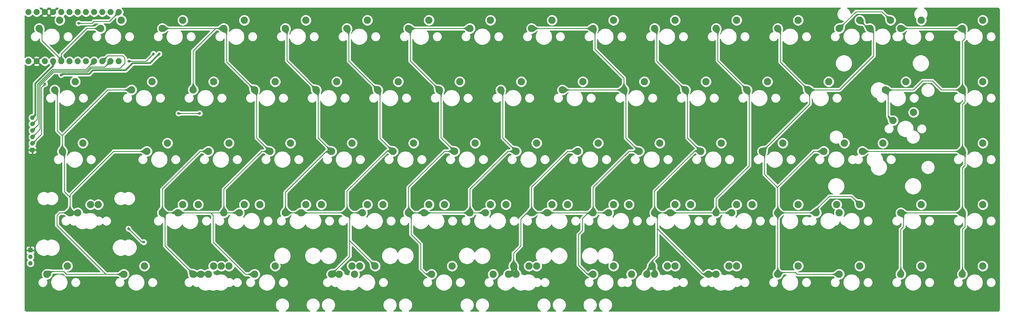
<source format=gtl>
G04 #@! TF.GenerationSoftware,KiCad,Pcbnew,(5.1.8-0-10_14)*
G04 #@! TF.CreationDate,2021-09-26T01:44:44+09:00*
G04 #@! TF.ProjectId,ts69v3,74733639-7633-42e6-9b69-6361645f7063,rev?*
G04 #@! TF.SameCoordinates,Original*
G04 #@! TF.FileFunction,Copper,L1,Top*
G04 #@! TF.FilePolarity,Positive*
%FSLAX46Y46*%
G04 Gerber Fmt 4.6, Leading zero omitted, Abs format (unit mm)*
G04 Created by KiCad (PCBNEW (5.1.8-0-10_14)) date 2021-09-26 01:44:44*
%MOMM*%
%LPD*%
G01*
G04 APERTURE LIST*
G04 #@! TA.AperFunction,ComponentPad*
%ADD10C,2.250000*%
G04 #@! TD*
G04 #@! TA.AperFunction,ComponentPad*
%ADD11R,1.350000X1.350000*%
G04 #@! TD*
G04 #@! TA.AperFunction,ComponentPad*
%ADD12O,1.350000X1.350000*%
G04 #@! TD*
G04 #@! TA.AperFunction,ComponentPad*
%ADD13C,1.879600*%
G04 #@! TD*
G04 #@! TA.AperFunction,ViaPad*
%ADD14C,0.800000*%
G04 #@! TD*
G04 #@! TA.AperFunction,Conductor*
%ADD15C,0.500000*%
G04 #@! TD*
G04 #@! TA.AperFunction,Conductor*
%ADD16C,0.250000*%
G04 #@! TD*
G04 #@! TA.AperFunction,Conductor*
%ADD17C,0.254000*%
G04 #@! TD*
G04 #@! TA.AperFunction,Conductor*
%ADD18C,0.100000*%
G04 #@! TD*
G04 #@! TA.AperFunction,Conductor*
%ADD19C,0.025400*%
G04 #@! TD*
G04 APERTURE END LIST*
D10*
X159702500Y-30638750D03*
X153352500Y-33178750D03*
X45402500Y-30638750D03*
X39052500Y-33178750D03*
X124777500Y-52228750D03*
X131127500Y-49688750D03*
X952500Y-33178750D03*
X7302500Y-30638750D03*
X9683750Y-106838750D03*
X3333750Y-109378750D03*
X26352500Y-30638750D03*
X20002500Y-33178750D03*
X12065000Y-49688750D03*
X5715000Y-52228750D03*
X8096250Y-71278750D03*
X14446250Y-68738750D03*
X178752500Y-30638750D03*
X172402500Y-33178750D03*
X121602500Y-30638750D03*
X115252500Y-33178750D03*
X91440000Y-71278750D03*
X97790000Y-68738750D03*
X16827512Y-87788828D03*
X10477512Y-90328828D03*
X143827500Y-52228750D03*
X150177500Y-49688750D03*
X29527500Y-52228750D03*
X35877500Y-49688750D03*
X212090000Y-68738750D03*
X205740000Y-71278750D03*
X126365000Y-87788750D03*
X120015000Y-90328750D03*
X248602500Y-109378750D03*
X254952500Y-106838750D03*
X286702500Y-52228750D03*
X293052500Y-49688750D03*
X27146250Y-109378750D03*
X33496250Y-106838750D03*
X255746250Y-71278750D03*
X262096250Y-68738750D03*
X102552500Y-30638750D03*
X96202500Y-33178750D03*
X64452500Y-30638750D03*
X58102500Y-33178750D03*
X140652500Y-30638750D03*
X134302500Y-33178750D03*
X97790000Y-106838750D03*
X91440000Y-109378750D03*
X293052500Y-30638750D03*
X286702500Y-33178750D03*
X229552500Y-109378750D03*
X235902500Y-106838750D03*
X197802500Y-30638750D03*
X191452500Y-33178750D03*
X83502500Y-30638750D03*
X77152500Y-33178750D03*
X177165000Y-90328750D03*
X183515000Y-87788750D03*
X154940000Y-106838750D03*
X148590000Y-109378750D03*
X53340000Y-71278750D03*
X59690000Y-68738750D03*
X12858750Y-90328750D03*
X19208750Y-87788750D03*
X40640000Y-68738750D03*
X34290000Y-71278750D03*
X48577500Y-52228750D03*
X54927500Y-49688750D03*
X50165000Y-87788750D03*
X43815000Y-90328750D03*
X50958750Y-109378750D03*
X57308750Y-106838750D03*
X67627500Y-52228750D03*
X73977500Y-49688750D03*
X72390000Y-71278750D03*
X78740000Y-68738750D03*
X69215000Y-87788750D03*
X62865000Y-90328750D03*
X86677500Y-52228750D03*
X93027500Y-49688750D03*
X88265000Y-87788750D03*
X81915000Y-90328750D03*
X105727500Y-52228750D03*
X112077500Y-49688750D03*
X110490000Y-71278750D03*
X116840000Y-68738750D03*
X107315000Y-87788750D03*
X100965000Y-90328750D03*
X129540000Y-71278750D03*
X135890000Y-68738750D03*
X148590000Y-71278750D03*
X154940000Y-68738750D03*
X145415000Y-87788750D03*
X139065000Y-90328750D03*
X162877500Y-52228750D03*
X169227500Y-49688750D03*
X167640000Y-71278750D03*
X173990000Y-68738750D03*
X164465000Y-87788750D03*
X158115000Y-90328750D03*
X181927500Y-52228750D03*
X188277500Y-49688750D03*
X193040000Y-68738750D03*
X186690000Y-71278750D03*
X200977500Y-52228750D03*
X207327500Y-49688750D03*
X196215000Y-90328750D03*
X202565000Y-87788750D03*
X195421250Y-106838750D03*
X189071250Y-109378750D03*
X216852500Y-30638750D03*
X210502500Y-33178750D03*
X220027500Y-52228750D03*
X226377500Y-49688750D03*
X221615000Y-87788750D03*
X215265000Y-90328750D03*
X210502500Y-109378750D03*
X216852500Y-106838750D03*
X235902500Y-30638750D03*
X229552500Y-33178750D03*
X238987501Y-52228750D03*
X245337501Y-49688750D03*
X231140000Y-68738750D03*
X224790000Y-71278750D03*
X254952500Y-30638750D03*
X248602500Y-33178750D03*
X258127500Y-33178750D03*
X264477500Y-30638750D03*
X274002500Y-30638750D03*
X267652500Y-33178750D03*
X262890000Y-52228750D03*
X269240000Y-49688750D03*
X267652500Y-90328750D03*
X274002500Y-87788750D03*
X267652500Y-109378750D03*
X274002500Y-106838750D03*
X293052500Y-87788750D03*
X286702500Y-90328750D03*
X286702500Y-109378750D03*
X293052500Y-106838750D03*
D11*
X-1785939Y-101965714D03*
D12*
X-1785939Y-103965714D03*
X-1785939Y-105965714D03*
D11*
X-1190626Y-70842247D03*
D12*
X-1190626Y-68842247D03*
X-1190626Y-66842247D03*
X-1190626Y-64842247D03*
X-1190626Y-62842247D03*
X-1190626Y-60842247D03*
D10*
X67627500Y-109378750D03*
X73977500Y-106838750D03*
X178752500Y-106838750D03*
X172402500Y-109378750D03*
X286702500Y-71278750D03*
X293052500Y-68738750D03*
X241459780Y-90329140D03*
X247809780Y-87789140D03*
X147796860Y-106839220D03*
X141446860Y-109379220D03*
X152559380Y-106839220D03*
X146209380Y-109379220D03*
X98584180Y-109379220D03*
X104934180Y-106839220D03*
X93821660Y-109379220D03*
X100171660Y-106839220D03*
X53340048Y-109378844D03*
X59690048Y-106838844D03*
X191452664Y-109378844D03*
X197802664Y-106838844D03*
X190658908Y-106838844D03*
X184308908Y-109378844D03*
X208121428Y-109378844D03*
X214471428Y-106838844D03*
X48577544Y-109378844D03*
X54927544Y-106838844D03*
X122396356Y-109378844D03*
X128746356Y-106838844D03*
D13*
X-2381252Y-28098780D03*
X158748Y-28098780D03*
X2698748Y-28098780D03*
X5238748Y-28098780D03*
X7778748Y-28098780D03*
X10318748Y-28098780D03*
X12858748Y-28098780D03*
X15398748Y-28098780D03*
X17938748Y-28098780D03*
X20478748Y-28098780D03*
X23018748Y-28098780D03*
X25558748Y-28098780D03*
X25558748Y-43338780D03*
X23018748Y-43338780D03*
X20478748Y-43338780D03*
X17938748Y-43338780D03*
X15398748Y-43338780D03*
X12858748Y-43338780D03*
X10318748Y-43338780D03*
X7778748Y-43338780D03*
X5238748Y-43338780D03*
X2698748Y-43338780D03*
X158748Y-43338780D03*
X-2381252Y-43338780D03*
D10*
X39052536Y-90328828D03*
X45402536Y-87788828D03*
X64452552Y-87788828D03*
X58102552Y-90328828D03*
X77152568Y-90328828D03*
X83502568Y-87788828D03*
X102552584Y-87788828D03*
X96202584Y-90328828D03*
X115252600Y-90328828D03*
X121602600Y-87788828D03*
X140652616Y-87788828D03*
X134302616Y-90328828D03*
X153352632Y-90328828D03*
X159702632Y-87788828D03*
X178752648Y-87788828D03*
X172402648Y-90328828D03*
X191452664Y-90328828D03*
X197802664Y-87788828D03*
X216852680Y-87788828D03*
X210502680Y-90328828D03*
X235902696Y-87788828D03*
X229552696Y-90328828D03*
X243840208Y-71278812D03*
X250190208Y-68738812D03*
X248602712Y-90328828D03*
X254952712Y-87788828D03*
X265271476Y-61753804D03*
X271621476Y-59213804D03*
D14*
X7739069Y-47625040D03*
X38100032Y-41076597D03*
X148828250Y-118467287D03*
X100012584Y-118467287D03*
X166687640Y-118467287D03*
X123825104Y-118467287D03*
X22026581Y-49410979D03*
X33337528Y-45839101D03*
X11906260Y-40481284D03*
X-2381252Y-33932841D03*
X9525008Y-51196918D03*
X27384398Y-63698491D03*
X22026581Y-69056308D03*
X8334382Y-98821958D03*
X13692199Y-105370401D03*
X20240642Y-105370401D03*
X19050016Y-100607897D03*
X38100032Y-99417271D03*
X37504719Y-95250080D03*
X67865682Y-102989149D03*
X81557881Y-102393836D03*
X118467287Y-97631332D03*
X120848539Y-102989149D03*
X117276661Y-101798523D03*
X166092327Y-97631332D03*
X166092327Y-101798523D03*
X174426709Y-97036019D03*
X179784526Y-102393836D03*
X223837688Y-97036019D03*
X217884558Y-102989149D03*
X223837688Y-40481284D03*
X279797110Y-40481284D03*
X279797110Y-99417271D03*
X66675056Y-98821958D03*
X65484430Y-68460995D03*
X84534446Y-67865682D03*
X104179775Y-67865682D03*
X122039165Y-67865682D03*
X141089181Y-67270369D03*
X159543884Y-67270369D03*
X178593900Y-67270369D03*
X197643916Y-67270369D03*
X216693932Y-66675056D03*
X225028314Y-66675056D03*
X238125200Y-66675056D03*
X284559614Y-63103178D03*
X269676789Y-28575024D03*
X247650208Y-27979711D03*
X51792231Y-95845393D03*
X51792231Y-100012584D03*
X11906260Y-33932841D03*
X47029727Y-38100032D03*
X42862536Y-41671910D03*
X98821958Y-41671910D03*
X93464141Y-41671910D03*
X164306388Y-41076597D03*
X114300096Y-41671910D03*
X13096886Y-98821958D03*
X3571878Y-57150048D03*
X31551589Y-36909406D03*
X13096886Y-31551589D03*
X33337528Y-99417271D03*
X28575024Y-95250080D03*
X50601605Y-59531300D03*
X44053162Y-59531300D03*
X2713363Y-50404241D03*
X28694093Y-43338780D03*
X36308365Y-41070869D03*
D15*
X7739069Y-47625040D02*
X8049980Y-47314129D01*
X-284404Y-59936025D02*
X-1190626Y-60842247D01*
X-284404Y-50290696D02*
X-284404Y-59936025D01*
X5238748Y-44767544D02*
X-284404Y-50290696D01*
X5238748Y-43338780D02*
X5238748Y-44767544D01*
X8049980Y-47314129D02*
X15762540Y-47314129D01*
X16384362Y-47314129D02*
X15762540Y-47314129D01*
X17588447Y-46110044D02*
X16384362Y-47314129D01*
X29765650Y-44053162D02*
X27708768Y-46110044D01*
X29905022Y-43913790D02*
X32881587Y-43913790D01*
X35262839Y-43913790D02*
X38100032Y-41076597D01*
X32881587Y-43913790D02*
X35262839Y-43913790D01*
X27708766Y-46110044D02*
X29765649Y-44053161D01*
X25869402Y-46110044D02*
X27708766Y-46110044D01*
X29765649Y-44053161D02*
X29905022Y-43913790D01*
X27708768Y-46110044D02*
X25869402Y-46110044D01*
X25869402Y-46110044D02*
X17588447Y-46110044D01*
D16*
X17264077Y-31551589D02*
X17859390Y-30956276D01*
X13096886Y-31551589D02*
X17264077Y-31551589D01*
X22701252Y-30956276D02*
X25558748Y-28098780D01*
X17859390Y-30956276D02*
X22701252Y-30956276D01*
X32742215Y-99417271D02*
X33337528Y-99417271D01*
X28575024Y-95250080D02*
X32742215Y-99417271D01*
X50601605Y-59531300D02*
X44053162Y-59531300D01*
X7937500Y-71437500D02*
X8096250Y-71278750D01*
X5556250Y-52387500D02*
X5715000Y-52228750D01*
X34131250Y-71437500D02*
X34290000Y-71278750D01*
X29368750Y-52387500D02*
X29527500Y-52228750D01*
X12065000Y-109378750D02*
X27146250Y-109378750D01*
X8746141Y-71928641D02*
X8096250Y-71278750D01*
X12858750Y-90328750D02*
X12858750Y-90633153D01*
X3333750Y-109378750D02*
X3650583Y-109378750D01*
X3650583Y-109378750D02*
X4514152Y-108515181D01*
X8502681Y-108515181D02*
X9366250Y-109378750D01*
X9366250Y-109378750D02*
X12065000Y-109378750D01*
X6121345Y-108515181D02*
X8502681Y-108515181D01*
X11469773Y-90328750D02*
X12858750Y-90328750D01*
X20002500Y-33178750D02*
X15636916Y-33178750D01*
X7778748Y-41036918D02*
X7778748Y-43338780D01*
X15636916Y-33178750D02*
X7778748Y-41036918D01*
X952500Y-33178750D02*
X952500Y-33694715D01*
X952500Y-33694715D02*
X1785939Y-34528154D01*
X1785939Y-34528154D02*
X1785939Y-36909406D01*
X7778748Y-42902215D02*
X7778748Y-43338780D01*
X1785939Y-36909406D02*
X7778748Y-42902215D01*
X5715000Y-52228750D02*
X5715000Y-52744727D01*
X5715000Y-52744727D02*
X6548443Y-53578170D01*
X6548443Y-53578170D02*
X6548443Y-64889117D01*
X8096250Y-66436924D02*
X8096250Y-71278750D01*
X6548443Y-64889117D02*
X8096250Y-66436924D01*
X10477590Y-90328750D02*
X10477512Y-90328828D01*
X12858750Y-90328750D02*
X10477590Y-90328750D01*
X10477512Y-85486950D02*
X8746141Y-83755579D01*
X10477512Y-90328828D02*
X10477512Y-85486950D01*
X8746141Y-83755579D02*
X8746141Y-71928641D01*
X5784915Y-108515181D02*
X6121345Y-108515181D01*
X4514152Y-108515181D02*
X5784915Y-108515181D01*
X34290000Y-71278750D02*
X23971330Y-71278750D01*
X10477512Y-84772568D02*
X10477512Y-90328828D01*
X23971330Y-71278750D02*
X10477512Y-84772568D01*
X29527500Y-52228750D02*
X22185375Y-52228750D01*
X8096250Y-66317875D02*
X8096250Y-71278750D01*
X22185375Y-52228750D02*
X8096250Y-66317875D01*
X7302504Y-90328828D02*
X10477512Y-90328828D01*
X6409629Y-91221703D02*
X7302504Y-90328828D01*
X6409629Y-94198268D02*
X6409629Y-91221703D01*
X21590110Y-109378750D02*
X6409629Y-94198268D01*
X27146250Y-109378750D02*
X21590110Y-109378750D01*
X7778748Y-43338780D02*
X7778748Y-43418170D01*
X58102500Y-33178750D02*
X39052500Y-33178750D01*
X67627500Y-52228750D02*
X67627500Y-52443689D01*
X67627500Y-52443689D02*
X68236640Y-53052829D01*
X68236640Y-67125390D02*
X68421250Y-67310000D01*
X68236640Y-53052829D02*
X68236640Y-67125390D01*
X68421250Y-67310000D02*
X72390000Y-71278750D01*
X50958844Y-109378844D02*
X50958750Y-109378750D01*
X53340048Y-109378844D02*
X50958844Y-109378844D01*
X48577638Y-109378750D02*
X48577544Y-109378844D01*
X50958750Y-109378750D02*
X48577638Y-109378750D01*
X58102500Y-33178750D02*
X58102500Y-33694667D01*
X58102500Y-33694667D02*
X58935987Y-34528154D01*
X58935987Y-43537237D02*
X67627500Y-52228750D01*
X58935987Y-34528154D02*
X58935987Y-43537237D01*
X43814922Y-90328828D02*
X43815000Y-90328750D01*
X39052536Y-90328828D02*
X43814922Y-90328828D01*
X39052536Y-90328828D02*
X39052536Y-90844767D01*
X39052536Y-90844767D02*
X39885971Y-91678202D01*
X39885971Y-91678202D02*
X39885971Y-100607897D01*
X48577544Y-109299470D02*
X48577544Y-109378844D01*
X39885971Y-100607897D02*
X48577544Y-109299470D01*
X69810431Y-71278750D02*
X72390000Y-71278750D01*
X58102552Y-82986629D02*
X69810431Y-71278750D01*
X58102552Y-90328828D02*
X58102552Y-82986629D01*
X53340000Y-71278750D02*
X50760415Y-71278750D01*
X39052536Y-82986629D02*
X39052536Y-90328828D01*
X50760415Y-71278750D02*
X39052536Y-82986629D01*
X58102500Y-33178750D02*
X55522887Y-33178750D01*
X48577500Y-40124137D02*
X48577500Y-52228750D01*
X55522887Y-33178750D02*
X48577500Y-40124137D01*
X67627500Y-109378750D02*
X64730275Y-109378750D01*
X64730275Y-109378750D02*
X54768796Y-99417271D01*
X54768796Y-99417271D02*
X54768796Y-91082889D01*
X54768796Y-91082889D02*
X54014657Y-90328750D01*
X54014657Y-90328750D02*
X62865000Y-90328750D01*
X43815000Y-90328750D02*
X54014657Y-90328750D01*
X110490000Y-71278750D02*
X107218599Y-68007349D01*
X77152500Y-33178750D02*
X77167685Y-33178750D01*
X77167685Y-33178750D02*
X77645210Y-33656275D01*
X77645210Y-43196460D02*
X77946250Y-43497500D01*
X77645210Y-33656275D02*
X77645210Y-43196460D01*
X86677500Y-52228750D02*
X77946250Y-43497500D01*
X105727500Y-52228750D02*
X105727500Y-52745532D01*
X105727500Y-52745532D02*
X106423389Y-53441421D01*
X106423389Y-67212139D02*
X107218599Y-68007349D01*
X106423389Y-53441421D02*
X106423389Y-67212139D01*
X93821190Y-109378750D02*
X93821660Y-109379220D01*
X91440000Y-109378750D02*
X93821190Y-109378750D01*
X96202500Y-33178750D02*
X96202500Y-33456188D01*
X105727500Y-52228750D02*
X98186875Y-44688125D01*
X96748609Y-43249859D02*
X98186875Y-44688125D01*
X96202500Y-33456188D02*
X96748609Y-34002297D01*
X96748609Y-43149946D02*
X96748609Y-43249859D01*
X96748609Y-34002297D02*
X96748609Y-43149946D01*
X87269011Y-53318898D02*
X87269011Y-67107761D01*
X87269011Y-67107761D02*
X91440000Y-71278750D01*
X86677500Y-52727387D02*
X87269011Y-53318898D01*
X86677500Y-52228750D02*
X86677500Y-52727387D01*
X81914922Y-90328828D02*
X81915000Y-90328750D01*
X77152568Y-90328828D02*
X81914922Y-90328828D01*
X96202506Y-90328750D02*
X96202584Y-90328828D01*
X81915000Y-90328750D02*
X96202506Y-90328750D01*
X100964922Y-90328828D02*
X100965000Y-90328750D01*
X96202584Y-90328828D02*
X100964922Y-90328828D01*
X96202584Y-90328828D02*
X96202584Y-90844767D01*
X96202584Y-90844767D02*
X97036019Y-91678202D01*
X97036019Y-103782731D02*
X91440000Y-109378750D01*
X97036019Y-98941059D02*
X97036019Y-98226645D01*
X104934180Y-106839220D02*
X97036019Y-98941059D01*
X97036019Y-98226645D02*
X97036019Y-103782731D01*
X97036019Y-91678202D02*
X97036019Y-98226645D01*
X110490000Y-71278750D02*
X108505776Y-71278750D01*
X96202584Y-83581942D02*
X96202584Y-90328828D01*
X108505776Y-71278750D02*
X96202584Y-83581942D01*
X89849010Y-71278750D02*
X77152568Y-83975192D01*
X77152568Y-83975192D02*
X77152568Y-90328828D01*
X91440000Y-71278750D02*
X89849010Y-71278750D01*
X115252500Y-33178750D02*
X115252500Y-33422325D01*
X115252500Y-33422325D02*
X115776981Y-33946806D01*
X115776981Y-33946806D02*
X115776981Y-43228231D01*
X115776981Y-43228231D02*
X116046250Y-43497500D01*
X116046250Y-43497500D02*
X124777500Y-52228750D01*
X144429990Y-67118740D02*
X145811875Y-68500625D01*
X144429990Y-52835088D02*
X144429990Y-67118740D01*
X148590000Y-71278750D02*
X145811875Y-68500625D01*
X125769869Y-90328750D02*
X126047500Y-90328750D01*
X139065000Y-90328750D02*
X125769869Y-90328750D01*
X124777500Y-52461988D02*
X125334214Y-53018702D01*
X125334214Y-67072964D02*
X129540000Y-71278750D01*
X124777500Y-52228750D02*
X124777500Y-52461988D01*
X125334214Y-53018702D02*
X125334214Y-67072964D01*
X115252678Y-90328750D02*
X115252600Y-90328828D01*
X120015000Y-90328750D02*
X115252678Y-90328750D01*
X134302538Y-90328750D02*
X134302616Y-90328828D01*
X120015000Y-90328750D02*
X134302538Y-90328750D01*
X134302616Y-90328828D02*
X134302616Y-82986629D01*
X146010495Y-71278750D02*
X148590000Y-71278750D01*
X134302616Y-82986629D02*
X146010495Y-71278750D01*
X129540000Y-71278750D02*
X126365166Y-71278750D01*
X115252600Y-82391316D02*
X115252600Y-90328828D01*
X126365166Y-71278750D02*
X115252600Y-82391316D01*
X115252600Y-90844767D02*
X115252600Y-90328828D01*
X116086035Y-97036019D02*
X116086035Y-91678202D01*
X116086035Y-91678202D02*
X115252600Y-90844767D01*
X119062600Y-100012584D02*
X116086035Y-97036019D01*
X119062600Y-107751653D02*
X119062600Y-100012584D01*
X120689791Y-109378844D02*
X119062600Y-107751653D01*
X122396356Y-109378844D02*
X120689791Y-109378844D01*
X115252500Y-33178750D02*
X134302500Y-33178750D01*
X181927500Y-52228750D02*
X181927500Y-52271979D01*
X181927500Y-52271979D02*
X182505226Y-52849705D01*
X182505226Y-67093976D02*
X183911875Y-68500625D01*
X182505226Y-52849705D02*
X182505226Y-67093976D01*
X186690000Y-71278750D02*
X183911875Y-68500625D01*
X172961655Y-34078631D02*
X172961655Y-39611655D01*
X172961655Y-39611655D02*
X181927500Y-48577500D01*
X172402500Y-33519476D02*
X172961655Y-34078631D01*
X181927500Y-48577500D02*
X181927500Y-52228750D01*
X172402500Y-33178750D02*
X172402500Y-33519476D01*
X153352500Y-33178750D02*
X153431976Y-33178750D01*
X172402500Y-109378750D02*
X170695989Y-109378750D01*
X170695989Y-109378750D02*
X167878266Y-106561027D01*
X167878266Y-106561027D02*
X167878266Y-97036019D01*
X177165000Y-90328750D02*
X158115000Y-90328750D01*
X148589530Y-109379220D02*
X148590000Y-109378750D01*
X146209380Y-109379220D02*
X148589530Y-109379220D01*
X147796860Y-107791740D02*
X147796860Y-106839220D01*
X146209380Y-109379220D02*
X147796860Y-107791740D01*
X148590000Y-107632360D02*
X147796860Y-106839220D01*
X148590000Y-109378750D02*
X148590000Y-107632360D01*
X162877500Y-52228750D02*
X181927500Y-52228750D01*
X153352632Y-90328828D02*
X153352632Y-82391316D01*
X164465198Y-71278750D02*
X167640000Y-71278750D01*
X153352632Y-82391316D02*
X164465198Y-71278750D01*
X153352710Y-90328750D02*
X153352632Y-90328828D01*
X158115000Y-90328750D02*
X153352710Y-90328750D01*
X153352632Y-90328828D02*
X151963563Y-90328828D01*
X151963563Y-90328828D02*
X150018876Y-92273515D01*
X150018876Y-92273515D02*
X150018876Y-100607897D01*
X147796860Y-102829913D02*
X147796860Y-106839220D01*
X150018876Y-100607897D02*
X147796860Y-102829913D01*
X186690000Y-71278750D02*
X183515214Y-71278750D01*
X172402648Y-82391316D02*
X172402648Y-90328828D01*
X183515214Y-71278750D02*
X172402648Y-82391316D01*
X170811658Y-90328828D02*
X169068892Y-92071594D01*
X172402648Y-90328828D02*
X170811658Y-90328828D01*
X169068892Y-95845393D02*
X168473579Y-96440706D01*
X169068892Y-92071594D02*
X169068892Y-95845393D01*
X167878266Y-97036019D02*
X168473579Y-96440706D01*
X172402500Y-33178750D02*
X153352500Y-33178750D01*
X194627500Y-45878750D02*
X200977500Y-52228750D01*
X200977500Y-52228750D02*
X200977500Y-52617474D01*
X200977500Y-52617474D02*
X201562646Y-53202620D01*
X201562646Y-67101396D02*
X202961875Y-68500625D01*
X201562646Y-53202620D02*
X201562646Y-67101396D01*
X202961875Y-68500625D02*
X205740000Y-71278750D01*
X220027500Y-52228750D02*
X220027500Y-52433596D01*
X220027500Y-52433596D02*
X220678886Y-53084982D01*
X210502500Y-33178750D02*
X210502500Y-33193071D01*
X210502500Y-33193071D02*
X211012970Y-33703541D01*
X211012970Y-43214220D02*
X211296250Y-43497500D01*
X211012970Y-33703541D02*
X211012970Y-43214220D01*
X220027500Y-52228750D02*
X211296250Y-43497500D01*
X191452500Y-33178750D02*
X191452500Y-33525652D01*
X191452500Y-33525652D02*
X192110695Y-34183847D01*
X192110695Y-34183847D02*
X192110695Y-43361945D01*
X192110695Y-43361945D02*
X193436875Y-44688125D01*
X193436875Y-44688125D02*
X194627500Y-45878750D01*
X208121522Y-109378750D02*
X208121428Y-109378844D01*
X210502500Y-109378750D02*
X208121522Y-109378750D01*
X208121428Y-109378844D02*
X206414863Y-109378844D01*
X190658908Y-105211653D02*
X190658908Y-106838844D01*
X189071250Y-108426502D02*
X189071250Y-109378750D01*
X190658908Y-106838844D02*
X189071250Y-108426502D01*
X191452664Y-107632600D02*
X190658908Y-106838844D01*
X191452664Y-109378844D02*
X191452664Y-107632600D01*
X196215000Y-90328750D02*
X196215000Y-90130553D01*
X196215000Y-90328750D02*
X215265000Y-90328750D01*
X205740000Y-71278750D02*
X203755856Y-71278750D01*
X191452664Y-83581942D02*
X191452664Y-90328828D01*
X203755856Y-71278750D02*
X191452664Y-83581942D01*
X191452742Y-90328750D02*
X191452664Y-90328828D01*
X196215000Y-90328750D02*
X191452742Y-90328750D01*
X191452664Y-90328828D02*
X191452664Y-90844767D01*
X191452664Y-90844767D02*
X192286099Y-91678202D01*
X192286099Y-103584463D02*
X190797817Y-105072745D01*
X190797817Y-105072745D02*
X190658908Y-105211653D01*
X192286099Y-95250080D02*
X192286099Y-103584463D01*
X192286099Y-91678202D02*
X192286099Y-95250080D01*
X201215794Y-104179775D02*
X192286099Y-95250080D01*
X206414863Y-109378844D02*
X201215794Y-104179775D01*
X220678886Y-68278758D02*
X220678886Y-75786988D01*
X220678886Y-53084982D02*
X220678886Y-68278758D01*
X210502680Y-85963194D02*
X210502680Y-90328828D01*
X220678886Y-75786988D02*
X210502680Y-85963194D01*
X224790000Y-71278750D02*
X238987501Y-57081249D01*
X258127500Y-33178750D02*
X259252499Y-34303749D01*
X231491875Y-44733125D02*
X231491875Y-44697868D01*
X224790000Y-71278750D02*
X224790000Y-71799246D01*
X224790000Y-71799246D02*
X225473650Y-72482896D01*
X238987501Y-57081249D02*
X238987501Y-57079174D01*
X239413886Y-56652789D02*
X239413886Y-55861114D01*
X238987501Y-57079174D02*
X239413886Y-56652789D01*
X239413886Y-52655135D02*
X238987501Y-52228750D01*
X239413886Y-55861114D02*
X239413886Y-52655135D01*
X229552500Y-33178750D02*
X229552500Y-33233822D01*
X229552500Y-33233822D02*
X230075684Y-33757006D01*
X229552500Y-109378750D02*
X230664694Y-109378750D01*
X230664694Y-109378750D02*
X231232265Y-108811179D01*
X235017429Y-108811179D02*
X235585000Y-109378750D01*
X231232265Y-108811179D02*
X235017429Y-108811179D01*
X235585000Y-109378750D02*
X248602500Y-109378750D01*
X257492500Y-33178750D02*
X258127500Y-33178750D01*
X254952500Y-30638750D02*
X257492500Y-33178750D01*
X246300788Y-52228750D02*
X248682040Y-52228750D01*
X238987501Y-52228750D02*
X246300788Y-52228750D01*
X246300788Y-52228750D02*
X246618376Y-52228750D01*
X248682040Y-52228750D02*
X259252499Y-41658291D01*
X259252499Y-41658291D02*
X259252499Y-40785253D01*
X259252499Y-34303749D02*
X259252499Y-40785253D01*
X229631992Y-90328750D02*
X229552500Y-90249258D01*
X238561687Y-90328750D02*
X229631992Y-90328750D01*
X229552500Y-109378750D02*
X229552500Y-90249258D01*
X238561687Y-90328750D02*
X241458750Y-90328750D01*
X232980273Y-46221524D02*
X231491875Y-44733125D01*
X238987501Y-52228750D02*
X232980273Y-46221524D01*
X230386131Y-43627382D02*
X232980273Y-46221524D01*
X230386131Y-33932841D02*
X230386131Y-43627382D01*
X229632039Y-33178750D02*
X230386131Y-33932841D01*
X229552500Y-33178750D02*
X229632039Y-33178750D01*
X254952712Y-87788828D02*
X252389160Y-85225276D01*
X252389160Y-85225276D02*
X245495964Y-85225276D01*
X241459780Y-89261460D02*
X241459780Y-90329140D01*
X245495964Y-85225276D02*
X241459780Y-89261460D01*
X243840208Y-71278812D02*
X240665200Y-71278812D01*
X240665200Y-71278812D02*
X229552696Y-82391316D01*
X225473650Y-78431339D02*
X229552696Y-82510385D01*
X225473650Y-76050087D02*
X225473650Y-78431339D01*
X229552696Y-82510385D02*
X229552696Y-90328828D01*
X225473650Y-72482896D02*
X225473650Y-76050087D01*
X229552696Y-82391316D02*
X229552696Y-82510385D01*
X267652500Y-33178750D02*
X286702500Y-33178750D01*
X287536179Y-34012429D02*
X286702500Y-33178750D01*
X286702500Y-52228750D02*
X286702500Y-52744491D01*
X286702500Y-52744491D02*
X287536179Y-53578170D01*
X286702500Y-37147772D02*
X287536179Y-36314093D01*
X286702500Y-52228750D02*
X286702500Y-37147772D01*
X287536179Y-36314093D02*
X287536179Y-34012429D01*
X286702500Y-71278750D02*
X286782056Y-71278750D01*
X286782056Y-71278750D02*
X287536179Y-72032873D01*
X287536179Y-72032873D02*
X287536179Y-75604751D01*
X286702500Y-76438430D02*
X286702500Y-90328750D01*
X287536179Y-75604751D02*
X286702500Y-76438430D01*
X286702500Y-56793101D02*
X287536179Y-55959422D01*
X286702500Y-71278750D02*
X286702500Y-56793101D01*
X287536179Y-53578170D02*
X287536179Y-55959422D01*
X286702500Y-90328750D02*
X286782040Y-90328750D01*
X286782040Y-90328750D02*
X287536179Y-91082889D01*
X287536179Y-91082889D02*
X287536179Y-94654767D01*
X286702500Y-95488446D02*
X286702500Y-109378750D01*
X287536179Y-94654767D02*
X286702500Y-95488446D01*
X267652500Y-95488430D02*
X267652500Y-109378750D01*
X268486163Y-94654767D02*
X267652500Y-95488430D01*
X268486163Y-91082889D02*
X268486163Y-94654767D01*
X267732024Y-90328750D02*
X268486163Y-91082889D01*
X267652500Y-90328750D02*
X267732024Y-90328750D01*
X274875780Y-90328750D02*
X267652500Y-90328750D01*
X286702500Y-90328750D02*
X274875780Y-90328750D01*
X286702500Y-71278750D02*
X255746250Y-71278750D01*
X280233629Y-52228750D02*
X286702500Y-52228750D01*
X274439293Y-49410979D02*
X277415858Y-49410979D01*
X271621522Y-52228750D02*
X274439293Y-49410979D01*
X263145377Y-52228750D02*
X271621522Y-52228750D01*
X263723659Y-53062409D02*
X263145377Y-52484127D01*
X277415858Y-49410979D02*
X280233629Y-52228750D01*
X263145377Y-52484127D02*
X263145377Y-52228750D01*
X263723659Y-60205987D02*
X263723659Y-53062409D01*
X265271476Y-61753804D02*
X263723659Y-60205987D01*
X248602500Y-33178750D02*
X253801539Y-27979711D01*
X261818461Y-27979711D02*
X264477500Y-30638750D01*
X253801539Y-27979711D02*
X261818461Y-27979711D01*
X1640636Y-66010985D02*
X-1190626Y-68842247D01*
X1640636Y-51476968D02*
X2713363Y-50404241D01*
X1640636Y-53432867D02*
X1640636Y-51476968D01*
X1640636Y-53432867D02*
X1640636Y-66010985D01*
X28694093Y-43338780D02*
X34051910Y-43338780D01*
X34051910Y-43338780D02*
X34230497Y-43160192D01*
X35718779Y-41660455D02*
X36308365Y-41070869D01*
X35718779Y-41671909D02*
X35718779Y-41660455D01*
X34230497Y-43160192D02*
X35718779Y-41671909D01*
X740616Y-62911005D02*
X-1190626Y-64842247D01*
X740616Y-50715272D02*
X740616Y-62911005D01*
X5166777Y-46289111D02*
X740616Y-50715272D01*
X15624827Y-46289111D02*
X5166777Y-46289111D01*
X16828914Y-45085024D02*
X15624827Y-46289111D01*
X21272504Y-45085024D02*
X16828914Y-45085024D01*
X23018748Y-43338780D02*
X21272504Y-45085024D01*
X27384398Y-42267223D02*
X26789085Y-41671910D01*
X27384398Y-44053162D02*
X27384398Y-42267223D01*
X25902526Y-45535034D02*
X27384398Y-44053162D01*
X26789085Y-41671910D02*
X22145618Y-41671910D01*
X17015314Y-45535034D02*
X25902526Y-45535034D01*
X-1190626Y-66842247D02*
X1190626Y-64460995D01*
X5353177Y-46739121D02*
X15811228Y-46739120D01*
X1190626Y-50901672D02*
X5353177Y-46739121D01*
X15811228Y-46739120D02*
X17015314Y-45535034D01*
X22145618Y-41671910D02*
X20478748Y-43338780D01*
X1190626Y-64460995D02*
X1190626Y-50901672D01*
X290606Y-50528872D02*
X290606Y-61361015D01*
X290606Y-61361015D02*
X-1190626Y-62842247D01*
X4980377Y-45839101D02*
X290606Y-50528872D01*
X15438427Y-45839101D02*
X4980377Y-45839101D01*
X17938748Y-43338780D02*
X15438427Y-45839101D01*
D17*
X1785877Y-27006304D02*
X2698748Y-27919175D01*
X3611619Y-27006304D01*
X3559351Y-26853772D01*
X4378145Y-26853772D01*
X4325877Y-27006304D01*
X5238748Y-27919175D01*
X6151619Y-27006304D01*
X6099351Y-26853772D01*
X6807469Y-26853772D01*
X6774871Y-26875553D01*
X6555521Y-27094903D01*
X6464253Y-27231494D01*
X6331224Y-27185909D01*
X5418353Y-28098780D01*
X5432496Y-28112923D01*
X5252891Y-28292528D01*
X5238748Y-28278385D01*
X4325877Y-29191256D01*
X4414371Y-29449503D01*
X4693724Y-29584377D01*
X4994023Y-29662161D01*
X5303725Y-29679864D01*
X5610932Y-29636807D01*
X5903834Y-29534645D01*
X5934434Y-29518289D01*
X5742808Y-29805077D01*
X5610136Y-30125377D01*
X5542500Y-30465405D01*
X5542500Y-30812095D01*
X5610136Y-31152123D01*
X5742808Y-31472423D01*
X5935419Y-31760685D01*
X6180565Y-32005831D01*
X6468827Y-32198442D01*
X6789127Y-32331114D01*
X7129155Y-32398750D01*
X7475845Y-32398750D01*
X7815873Y-32331114D01*
X8136173Y-32198442D01*
X8424435Y-32005831D01*
X8669581Y-31760685D01*
X8862192Y-31472423D01*
X8994864Y-31152123D01*
X9062500Y-30812095D01*
X9062500Y-30465405D01*
X8994864Y-30125377D01*
X8862192Y-29805077D01*
X8669581Y-29516815D01*
X8598081Y-29445315D01*
X8782625Y-29322007D01*
X9001975Y-29102657D01*
X9048748Y-29032656D01*
X9095521Y-29102657D01*
X9314871Y-29322007D01*
X9572800Y-29494350D01*
X9859396Y-29613062D01*
X10163644Y-29673580D01*
X10473852Y-29673580D01*
X10778100Y-29613062D01*
X11064696Y-29494350D01*
X11322625Y-29322007D01*
X11541975Y-29102657D01*
X11588748Y-29032656D01*
X11635521Y-29102657D01*
X11854871Y-29322007D01*
X12112800Y-29494350D01*
X12399396Y-29613062D01*
X12703644Y-29673580D01*
X13013852Y-29673580D01*
X13318100Y-29613062D01*
X13604696Y-29494350D01*
X13862625Y-29322007D01*
X14081975Y-29102657D01*
X14128748Y-29032656D01*
X14175521Y-29102657D01*
X14394871Y-29322007D01*
X14652800Y-29494350D01*
X14939396Y-29613062D01*
X15243644Y-29673580D01*
X15553852Y-29673580D01*
X15858100Y-29613062D01*
X16144696Y-29494350D01*
X16402625Y-29322007D01*
X16621975Y-29102657D01*
X16668748Y-29032656D01*
X16715521Y-29102657D01*
X16934871Y-29322007D01*
X17192800Y-29494350D01*
X17479396Y-29613062D01*
X17783644Y-29673580D01*
X18093852Y-29673580D01*
X18398100Y-29613062D01*
X18684696Y-29494350D01*
X18942625Y-29322007D01*
X19161975Y-29102657D01*
X19208748Y-29032656D01*
X19255521Y-29102657D01*
X19474871Y-29322007D01*
X19732800Y-29494350D01*
X20019396Y-29613062D01*
X20323644Y-29673580D01*
X20633852Y-29673580D01*
X20938100Y-29613062D01*
X21224696Y-29494350D01*
X21482625Y-29322007D01*
X21701975Y-29102657D01*
X21748748Y-29032656D01*
X21795521Y-29102657D01*
X22014871Y-29322007D01*
X22272800Y-29494350D01*
X22559396Y-29613062D01*
X22863644Y-29673580D01*
X22909147Y-29673580D01*
X22386451Y-30196276D01*
X17896715Y-30196276D01*
X17859390Y-30192600D01*
X17822065Y-30196276D01*
X17822057Y-30196276D01*
X17710404Y-30207273D01*
X17567143Y-30250730D01*
X17435114Y-30321302D01*
X17319389Y-30416275D01*
X17295590Y-30445274D01*
X16949276Y-30791589D01*
X13898342Y-30791589D01*
X13847042Y-30789736D01*
X13839786Y-30788837D01*
X13831300Y-30783925D01*
X13792911Y-30759667D01*
X13792767Y-30759576D01*
X13740013Y-30726260D01*
X13722881Y-30715816D01*
X13663097Y-30680652D01*
X13634405Y-30664758D01*
X13626230Y-30660502D01*
X13587142Y-30634384D01*
X13398784Y-30556363D01*
X13198825Y-30516589D01*
X12994947Y-30516589D01*
X12794988Y-30556363D01*
X12606630Y-30634384D01*
X12437112Y-30747652D01*
X12292949Y-30891815D01*
X12179681Y-31061333D01*
X12101660Y-31249691D01*
X12061886Y-31449650D01*
X12061886Y-31653528D01*
X12101660Y-31853487D01*
X12179681Y-32041845D01*
X12292949Y-32211363D01*
X12437112Y-32355526D01*
X12606630Y-32468794D01*
X12794988Y-32546815D01*
X12994947Y-32586589D01*
X13198825Y-32586589D01*
X13398784Y-32546815D01*
X13587142Y-32468794D01*
X13626235Y-32442673D01*
X13634411Y-32438416D01*
X13663097Y-32422525D01*
X13722881Y-32387361D01*
X13740013Y-32376917D01*
X13792767Y-32343601D01*
X13792911Y-32343510D01*
X13831300Y-32319252D01*
X13839786Y-32314340D01*
X13847030Y-32313442D01*
X13898357Y-32311589D01*
X17226755Y-32311589D01*
X17264077Y-32315265D01*
X17301399Y-32311589D01*
X17301410Y-32311589D01*
X17413063Y-32300592D01*
X17556324Y-32257135D01*
X17688353Y-32186563D01*
X17804078Y-32091590D01*
X17827880Y-32062587D01*
X18174192Y-31716276D01*
X19012435Y-31716276D01*
X18992905Y-31727008D01*
X18939145Y-31760132D01*
X18762905Y-31881209D01*
X18723382Y-31910684D01*
X18573535Y-32031763D01*
X18554826Y-32047485D01*
X18424179Y-32161632D01*
X18316618Y-32252802D01*
X18233540Y-32313127D01*
X18161179Y-32352653D01*
X18075430Y-32383235D01*
X17947650Y-32407412D01*
X17740164Y-32418750D01*
X15674241Y-32418750D01*
X15636916Y-32415074D01*
X15599591Y-32418750D01*
X15599583Y-32418750D01*
X15487930Y-32429747D01*
X15344669Y-32473204D01*
X15212640Y-32543776D01*
X15096915Y-32638749D01*
X15073118Y-32667746D01*
X7267751Y-40473114D01*
X7238747Y-40496917D01*
X7210403Y-40531455D01*
X7143774Y-40612642D01*
X7125627Y-40646593D01*
X7073202Y-40744672D01*
X7029745Y-40887933D01*
X7018748Y-40999586D01*
X7018748Y-40999596D01*
X7015072Y-41036918D01*
X7018002Y-41066667D01*
X4248184Y-38296849D01*
X4503576Y-38347650D01*
X5021424Y-38347650D01*
X5529322Y-38246623D01*
X6007751Y-38048451D01*
X6438326Y-37760750D01*
X6804500Y-37394576D01*
X7092201Y-36964001D01*
X7290373Y-36485572D01*
X7391400Y-35977674D01*
X7391400Y-35570028D01*
X8332500Y-35570028D01*
X8332500Y-35867472D01*
X8390529Y-36159201D01*
X8504356Y-36434003D01*
X8669607Y-36681319D01*
X8879931Y-36891643D01*
X9127247Y-37056894D01*
X9402049Y-37170721D01*
X9693778Y-37228750D01*
X9991222Y-37228750D01*
X10282951Y-37170721D01*
X10557753Y-37056894D01*
X10805069Y-36891643D01*
X11015393Y-36681319D01*
X11180644Y-36434003D01*
X11294471Y-36159201D01*
X11352500Y-35867472D01*
X11352500Y-35570028D01*
X11294471Y-35278299D01*
X11180644Y-35003497D01*
X11015393Y-34756181D01*
X10805069Y-34545857D01*
X10557753Y-34380606D01*
X10282951Y-34266779D01*
X9991222Y-34208750D01*
X9693778Y-34208750D01*
X9402049Y-34266779D01*
X9127247Y-34380606D01*
X8879931Y-34545857D01*
X8669607Y-34756181D01*
X8504356Y-35003497D01*
X8390529Y-35278299D01*
X8332500Y-35570028D01*
X7391400Y-35570028D01*
X7391400Y-35459826D01*
X7290373Y-34951928D01*
X7092201Y-34473499D01*
X6804500Y-34042924D01*
X6438326Y-33676750D01*
X6007751Y-33389049D01*
X5529322Y-33190877D01*
X5021424Y-33089850D01*
X4503576Y-33089850D01*
X3995678Y-33190877D01*
X3517249Y-33389049D01*
X3086674Y-33676750D01*
X2720500Y-34042924D01*
X2630078Y-34178250D01*
X2646242Y-34074911D01*
X2647919Y-34063511D01*
X2670571Y-33899221D01*
X2673178Y-33877572D01*
X2691833Y-33696518D01*
X2694003Y-33670031D01*
X2706662Y-33462142D01*
X2707721Y-33435642D01*
X2708975Y-33369815D01*
X2712500Y-33352095D01*
X2712500Y-33005405D01*
X2644864Y-32665377D01*
X2512192Y-32345077D01*
X2319581Y-32056815D01*
X2074435Y-31811669D01*
X1786173Y-31619058D01*
X1465873Y-31486386D01*
X1125845Y-31418750D01*
X779155Y-31418750D01*
X439127Y-31486386D01*
X118827Y-31619058D01*
X-169435Y-31811669D01*
X-414581Y-32056815D01*
X-607192Y-32345077D01*
X-739864Y-32665377D01*
X-807500Y-33005405D01*
X-807500Y-33352095D01*
X-739864Y-33692123D01*
X-607192Y-34012423D01*
X-474862Y-34210469D01*
X-757951Y-34266779D01*
X-1032753Y-34380606D01*
X-1280069Y-34545857D01*
X-1490393Y-34756181D01*
X-1655644Y-35003497D01*
X-1769471Y-35278299D01*
X-1827500Y-35570028D01*
X-1827500Y-35867472D01*
X-1769471Y-36159201D01*
X-1655644Y-36434003D01*
X-1490393Y-36681319D01*
X-1280069Y-36891643D01*
X-1032753Y-37056894D01*
X-757951Y-37170721D01*
X-466222Y-37228750D01*
X-168778Y-37228750D01*
X122951Y-37170721D01*
X397753Y-37056894D01*
X645069Y-36891643D01*
X855393Y-36681319D01*
X1020644Y-36434003D01*
X1025940Y-36421218D01*
X1025940Y-36872074D01*
X1022263Y-36909406D01*
X1025940Y-36946739D01*
X1036790Y-37056894D01*
X1036937Y-37058391D01*
X1080393Y-37201652D01*
X1150965Y-37333682D01*
X1200940Y-37394576D01*
X1245939Y-37449407D01*
X1274937Y-37473205D01*
X5608384Y-41806653D01*
X5393852Y-41763980D01*
X5083644Y-41763980D01*
X4779396Y-41824498D01*
X4492800Y-41943210D01*
X4234871Y-42115553D01*
X4015521Y-42334903D01*
X3968748Y-42404904D01*
X3921975Y-42334903D01*
X3702625Y-42115553D01*
X3444696Y-41943210D01*
X3158100Y-41824498D01*
X2853852Y-41763980D01*
X2543644Y-41763980D01*
X2239396Y-41824498D01*
X1952800Y-41943210D01*
X1694871Y-42115553D01*
X1475521Y-42334903D01*
X1384253Y-42471494D01*
X1251224Y-42425909D01*
X338353Y-43338780D01*
X1251224Y-44251651D01*
X1384253Y-44206066D01*
X1475521Y-44342657D01*
X1694871Y-44562007D01*
X1952800Y-44734350D01*
X2239396Y-44853062D01*
X2543644Y-44913580D01*
X2853852Y-44913580D01*
X3158100Y-44853062D01*
X3444696Y-44734350D01*
X3702625Y-44562007D01*
X3921975Y-44342657D01*
X3967868Y-44273974D01*
X4000464Y-44320122D01*
X4015521Y-44342657D01*
X4018449Y-44345585D01*
X4039522Y-44375419D01*
X4059157Y-44401745D01*
X4151265Y-44518799D01*
X4152320Y-44520136D01*
X4188655Y-44566058D01*
X-879448Y-49634162D01*
X-913221Y-49661879D01*
X-1023815Y-49796638D01*
X-1105993Y-49950384D01*
X-1111207Y-49967573D01*
X-1152773Y-50104596D01*
X-1156599Y-50117207D01*
X-1169404Y-50247220D01*
X-1169404Y-50247227D01*
X-1173685Y-50290696D01*
X-1169404Y-50334165D01*
X-1169403Y-59529144D01*
X-1187295Y-59529430D01*
X-1236384Y-59532247D01*
X-1319650Y-59532247D01*
X-1572739Y-59582589D01*
X-1811144Y-59681340D01*
X-2025703Y-59824703D01*
X-2208170Y-60007170D01*
X-2351533Y-60221729D01*
X-2450284Y-60460134D01*
X-2500626Y-60713223D01*
X-2500626Y-60971271D01*
X-2450284Y-61224360D01*
X-2351533Y-61462765D01*
X-2208170Y-61677324D01*
X-2043247Y-61842247D01*
X-2208170Y-62007170D01*
X-2351533Y-62221729D01*
X-2450284Y-62460134D01*
X-2500626Y-62713223D01*
X-2500626Y-62971271D01*
X-2450284Y-63224360D01*
X-2351533Y-63462765D01*
X-2208170Y-63677324D01*
X-2043247Y-63842247D01*
X-2208170Y-64007170D01*
X-2351533Y-64221729D01*
X-2450284Y-64460134D01*
X-2500626Y-64713223D01*
X-2500626Y-64971271D01*
X-2450284Y-65224360D01*
X-2351533Y-65462765D01*
X-2208170Y-65677324D01*
X-2043247Y-65842247D01*
X-2208170Y-66007170D01*
X-2351533Y-66221729D01*
X-2450284Y-66460134D01*
X-2500626Y-66713223D01*
X-2500626Y-66971271D01*
X-2450284Y-67224360D01*
X-2351533Y-67462765D01*
X-2208170Y-67677324D01*
X-2043247Y-67842247D01*
X-2208170Y-68007170D01*
X-2351533Y-68221729D01*
X-2450284Y-68460134D01*
X-2500626Y-68713223D01*
X-2500626Y-68971271D01*
X-2450284Y-69224360D01*
X-2351533Y-69462765D01*
X-2229929Y-69644760D01*
X-2316811Y-69716062D01*
X-2396163Y-69812753D01*
X-2455128Y-69923067D01*
X-2491438Y-70042765D01*
X-2503698Y-70167247D01*
X-2500626Y-70556497D01*
X-2341876Y-70715247D01*
X-1317626Y-70715247D01*
X-1317626Y-70695247D01*
X-1063626Y-70695247D01*
X-1063626Y-70715247D01*
X-39376Y-70715247D01*
X119374Y-70556497D01*
X122446Y-70167247D01*
X110186Y-70042765D01*
X73876Y-69923067D01*
X14911Y-69812753D01*
X-64441Y-69716062D01*
X-151323Y-69644760D01*
X-29719Y-69462765D01*
X69032Y-69224360D01*
X83404Y-69152107D01*
X95945Y-69110240D01*
X108854Y-69059674D01*
X134654Y-68937931D01*
X141535Y-68899738D01*
X158009Y-68789020D01*
X160136Y-68773401D01*
X171890Y-68678234D01*
X181644Y-68612216D01*
X189454Y-68577834D01*
X195877Y-68559893D01*
X207436Y-68537973D01*
X237401Y-68496176D01*
X308580Y-68417842D01*
X2151639Y-66574784D01*
X2180637Y-66550986D01*
X2217069Y-66506593D01*
X2275610Y-66435262D01*
X2346182Y-66303232D01*
X2350821Y-66287938D01*
X2389639Y-66159971D01*
X2400636Y-66048318D01*
X2400636Y-66048309D01*
X2404312Y-66010986D01*
X2400636Y-65973663D01*
X2400636Y-51791769D01*
X2684028Y-51508377D01*
X2721641Y-51473386D01*
X2727401Y-51468896D01*
X2736874Y-51466369D01*
X2781162Y-51456380D01*
X2781351Y-51456338D01*
X2842211Y-51442592D01*
X2861687Y-51437868D01*
X2928826Y-51420460D01*
X2960357Y-51411410D01*
X2969144Y-51408640D01*
X3015261Y-51399467D01*
X3203619Y-51321446D01*
X3373137Y-51208178D01*
X3517300Y-51064015D01*
X3630568Y-50894497D01*
X3708589Y-50706139D01*
X3748363Y-50506180D01*
X3748363Y-50302302D01*
X3708589Y-50102343D01*
X3630568Y-49913985D01*
X3517300Y-49744467D01*
X3469966Y-49697133D01*
X5667979Y-47499121D01*
X6708839Y-47499121D01*
X6704069Y-47523101D01*
X6704069Y-47726979D01*
X6743843Y-47926938D01*
X6821864Y-48115296D01*
X6935132Y-48284814D01*
X7079295Y-48428977D01*
X7248813Y-48542245D01*
X7437171Y-48620266D01*
X7637130Y-48660040D01*
X7841008Y-48660040D01*
X8040967Y-48620266D01*
X8229325Y-48542245D01*
X8398843Y-48428977D01*
X8543006Y-48284814D01*
X8600259Y-48199129D01*
X11126459Y-48199129D01*
X10943065Y-48321669D01*
X10697919Y-48566815D01*
X10505308Y-48855077D01*
X10372636Y-49175377D01*
X10305000Y-49515405D01*
X10305000Y-49862095D01*
X10372636Y-50202123D01*
X10505308Y-50522423D01*
X10697919Y-50810685D01*
X10943065Y-51055831D01*
X11231327Y-51248442D01*
X11551627Y-51381114D01*
X11891655Y-51448750D01*
X12238345Y-51448750D01*
X12578373Y-51381114D01*
X12898673Y-51248442D01*
X13186935Y-51055831D01*
X13432081Y-50810685D01*
X13624692Y-50522423D01*
X13757364Y-50202123D01*
X13825000Y-49862095D01*
X13825000Y-49515405D01*
X34117500Y-49515405D01*
X34117500Y-49862095D01*
X34185136Y-50202123D01*
X34317808Y-50522423D01*
X34510419Y-50810685D01*
X34755565Y-51055831D01*
X35043827Y-51248442D01*
X35364127Y-51381114D01*
X35704155Y-51448750D01*
X36050845Y-51448750D01*
X36390873Y-51381114D01*
X36711173Y-51248442D01*
X36999435Y-51055831D01*
X37244581Y-50810685D01*
X37437192Y-50522423D01*
X37569864Y-50202123D01*
X37637500Y-49862095D01*
X37637500Y-49515405D01*
X37569864Y-49175377D01*
X37437192Y-48855077D01*
X37244581Y-48566815D01*
X36999435Y-48321669D01*
X36711173Y-48129058D01*
X36390873Y-47996386D01*
X36050845Y-47928750D01*
X35704155Y-47928750D01*
X35364127Y-47996386D01*
X35043827Y-48129058D01*
X34755565Y-48321669D01*
X34510419Y-48566815D01*
X34317808Y-48855077D01*
X34185136Y-49175377D01*
X34117500Y-49515405D01*
X13825000Y-49515405D01*
X13757364Y-49175377D01*
X13624692Y-48855077D01*
X13432081Y-48566815D01*
X13186935Y-48321669D01*
X13003541Y-48199129D01*
X16340893Y-48199129D01*
X16384362Y-48203410D01*
X16427831Y-48199129D01*
X16427839Y-48199129D01*
X16557852Y-48186324D01*
X16724675Y-48135718D01*
X16878421Y-48053540D01*
X17013179Y-47942946D01*
X17040896Y-47909173D01*
X17955026Y-46995044D01*
X27665297Y-46995044D01*
X27708766Y-46999325D01*
X27708768Y-46999325D01*
X27752237Y-46995044D01*
X27752245Y-46995044D01*
X27882258Y-46982239D01*
X28049081Y-46931633D01*
X28202827Y-46849455D01*
X28337585Y-46738861D01*
X28365302Y-46705088D01*
X30271601Y-44798790D01*
X35219370Y-44798790D01*
X35262839Y-44803071D01*
X35306308Y-44798790D01*
X35306316Y-44798790D01*
X35436329Y-44785985D01*
X35603152Y-44735379D01*
X35756898Y-44653201D01*
X35891656Y-44542607D01*
X35919373Y-44508834D01*
X38166273Y-42261935D01*
X38224173Y-42204535D01*
X38270171Y-42160260D01*
X38304981Y-42128433D01*
X38329156Y-42107994D01*
X38344129Y-42096630D01*
X38353203Y-42090618D01*
X38361703Y-42085797D01*
X38375902Y-42078944D01*
X38384896Y-42075211D01*
X38401930Y-42071823D01*
X38590288Y-41993802D01*
X38759806Y-41880534D01*
X38903969Y-41736371D01*
X39017237Y-41566853D01*
X39095258Y-41378495D01*
X39135032Y-41178536D01*
X39135032Y-40974658D01*
X39095258Y-40774699D01*
X39017237Y-40586341D01*
X38903969Y-40416823D01*
X38759806Y-40272660D01*
X38590288Y-40159392D01*
X38401930Y-40081371D01*
X38201971Y-40041597D01*
X37998093Y-40041597D01*
X37798134Y-40081371D01*
X37609776Y-40159392D01*
X37440258Y-40272660D01*
X37296095Y-40416823D01*
X37206112Y-40551492D01*
X37112302Y-40411095D01*
X36968139Y-40266932D01*
X36798621Y-40153664D01*
X36610263Y-40075643D01*
X36410304Y-40035869D01*
X36206426Y-40035869D01*
X36006467Y-40075643D01*
X35818109Y-40153664D01*
X35648591Y-40266932D01*
X35504428Y-40411095D01*
X35391160Y-40580613D01*
X35313139Y-40768971D01*
X35303968Y-40815080D01*
X35301198Y-40823865D01*
X35292145Y-40855405D01*
X35274737Y-40922544D01*
X35270013Y-40942020D01*
X35256267Y-41002880D01*
X35256225Y-41003069D01*
X35246236Y-41047357D01*
X35243709Y-41056830D01*
X35239213Y-41062598D01*
X35206733Y-41097512D01*
X35178778Y-41120454D01*
X35102563Y-41213322D01*
X33737108Y-42578780D01*
X29495549Y-42578780D01*
X29444249Y-42576927D01*
X29436993Y-42576028D01*
X29428507Y-42571116D01*
X29390118Y-42546858D01*
X29389974Y-42546767D01*
X29337220Y-42513451D01*
X29320088Y-42503007D01*
X29260304Y-42467843D01*
X29231612Y-42451949D01*
X29223437Y-42447693D01*
X29184349Y-42421575D01*
X28995991Y-42343554D01*
X28796032Y-42303780D01*
X28592154Y-42303780D01*
X28392195Y-42343554D01*
X28203837Y-42421575D01*
X28144398Y-42461291D01*
X28144398Y-42304548D01*
X28148074Y-42267223D01*
X28144398Y-42229898D01*
X28144398Y-42229890D01*
X28133401Y-42118237D01*
X28089944Y-41974976D01*
X28019372Y-41842947D01*
X27924399Y-41727222D01*
X27895400Y-41703423D01*
X27352888Y-41160912D01*
X27329086Y-41131909D01*
X27213361Y-41036936D01*
X27081332Y-40966364D01*
X26938071Y-40922907D01*
X26826418Y-40911910D01*
X26826407Y-40911910D01*
X26789085Y-40908234D01*
X26751763Y-40911910D01*
X22182940Y-40911910D01*
X22145617Y-40908234D01*
X22108294Y-40911910D01*
X22108285Y-40911910D01*
X21996632Y-40922907D01*
X21853371Y-40966364D01*
X21721342Y-41036936D01*
X21605617Y-41131909D01*
X21581819Y-41160907D01*
X21275375Y-41467351D01*
X21153411Y-41577056D01*
X21074915Y-41631274D01*
X21019558Y-41658272D01*
X20967264Y-41674478D01*
X20894171Y-41687350D01*
X20784136Y-41698255D01*
X20642987Y-41709783D01*
X20620879Y-41711979D01*
X20462915Y-41730463D01*
X20416843Y-41737577D01*
X20243427Y-41770913D01*
X20184768Y-41785110D01*
X20115727Y-41805337D01*
X20019396Y-41824498D01*
X19732800Y-41943210D01*
X19474871Y-42115553D01*
X19255521Y-42334903D01*
X19208748Y-42404904D01*
X19161975Y-42334903D01*
X18942625Y-42115553D01*
X18684696Y-41943210D01*
X18398100Y-41824498D01*
X18093852Y-41763980D01*
X17783644Y-41763980D01*
X17479396Y-41824498D01*
X17192800Y-41943210D01*
X16934871Y-42115553D01*
X16715521Y-42334903D01*
X16668748Y-42404904D01*
X16621975Y-42334903D01*
X16402625Y-42115553D01*
X16144696Y-41943210D01*
X15858100Y-41824498D01*
X15553852Y-41763980D01*
X15243644Y-41763980D01*
X14939396Y-41824498D01*
X14652800Y-41943210D01*
X14394871Y-42115553D01*
X14175521Y-42334903D01*
X14128748Y-42404904D01*
X14081975Y-42334903D01*
X13862625Y-42115553D01*
X13604696Y-41943210D01*
X13318100Y-41824498D01*
X13013852Y-41763980D01*
X12703644Y-41763980D01*
X12399396Y-41824498D01*
X12112800Y-41943210D01*
X11854871Y-42115553D01*
X11635521Y-42334903D01*
X11588748Y-42404904D01*
X11541975Y-42334903D01*
X11322625Y-42115553D01*
X11064696Y-41943210D01*
X10778100Y-41824498D01*
X10473852Y-41763980D01*
X10163644Y-41763980D01*
X9859396Y-41824498D01*
X9572800Y-41943210D01*
X9314871Y-42115553D01*
X9095521Y-42334903D01*
X9054057Y-42396958D01*
X9053795Y-42396528D01*
X8954744Y-42250332D01*
X8927195Y-42212722D01*
X8828567Y-42087954D01*
X8814487Y-42070769D01*
X8722834Y-41962813D01*
X8652735Y-41877294D01*
X8610158Y-41816515D01*
X8584632Y-41768064D01*
X8564580Y-41709830D01*
X8547415Y-41615998D01*
X8538748Y-41452194D01*
X8538748Y-41351719D01*
X15951718Y-33938750D01*
X17740168Y-33938750D01*
X17947650Y-33950087D01*
X18075430Y-33974264D01*
X18161179Y-34004846D01*
X18233540Y-34044372D01*
X18316618Y-34104697D01*
X18424179Y-34195867D01*
X18465787Y-34232220D01*
X18292049Y-34266779D01*
X18017247Y-34380606D01*
X17769931Y-34545857D01*
X17559607Y-34756181D01*
X17394356Y-35003497D01*
X17280529Y-35278299D01*
X17222500Y-35570028D01*
X17222500Y-35867472D01*
X17280529Y-36159201D01*
X17394356Y-36434003D01*
X17559607Y-36681319D01*
X17769931Y-36891643D01*
X18017247Y-37056894D01*
X18292049Y-37170721D01*
X18583778Y-37228750D01*
X18881222Y-37228750D01*
X19172951Y-37170721D01*
X19447753Y-37056894D01*
X19695069Y-36891643D01*
X19905393Y-36681319D01*
X20070644Y-36434003D01*
X20184471Y-36159201D01*
X20242500Y-35867472D01*
X20242500Y-35570028D01*
X20220580Y-35459826D01*
X21183600Y-35459826D01*
X21183600Y-35977674D01*
X21284627Y-36485572D01*
X21482799Y-36964001D01*
X21770500Y-37394576D01*
X22136674Y-37760750D01*
X22567249Y-38048451D01*
X23045678Y-38246623D01*
X23553576Y-38347650D01*
X24071424Y-38347650D01*
X24579322Y-38246623D01*
X25057751Y-38048451D01*
X25488326Y-37760750D01*
X25854500Y-37394576D01*
X26142201Y-36964001D01*
X26340373Y-36485572D01*
X26441400Y-35977674D01*
X26441400Y-35570028D01*
X27382500Y-35570028D01*
X27382500Y-35867472D01*
X27440529Y-36159201D01*
X27554356Y-36434003D01*
X27719607Y-36681319D01*
X27929931Y-36891643D01*
X28177247Y-37056894D01*
X28452049Y-37170721D01*
X28743778Y-37228750D01*
X29041222Y-37228750D01*
X29332951Y-37170721D01*
X29607753Y-37056894D01*
X29855069Y-36891643D01*
X30065393Y-36681319D01*
X30230644Y-36434003D01*
X30344471Y-36159201D01*
X30402500Y-35867472D01*
X30402500Y-35570028D01*
X36272500Y-35570028D01*
X36272500Y-35867472D01*
X36330529Y-36159201D01*
X36444356Y-36434003D01*
X36609607Y-36681319D01*
X36819931Y-36891643D01*
X37067247Y-37056894D01*
X37342049Y-37170721D01*
X37633778Y-37228750D01*
X37931222Y-37228750D01*
X38222951Y-37170721D01*
X38497753Y-37056894D01*
X38745069Y-36891643D01*
X38955393Y-36681319D01*
X39120644Y-36434003D01*
X39234471Y-36159201D01*
X39292500Y-35867472D01*
X39292500Y-35570028D01*
X39234471Y-35278299D01*
X39120644Y-35003497D01*
X39077382Y-34938750D01*
X39225845Y-34938750D01*
X39565873Y-34871114D01*
X39886173Y-34738442D01*
X39981231Y-34674926D01*
X40062097Y-34630489D01*
X40115854Y-34597367D01*
X40292094Y-34476290D01*
X40331617Y-34446815D01*
X40481464Y-34325736D01*
X40500173Y-34310014D01*
X40630820Y-34195867D01*
X40738381Y-34104697D01*
X40817717Y-34047089D01*
X40532799Y-34473499D01*
X40334627Y-34951928D01*
X40233600Y-35459826D01*
X40233600Y-35977674D01*
X40334627Y-36485572D01*
X40532799Y-36964001D01*
X40820500Y-37394576D01*
X41186674Y-37760750D01*
X41617249Y-38048451D01*
X42095678Y-38246623D01*
X42603576Y-38347650D01*
X43121424Y-38347650D01*
X43629322Y-38246623D01*
X44107751Y-38048451D01*
X44538326Y-37760750D01*
X44904500Y-37394576D01*
X45192201Y-36964001D01*
X45390373Y-36485572D01*
X45491400Y-35977674D01*
X45491400Y-35570028D01*
X46432500Y-35570028D01*
X46432500Y-35867472D01*
X46490529Y-36159201D01*
X46604356Y-36434003D01*
X46769607Y-36681319D01*
X46979931Y-36891643D01*
X47227247Y-37056894D01*
X47502049Y-37170721D01*
X47793778Y-37228750D01*
X48091222Y-37228750D01*
X48382951Y-37170721D01*
X48657753Y-37056894D01*
X48905069Y-36891643D01*
X49115393Y-36681319D01*
X49280644Y-36434003D01*
X49394471Y-36159201D01*
X49452500Y-35867472D01*
X49452500Y-35570028D01*
X49394471Y-35278299D01*
X49280644Y-35003497D01*
X49115393Y-34756181D01*
X48905069Y-34545857D01*
X48657753Y-34380606D01*
X48382951Y-34266779D01*
X48091222Y-34208750D01*
X47793778Y-34208750D01*
X47502049Y-34266779D01*
X47227247Y-34380606D01*
X46979931Y-34545857D01*
X46769607Y-34756181D01*
X46604356Y-35003497D01*
X46490529Y-35278299D01*
X46432500Y-35570028D01*
X45491400Y-35570028D01*
X45491400Y-35459826D01*
X45390373Y-34951928D01*
X45192201Y-34473499D01*
X44904500Y-34042924D01*
X44800326Y-33938750D01*
X53688084Y-33938750D01*
X48066503Y-39560333D01*
X48037499Y-39584136D01*
X47984277Y-39648988D01*
X47942526Y-39699861D01*
X47910039Y-39760640D01*
X47871954Y-39831891D01*
X47828497Y-39975152D01*
X47817500Y-40086805D01*
X47817500Y-40086815D01*
X47813824Y-40124137D01*
X47817500Y-40161459D01*
X47817501Y-49966399D01*
X47806162Y-50173900D01*
X47781985Y-50301680D01*
X47751403Y-50387429D01*
X47711877Y-50459790D01*
X47651552Y-50542868D01*
X47560382Y-50650429D01*
X47446235Y-50781076D01*
X47430513Y-50799785D01*
X47309434Y-50949632D01*
X47279959Y-50989155D01*
X47158882Y-51165395D01*
X47125758Y-51219155D01*
X47081317Y-51300030D01*
X47017808Y-51395077D01*
X46885136Y-51715377D01*
X46817500Y-52055405D01*
X46817500Y-52402095D01*
X46885136Y-52742123D01*
X47017808Y-53062423D01*
X47150138Y-53260469D01*
X46867049Y-53316779D01*
X46592247Y-53430606D01*
X46344931Y-53595857D01*
X46134607Y-53806181D01*
X45969356Y-54053497D01*
X45855529Y-54328299D01*
X45797500Y-54620028D01*
X45797500Y-54917472D01*
X45855529Y-55209201D01*
X45969356Y-55484003D01*
X46134607Y-55731319D01*
X46344931Y-55941643D01*
X46592247Y-56106894D01*
X46867049Y-56220721D01*
X47158778Y-56278750D01*
X47456222Y-56278750D01*
X47747951Y-56220721D01*
X48022753Y-56106894D01*
X48270069Y-55941643D01*
X48480393Y-55731319D01*
X48645644Y-55484003D01*
X48759471Y-55209201D01*
X48817500Y-54917472D01*
X48817500Y-54620028D01*
X48795580Y-54509826D01*
X49758600Y-54509826D01*
X49758600Y-55027674D01*
X49859627Y-55535572D01*
X50057799Y-56014001D01*
X50345500Y-56444576D01*
X50711674Y-56810750D01*
X51142249Y-57098451D01*
X51620678Y-57296623D01*
X52128576Y-57397650D01*
X52646424Y-57397650D01*
X53154322Y-57296623D01*
X53632751Y-57098451D01*
X54063326Y-56810750D01*
X54429500Y-56444576D01*
X54717201Y-56014001D01*
X54915373Y-55535572D01*
X55016400Y-55027674D01*
X55016400Y-54620028D01*
X55957500Y-54620028D01*
X55957500Y-54917472D01*
X56015529Y-55209201D01*
X56129356Y-55484003D01*
X56294607Y-55731319D01*
X56504931Y-55941643D01*
X56752247Y-56106894D01*
X57027049Y-56220721D01*
X57318778Y-56278750D01*
X57616222Y-56278750D01*
X57907951Y-56220721D01*
X58182753Y-56106894D01*
X58430069Y-55941643D01*
X58640393Y-55731319D01*
X58805644Y-55484003D01*
X58919471Y-55209201D01*
X58977500Y-54917472D01*
X58977500Y-54620028D01*
X58919471Y-54328299D01*
X58805644Y-54053497D01*
X58640393Y-53806181D01*
X58430069Y-53595857D01*
X58182753Y-53430606D01*
X57907951Y-53316779D01*
X57616222Y-53258750D01*
X57318778Y-53258750D01*
X57027049Y-53316779D01*
X56752247Y-53430606D01*
X56504931Y-53595857D01*
X56294607Y-53806181D01*
X56129356Y-54053497D01*
X56015529Y-54328299D01*
X55957500Y-54620028D01*
X55016400Y-54620028D01*
X55016400Y-54509826D01*
X54915373Y-54001928D01*
X54717201Y-53523499D01*
X54429500Y-53092924D01*
X54063326Y-52726750D01*
X53632751Y-52439049D01*
X53154322Y-52240877D01*
X52646424Y-52139850D01*
X52128576Y-52139850D01*
X51620678Y-52240877D01*
X51142249Y-52439049D01*
X50711674Y-52726750D01*
X50345500Y-53092924D01*
X50057799Y-53523499D01*
X49859627Y-54001928D01*
X49758600Y-54509826D01*
X48795580Y-54509826D01*
X48759471Y-54328299D01*
X48645644Y-54053497D01*
X48602382Y-53988750D01*
X48750845Y-53988750D01*
X49090873Y-53921114D01*
X49411173Y-53788442D01*
X49699435Y-53595831D01*
X49944581Y-53350685D01*
X50137192Y-53062423D01*
X50269864Y-52742123D01*
X50337500Y-52402095D01*
X50337500Y-52055405D01*
X50269864Y-51715377D01*
X50137192Y-51395077D01*
X50073680Y-51300025D01*
X50029240Y-51219153D01*
X49996117Y-51165395D01*
X49875040Y-50989155D01*
X49845565Y-50949632D01*
X49724486Y-50799785D01*
X49708764Y-50781076D01*
X49594617Y-50650429D01*
X49503447Y-50542868D01*
X49443122Y-50459790D01*
X49403596Y-50387429D01*
X49373014Y-50301680D01*
X49348837Y-50173900D01*
X49337500Y-49966418D01*
X49337500Y-49515405D01*
X53167500Y-49515405D01*
X53167500Y-49862095D01*
X53235136Y-50202123D01*
X53367808Y-50522423D01*
X53560419Y-50810685D01*
X53805565Y-51055831D01*
X54093827Y-51248442D01*
X54414127Y-51381114D01*
X54754155Y-51448750D01*
X55100845Y-51448750D01*
X55440873Y-51381114D01*
X55761173Y-51248442D01*
X56049435Y-51055831D01*
X56294581Y-50810685D01*
X56487192Y-50522423D01*
X56619864Y-50202123D01*
X56687500Y-49862095D01*
X56687500Y-49515405D01*
X56619864Y-49175377D01*
X56487192Y-48855077D01*
X56294581Y-48566815D01*
X56049435Y-48321669D01*
X55761173Y-48129058D01*
X55440873Y-47996386D01*
X55100845Y-47928750D01*
X54754155Y-47928750D01*
X54414127Y-47996386D01*
X54093827Y-48129058D01*
X53805565Y-48321669D01*
X53560419Y-48566815D01*
X53367808Y-48855077D01*
X53235136Y-49175377D01*
X53167500Y-49515405D01*
X49337500Y-49515405D01*
X49337500Y-40438938D01*
X55837690Y-33938750D01*
X55840168Y-33938750D01*
X56047650Y-33950087D01*
X56175430Y-33974264D01*
X56261179Y-34004846D01*
X56333540Y-34044372D01*
X56416618Y-34104697D01*
X56524179Y-34195867D01*
X56565787Y-34232220D01*
X56392049Y-34266779D01*
X56117247Y-34380606D01*
X55869931Y-34545857D01*
X55659607Y-34756181D01*
X55494356Y-35003497D01*
X55380529Y-35278299D01*
X55322500Y-35570028D01*
X55322500Y-35867472D01*
X55380529Y-36159201D01*
X55494356Y-36434003D01*
X55659607Y-36681319D01*
X55869931Y-36891643D01*
X56117247Y-37056894D01*
X56392049Y-37170721D01*
X56683778Y-37228750D01*
X56981222Y-37228750D01*
X57272951Y-37170721D01*
X57547753Y-37056894D01*
X57795069Y-36891643D01*
X58005393Y-36681319D01*
X58170644Y-36434003D01*
X58175987Y-36421103D01*
X58175988Y-43499905D01*
X58172311Y-43537237D01*
X58175988Y-43574570D01*
X58186985Y-43686223D01*
X58198442Y-43723991D01*
X58230441Y-43829483D01*
X58301013Y-43961513D01*
X58369808Y-44045339D01*
X58395987Y-44077238D01*
X58424985Y-44101036D01*
X65490377Y-51166429D01*
X65629083Y-51321171D01*
X65702344Y-51428623D01*
X65741351Y-51510879D01*
X65764570Y-51589996D01*
X65780658Y-51691391D01*
X65792250Y-51831942D01*
X65803916Y-52005015D01*
X65806028Y-52029361D01*
X65826370Y-52220934D01*
X65833475Y-52269722D01*
X65872481Y-52479957D01*
X65887073Y-52541393D01*
X65912832Y-52629994D01*
X65935136Y-52742123D01*
X66067808Y-53062423D01*
X66200138Y-53260469D01*
X65917049Y-53316779D01*
X65642247Y-53430606D01*
X65394931Y-53595857D01*
X65184607Y-53806181D01*
X65019356Y-54053497D01*
X64905529Y-54328299D01*
X64847500Y-54620028D01*
X64847500Y-54917472D01*
X64905529Y-55209201D01*
X65019356Y-55484003D01*
X65184607Y-55731319D01*
X65394931Y-55941643D01*
X65642247Y-56106894D01*
X65917049Y-56220721D01*
X66208778Y-56278750D01*
X66506222Y-56278750D01*
X66797951Y-56220721D01*
X67072753Y-56106894D01*
X67320069Y-55941643D01*
X67476640Y-55785072D01*
X67476641Y-67088058D01*
X67472964Y-67125390D01*
X67487638Y-67274375D01*
X67531094Y-67417636D01*
X67601666Y-67549666D01*
X67670859Y-67633977D01*
X67696640Y-67665391D01*
X67725638Y-67689189D01*
X67857451Y-67821002D01*
X70252875Y-70216427D01*
X70391583Y-70371171D01*
X70464844Y-70478623D01*
X70466438Y-70481984D01*
X70462930Y-70483235D01*
X70335150Y-70507412D01*
X70127664Y-70518750D01*
X69847753Y-70518750D01*
X69810430Y-70515074D01*
X69773107Y-70518750D01*
X69773098Y-70518750D01*
X69661445Y-70529747D01*
X69518184Y-70573204D01*
X69386155Y-70643776D01*
X69270430Y-70738749D01*
X69246632Y-70767747D01*
X57591550Y-82422830D01*
X57562552Y-82446628D01*
X57538754Y-82475626D01*
X57538753Y-82475627D01*
X57467578Y-82562353D01*
X57397006Y-82694383D01*
X57353550Y-82837644D01*
X57338876Y-82986629D01*
X57342553Y-83023961D01*
X57342552Y-88066486D01*
X57331214Y-88273978D01*
X57307037Y-88401758D01*
X57276455Y-88487507D01*
X57236929Y-88559868D01*
X57176604Y-88642946D01*
X57085434Y-88750507D01*
X56971287Y-88881154D01*
X56955565Y-88899863D01*
X56834486Y-89049710D01*
X56805011Y-89089233D01*
X56683934Y-89265473D01*
X56650810Y-89319233D01*
X56606369Y-89400108D01*
X56542860Y-89495155D01*
X56512376Y-89568750D01*
X54051979Y-89568750D01*
X54014657Y-89565074D01*
X53977335Y-89568750D01*
X46077336Y-89568750D01*
X45869849Y-89557412D01*
X45742069Y-89533235D01*
X45710634Y-89522024D01*
X45915909Y-89481192D01*
X46236209Y-89348520D01*
X46524471Y-89155909D01*
X46769617Y-88910763D01*
X46962228Y-88622501D01*
X47094900Y-88302201D01*
X47162536Y-87962173D01*
X47162536Y-87615483D01*
X47162521Y-87615405D01*
X48405000Y-87615405D01*
X48405000Y-87962095D01*
X48472636Y-88302123D01*
X48605308Y-88622423D01*
X48797919Y-88910685D01*
X49043065Y-89155831D01*
X49331327Y-89348442D01*
X49651627Y-89481114D01*
X49991655Y-89548750D01*
X50338345Y-89548750D01*
X50678373Y-89481114D01*
X50998673Y-89348442D01*
X51286935Y-89155831D01*
X51532081Y-88910685D01*
X51724692Y-88622423D01*
X51857364Y-88302123D01*
X51925000Y-87962095D01*
X51925000Y-87615405D01*
X51857364Y-87275377D01*
X51724692Y-86955077D01*
X51532081Y-86666815D01*
X51286935Y-86421669D01*
X50998673Y-86229058D01*
X50678373Y-86096386D01*
X50338345Y-86028750D01*
X49991655Y-86028750D01*
X49651627Y-86096386D01*
X49331327Y-86229058D01*
X49043065Y-86421669D01*
X48797919Y-86666815D01*
X48605308Y-86955077D01*
X48472636Y-87275377D01*
X48405000Y-87615405D01*
X47162521Y-87615405D01*
X47094900Y-87275455D01*
X46962228Y-86955155D01*
X46769617Y-86666893D01*
X46524471Y-86421747D01*
X46236209Y-86229136D01*
X45915909Y-86096464D01*
X45575881Y-86028828D01*
X45229191Y-86028828D01*
X44889163Y-86096464D01*
X44568863Y-86229136D01*
X44280601Y-86421747D01*
X44035455Y-86666893D01*
X43842844Y-86955155D01*
X43710172Y-87275455D01*
X43642536Y-87615483D01*
X43642536Y-87962173D01*
X43710172Y-88302201D01*
X43820580Y-88568750D01*
X43641655Y-88568750D01*
X43301627Y-88636386D01*
X42981327Y-88769058D01*
X42886217Y-88832609D01*
X42805302Y-88877079D01*
X42751554Y-88910201D01*
X42575316Y-89031289D01*
X42535797Y-89060763D01*
X42385952Y-89181851D01*
X42367253Y-89197565D01*
X42236633Y-89311693D01*
X42129045Y-89402888D01*
X42045978Y-89463205D01*
X41973614Y-89502732D01*
X41887867Y-89533313D01*
X41760078Y-89557490D01*
X41552587Y-89568828D01*
X41314872Y-89568828D01*
X41107385Y-89557490D01*
X40979605Y-89533313D01*
X40893856Y-89502731D01*
X40821495Y-89463205D01*
X40738417Y-89402880D01*
X40630856Y-89311710D01*
X40500209Y-89197563D01*
X40481500Y-89181841D01*
X40331653Y-89060762D01*
X40325322Y-89056041D01*
X40320601Y-89049710D01*
X40199522Y-88899863D01*
X40183800Y-88881154D01*
X40069653Y-88750507D01*
X39978483Y-88642946D01*
X39918158Y-88559868D01*
X39878632Y-88487507D01*
X39848050Y-88401758D01*
X39823873Y-88273978D01*
X39812536Y-88066496D01*
X39812536Y-83301430D01*
X51075217Y-72038750D01*
X51077668Y-72038750D01*
X51285150Y-72050087D01*
X51412930Y-72074264D01*
X51498679Y-72104846D01*
X51571040Y-72144372D01*
X51654118Y-72204697D01*
X51761679Y-72295867D01*
X51803287Y-72332220D01*
X51629549Y-72366779D01*
X51354747Y-72480606D01*
X51107431Y-72645857D01*
X50897107Y-72856181D01*
X50731856Y-73103497D01*
X50618029Y-73378299D01*
X50560000Y-73670028D01*
X50560000Y-73967472D01*
X50618029Y-74259201D01*
X50731856Y-74534003D01*
X50897107Y-74781319D01*
X51107431Y-74991643D01*
X51354747Y-75156894D01*
X51629549Y-75270721D01*
X51921278Y-75328750D01*
X52218722Y-75328750D01*
X52510451Y-75270721D01*
X52785253Y-75156894D01*
X53032569Y-74991643D01*
X53242893Y-74781319D01*
X53408144Y-74534003D01*
X53521971Y-74259201D01*
X53580000Y-73967472D01*
X53580000Y-73670028D01*
X53558080Y-73559826D01*
X54521100Y-73559826D01*
X54521100Y-74077674D01*
X54622127Y-74585572D01*
X54820299Y-75064001D01*
X55108000Y-75494576D01*
X55474174Y-75860750D01*
X55904749Y-76148451D01*
X56383178Y-76346623D01*
X56891076Y-76447650D01*
X57408924Y-76447650D01*
X57916822Y-76346623D01*
X58395251Y-76148451D01*
X58825826Y-75860750D01*
X59192000Y-75494576D01*
X59479701Y-75064001D01*
X59677873Y-74585572D01*
X59778900Y-74077674D01*
X59778900Y-73670028D01*
X60720000Y-73670028D01*
X60720000Y-73967472D01*
X60778029Y-74259201D01*
X60891856Y-74534003D01*
X61057107Y-74781319D01*
X61267431Y-74991643D01*
X61514747Y-75156894D01*
X61789549Y-75270721D01*
X62081278Y-75328750D01*
X62378722Y-75328750D01*
X62670451Y-75270721D01*
X62945253Y-75156894D01*
X63192569Y-74991643D01*
X63402893Y-74781319D01*
X63568144Y-74534003D01*
X63681971Y-74259201D01*
X63740000Y-73967472D01*
X63740000Y-73670028D01*
X63681971Y-73378299D01*
X63568144Y-73103497D01*
X63402893Y-72856181D01*
X63192569Y-72645857D01*
X62945253Y-72480606D01*
X62670451Y-72366779D01*
X62378722Y-72308750D01*
X62081278Y-72308750D01*
X61789549Y-72366779D01*
X61514747Y-72480606D01*
X61267431Y-72645857D01*
X61057107Y-72856181D01*
X60891856Y-73103497D01*
X60778029Y-73378299D01*
X60720000Y-73670028D01*
X59778900Y-73670028D01*
X59778900Y-73559826D01*
X59677873Y-73051928D01*
X59479701Y-72573499D01*
X59192000Y-72142924D01*
X58825826Y-71776750D01*
X58395251Y-71489049D01*
X57916822Y-71290877D01*
X57408924Y-71189850D01*
X56891076Y-71189850D01*
X56383178Y-71290877D01*
X55904749Y-71489049D01*
X55474174Y-71776750D01*
X55108000Y-72142924D01*
X54820299Y-72573499D01*
X54622127Y-73051928D01*
X54521100Y-73559826D01*
X53558080Y-73559826D01*
X53521971Y-73378299D01*
X53408144Y-73103497D01*
X53364882Y-73038750D01*
X53513345Y-73038750D01*
X53853373Y-72971114D01*
X54173673Y-72838442D01*
X54461935Y-72645831D01*
X54707081Y-72400685D01*
X54899692Y-72112423D01*
X55032364Y-71792123D01*
X55100000Y-71452095D01*
X55100000Y-71105405D01*
X55032364Y-70765377D01*
X54899692Y-70445077D01*
X54707081Y-70156815D01*
X54461935Y-69911669D01*
X54173673Y-69719058D01*
X53853373Y-69586386D01*
X53513345Y-69518750D01*
X53166655Y-69518750D01*
X52826627Y-69586386D01*
X52506327Y-69719058D01*
X52411280Y-69782567D01*
X52330405Y-69827008D01*
X52276645Y-69860132D01*
X52100405Y-69981209D01*
X52060882Y-70010684D01*
X51911035Y-70131763D01*
X51892326Y-70147485D01*
X51761679Y-70261632D01*
X51654118Y-70352802D01*
X51571040Y-70413127D01*
X51498679Y-70452653D01*
X51412930Y-70483235D01*
X51285150Y-70507412D01*
X51077664Y-70518750D01*
X50797737Y-70518750D01*
X50760414Y-70515074D01*
X50723091Y-70518750D01*
X50723082Y-70518750D01*
X50611429Y-70529747D01*
X50468168Y-70573204D01*
X50336139Y-70643776D01*
X50220414Y-70738749D01*
X50196616Y-70767747D01*
X38541539Y-82422825D01*
X38512535Y-82446628D01*
X38460212Y-82510384D01*
X38417562Y-82562353D01*
X38352774Y-82683562D01*
X38346990Y-82694383D01*
X38303533Y-82837644D01*
X38292536Y-82949297D01*
X38292536Y-82949307D01*
X38288860Y-82986629D01*
X38292536Y-83023951D01*
X38292537Y-88066479D01*
X38281198Y-88273978D01*
X38257021Y-88401758D01*
X38226439Y-88487507D01*
X38186913Y-88559868D01*
X38126588Y-88642946D01*
X38035418Y-88750507D01*
X37921271Y-88881154D01*
X37905549Y-88899863D01*
X37784470Y-89049710D01*
X37754995Y-89089233D01*
X37633918Y-89265473D01*
X37600794Y-89319233D01*
X37556353Y-89400108D01*
X37492844Y-89495155D01*
X37360172Y-89815455D01*
X37292536Y-90155483D01*
X37292536Y-90502173D01*
X37360172Y-90842201D01*
X37492844Y-91162501D01*
X37625174Y-91360547D01*
X37342085Y-91416857D01*
X37067283Y-91530684D01*
X36819967Y-91695935D01*
X36609643Y-91906259D01*
X36444392Y-92153575D01*
X36330565Y-92428377D01*
X36272536Y-92720106D01*
X36272536Y-93017550D01*
X36330565Y-93309279D01*
X36444392Y-93584081D01*
X36609643Y-93831397D01*
X36819967Y-94041721D01*
X37067283Y-94206972D01*
X37342085Y-94320799D01*
X37633814Y-94378828D01*
X37931258Y-94378828D01*
X38222987Y-94320799D01*
X38497789Y-94206972D01*
X38745105Y-94041721D01*
X38955429Y-93831397D01*
X39120680Y-93584081D01*
X39125971Y-93571307D01*
X39125972Y-100570565D01*
X39122295Y-100607897D01*
X39125972Y-100645230D01*
X39136969Y-100756883D01*
X39137968Y-100760177D01*
X39180425Y-100900143D01*
X39250997Y-101032173D01*
X39322172Y-101118899D01*
X39345971Y-101147898D01*
X39374969Y-101171696D01*
X46475665Y-108272394D01*
X46611445Y-108424032D01*
X46681663Y-108527603D01*
X46717711Y-108604941D01*
X46738286Y-108678426D01*
X46751611Y-108774236D01*
X46759236Y-108909619D01*
X46765118Y-109080109D01*
X46766142Y-109100393D01*
X46778890Y-109291886D01*
X46783574Y-109337408D01*
X46812930Y-109547920D01*
X46824184Y-109607598D01*
X46850521Y-109717973D01*
X46885180Y-109892217D01*
X47017852Y-110212517D01*
X47150182Y-110410563D01*
X46867093Y-110466873D01*
X46592291Y-110580700D01*
X46344975Y-110745951D01*
X46134651Y-110956275D01*
X45969400Y-111203591D01*
X45855573Y-111478393D01*
X45797544Y-111770122D01*
X45797544Y-112067566D01*
X45855573Y-112359295D01*
X45969400Y-112634097D01*
X46134651Y-112881413D01*
X46344975Y-113091737D01*
X46592291Y-113256988D01*
X46867093Y-113370815D01*
X47158822Y-113428844D01*
X47456266Y-113428844D01*
X47747995Y-113370815D01*
X48022797Y-113256988D01*
X48270113Y-113091737D01*
X48480437Y-112881413D01*
X48498178Y-112854861D01*
X48515857Y-112881319D01*
X48726181Y-113091643D01*
X48973497Y-113256894D01*
X49248299Y-113370721D01*
X49540028Y-113428750D01*
X49837472Y-113428750D01*
X50129201Y-113370721D01*
X50181446Y-113349080D01*
X50345544Y-113594670D01*
X50711718Y-113960844D01*
X51142293Y-114248545D01*
X51620722Y-114446717D01*
X52128620Y-114547744D01*
X52646468Y-114547744D01*
X53154366Y-114446717D01*
X53578260Y-114271134D01*
X54001928Y-114446623D01*
X54509826Y-114547650D01*
X55027674Y-114547650D01*
X55535572Y-114446623D01*
X55959286Y-114271115D01*
X56383226Y-114446717D01*
X56891124Y-114547744D01*
X57408972Y-114547744D01*
X57916870Y-114446717D01*
X58395299Y-114248545D01*
X58825874Y-113960844D01*
X59192048Y-113594670D01*
X59356126Y-113349110D01*
X59408299Y-113370721D01*
X59700028Y-113428750D01*
X59997472Y-113428750D01*
X60289201Y-113370721D01*
X60564003Y-113256894D01*
X60811319Y-113091643D01*
X61021643Y-112881319D01*
X61039368Y-112854792D01*
X61057155Y-112881413D01*
X61267479Y-113091737D01*
X61514795Y-113256988D01*
X61789597Y-113370815D01*
X62081326Y-113428844D01*
X62378770Y-113428844D01*
X62670499Y-113370815D01*
X62945301Y-113256988D01*
X63192617Y-113091737D01*
X63402941Y-112881413D01*
X63568192Y-112634097D01*
X63682019Y-112359295D01*
X63740048Y-112067566D01*
X63740048Y-111770122D01*
X63682019Y-111478393D01*
X63568192Y-111203591D01*
X63402941Y-110956275D01*
X63192617Y-110745951D01*
X62945301Y-110580700D01*
X62670499Y-110466873D01*
X62378770Y-110408844D01*
X62081326Y-110408844D01*
X61789597Y-110466873D01*
X61514795Y-110580700D01*
X61267479Y-110745951D01*
X61057155Y-110956275D01*
X61039430Y-110982802D01*
X61021643Y-110956181D01*
X60811319Y-110745857D01*
X60564003Y-110580606D01*
X60289201Y-110466779D01*
X59997472Y-110408750D01*
X59700028Y-110408750D01*
X59408299Y-110466779D01*
X59356027Y-110488431D01*
X59192048Y-110243018D01*
X58825874Y-109876844D01*
X58395299Y-109589143D01*
X57916870Y-109390971D01*
X57408972Y-109289944D01*
X56891124Y-109289944D01*
X56383226Y-109390971D01*
X55959512Y-109566479D01*
X55535572Y-109390877D01*
X55100048Y-109304246D01*
X55100048Y-109205499D01*
X55032412Y-108865471D01*
X54921972Y-108598844D01*
X55100889Y-108598844D01*
X55440917Y-108531208D01*
X55761217Y-108398536D01*
X56049479Y-108205925D01*
X56118194Y-108137210D01*
X56186815Y-108205831D01*
X56475077Y-108398442D01*
X56795377Y-108531114D01*
X57135405Y-108598750D01*
X57482095Y-108598750D01*
X57822123Y-108531114D01*
X58142423Y-108398442D01*
X58430685Y-108205831D01*
X58499352Y-108137164D01*
X58568113Y-108205925D01*
X58856375Y-108398536D01*
X59176675Y-108531208D01*
X59516703Y-108598844D01*
X59863393Y-108598844D01*
X60203421Y-108531208D01*
X60523721Y-108398536D01*
X60811983Y-108205925D01*
X61057129Y-107960779D01*
X61249740Y-107672517D01*
X61382412Y-107352217D01*
X61423314Y-107146591D01*
X64166475Y-109889752D01*
X64190274Y-109918751D01*
X64305999Y-110013724D01*
X64438028Y-110084296D01*
X64581289Y-110127753D01*
X64692942Y-110138750D01*
X64692950Y-110138750D01*
X64730275Y-110142426D01*
X64767600Y-110138750D01*
X65365168Y-110138750D01*
X65572650Y-110150087D01*
X65700430Y-110174264D01*
X65786179Y-110204846D01*
X65858540Y-110244372D01*
X65941618Y-110304697D01*
X66049179Y-110395867D01*
X66090787Y-110432220D01*
X65917049Y-110466779D01*
X65642247Y-110580606D01*
X65394931Y-110745857D01*
X65184607Y-110956181D01*
X65019356Y-111203497D01*
X64905529Y-111478299D01*
X64847500Y-111770028D01*
X64847500Y-112067472D01*
X64905529Y-112359201D01*
X65019356Y-112634003D01*
X65184607Y-112881319D01*
X65394931Y-113091643D01*
X65642247Y-113256894D01*
X65917049Y-113370721D01*
X66208778Y-113428750D01*
X66506222Y-113428750D01*
X66797951Y-113370721D01*
X67072753Y-113256894D01*
X67320069Y-113091643D01*
X67530393Y-112881319D01*
X67695644Y-112634003D01*
X67809471Y-112359201D01*
X67867500Y-112067472D01*
X67867500Y-111770028D01*
X67845580Y-111659826D01*
X68808600Y-111659826D01*
X68808600Y-112177674D01*
X68909627Y-112685572D01*
X69107799Y-113164001D01*
X69395500Y-113594576D01*
X69761674Y-113960750D01*
X70192249Y-114248451D01*
X70670678Y-114446623D01*
X71178576Y-114547650D01*
X71696424Y-114547650D01*
X72204322Y-114446623D01*
X72682751Y-114248451D01*
X73113326Y-113960750D01*
X73479500Y-113594576D01*
X73767201Y-113164001D01*
X73965373Y-112685572D01*
X74066400Y-112177674D01*
X74066400Y-111770028D01*
X75007500Y-111770028D01*
X75007500Y-112067472D01*
X75065529Y-112359201D01*
X75179356Y-112634003D01*
X75344607Y-112881319D01*
X75554931Y-113091643D01*
X75802247Y-113256894D01*
X76077049Y-113370721D01*
X76368778Y-113428750D01*
X76666222Y-113428750D01*
X76957951Y-113370721D01*
X77232753Y-113256894D01*
X77480069Y-113091643D01*
X77690393Y-112881319D01*
X77855644Y-112634003D01*
X77969471Y-112359201D01*
X78027500Y-112067472D01*
X78027500Y-111770028D01*
X77969471Y-111478299D01*
X77855644Y-111203497D01*
X77690393Y-110956181D01*
X77480069Y-110745857D01*
X77232753Y-110580606D01*
X76957951Y-110466779D01*
X76666222Y-110408750D01*
X76368778Y-110408750D01*
X76077049Y-110466779D01*
X75802247Y-110580606D01*
X75554931Y-110745857D01*
X75344607Y-110956181D01*
X75179356Y-111203497D01*
X75065529Y-111478299D01*
X75007500Y-111770028D01*
X74066400Y-111770028D01*
X74066400Y-111659826D01*
X73965373Y-111151928D01*
X73767201Y-110673499D01*
X73479500Y-110242924D01*
X73113326Y-109876750D01*
X72682751Y-109589049D01*
X72204322Y-109390877D01*
X71696424Y-109289850D01*
X71178576Y-109289850D01*
X70670678Y-109390877D01*
X70192249Y-109589049D01*
X69761674Y-109876750D01*
X69395500Y-110242924D01*
X69107799Y-110673499D01*
X68909627Y-111151928D01*
X68808600Y-111659826D01*
X67845580Y-111659826D01*
X67809471Y-111478299D01*
X67695644Y-111203497D01*
X67652382Y-111138750D01*
X67800845Y-111138750D01*
X68140873Y-111071114D01*
X68461173Y-110938442D01*
X68749435Y-110745831D01*
X68994581Y-110500685D01*
X69187192Y-110212423D01*
X69319864Y-109892123D01*
X69387500Y-109552095D01*
X69387500Y-109205405D01*
X69319864Y-108865377D01*
X69187192Y-108545077D01*
X68994581Y-108256815D01*
X68749435Y-108011669D01*
X68461173Y-107819058D01*
X68140873Y-107686386D01*
X67800845Y-107618750D01*
X67454155Y-107618750D01*
X67114127Y-107686386D01*
X66793827Y-107819058D01*
X66698780Y-107882567D01*
X66617905Y-107927008D01*
X66564145Y-107960132D01*
X66387905Y-108081209D01*
X66348382Y-108110684D01*
X66198535Y-108231763D01*
X66179826Y-108247485D01*
X66049179Y-108361632D01*
X65941618Y-108452802D01*
X65858540Y-108513127D01*
X65786179Y-108552653D01*
X65700430Y-108583235D01*
X65572650Y-108607412D01*
X65365164Y-108618750D01*
X65045077Y-108618750D01*
X63091732Y-106665405D01*
X72217500Y-106665405D01*
X72217500Y-107012095D01*
X72285136Y-107352123D01*
X72417808Y-107672423D01*
X72610419Y-107960685D01*
X72855565Y-108205831D01*
X73143827Y-108398442D01*
X73464127Y-108531114D01*
X73804155Y-108598750D01*
X74150845Y-108598750D01*
X74490873Y-108531114D01*
X74811173Y-108398442D01*
X75099435Y-108205831D01*
X75344581Y-107960685D01*
X75537192Y-107672423D01*
X75669864Y-107352123D01*
X75737500Y-107012095D01*
X75737500Y-106665405D01*
X75669864Y-106325377D01*
X75630739Y-106230920D01*
X75941076Y-106292650D01*
X75947059Y-106292650D01*
X75947532Y-106292744D01*
X76465380Y-106292744D01*
X76973278Y-106191717D01*
X77451707Y-105993545D01*
X77882282Y-105705844D01*
X78248456Y-105339670D01*
X78536157Y-104909095D01*
X78734329Y-104430666D01*
X78835356Y-103922768D01*
X78835356Y-103405296D01*
X83096510Y-103405296D01*
X83096510Y-103923144D01*
X83197537Y-104431042D01*
X83395709Y-104909471D01*
X83683410Y-105340046D01*
X84049584Y-105706220D01*
X84480159Y-105993921D01*
X84958588Y-106192093D01*
X85466486Y-106293120D01*
X85984334Y-106293120D01*
X86492232Y-106192093D01*
X86970661Y-105993921D01*
X87401236Y-105706220D01*
X87767410Y-105340046D01*
X88055111Y-104909471D01*
X88106670Y-104784997D01*
X88158229Y-104909471D01*
X88445930Y-105340046D01*
X88812104Y-105706220D01*
X89242679Y-105993921D01*
X89721108Y-106192093D01*
X90229006Y-106293120D01*
X90746854Y-106293120D01*
X91254752Y-106192093D01*
X91733181Y-105993921D01*
X92163756Y-105706220D01*
X92529930Y-105340046D01*
X92817631Y-104909471D01*
X93015803Y-104431042D01*
X93116830Y-103923144D01*
X93116830Y-103405296D01*
X93015803Y-102897398D01*
X92817631Y-102418969D01*
X92529930Y-101988394D01*
X92163756Y-101622220D01*
X91733181Y-101334519D01*
X91254752Y-101136347D01*
X90746854Y-101035320D01*
X90229006Y-101035320D01*
X89721108Y-101136347D01*
X89242679Y-101334519D01*
X88812104Y-101622220D01*
X88445930Y-101988394D01*
X88158229Y-102418969D01*
X88106670Y-102543443D01*
X88055111Y-102418969D01*
X87767410Y-101988394D01*
X87401236Y-101622220D01*
X86970661Y-101334519D01*
X86492232Y-101136347D01*
X85984334Y-101035320D01*
X85466486Y-101035320D01*
X84958588Y-101136347D01*
X84480159Y-101334519D01*
X84049584Y-101622220D01*
X83683410Y-101988394D01*
X83395709Y-102418969D01*
X83197537Y-102897398D01*
X83096510Y-103405296D01*
X78835356Y-103405296D01*
X78835356Y-103404920D01*
X78734329Y-102897022D01*
X78536157Y-102418593D01*
X78248456Y-101988018D01*
X77882282Y-101621844D01*
X77451707Y-101334143D01*
X76973278Y-101135971D01*
X76465380Y-101034944D01*
X76459397Y-101034944D01*
X76458924Y-101034850D01*
X75941076Y-101034850D01*
X75433178Y-101135877D01*
X74954749Y-101334049D01*
X74524174Y-101621750D01*
X74158000Y-101987924D01*
X73870299Y-102418499D01*
X73672127Y-102896928D01*
X73571100Y-103404826D01*
X73571100Y-103922674D01*
X73672127Y-104430572D01*
X73870299Y-104909001D01*
X73983722Y-105078750D01*
X73804155Y-105078750D01*
X73464127Y-105146386D01*
X73143827Y-105279058D01*
X72855565Y-105471669D01*
X72610419Y-105716815D01*
X72417808Y-106005077D01*
X72285136Y-106325377D01*
X72217500Y-106665405D01*
X63091732Y-106665405D01*
X55528796Y-99102470D01*
X55528796Y-93635546D01*
X55659659Y-93831397D01*
X55869983Y-94041721D01*
X56117299Y-94206972D01*
X56392101Y-94320799D01*
X56683830Y-94378828D01*
X56981274Y-94378828D01*
X57273003Y-94320799D01*
X57547805Y-94206972D01*
X57795121Y-94041721D01*
X58005445Y-93831397D01*
X58170696Y-93584081D01*
X58284523Y-93309279D01*
X58342552Y-93017550D01*
X58342552Y-92720106D01*
X58284523Y-92428377D01*
X58170696Y-92153575D01*
X58127434Y-92088828D01*
X58275897Y-92088828D01*
X58615925Y-92021192D01*
X58936225Y-91888520D01*
X59224487Y-91695909D01*
X59469633Y-91450763D01*
X59662244Y-91162501D01*
X59692793Y-91088750D01*
X59974804Y-91088750D01*
X59870552Y-91193002D01*
X59582851Y-91623577D01*
X59384679Y-92102006D01*
X59283652Y-92609904D01*
X59283652Y-93127752D01*
X59384679Y-93635650D01*
X59582851Y-94114079D01*
X59870552Y-94544654D01*
X60236726Y-94910828D01*
X60667301Y-95198529D01*
X61145730Y-95396701D01*
X61653628Y-95497728D01*
X62171476Y-95497728D01*
X62679374Y-95396701D01*
X63157803Y-95198529D01*
X63588378Y-94910828D01*
X63954552Y-94544654D01*
X64242253Y-94114079D01*
X64293792Y-93989653D01*
X64345299Y-94114001D01*
X64633000Y-94544576D01*
X64999174Y-94910750D01*
X65429749Y-95198451D01*
X65908178Y-95396623D01*
X66416076Y-95497650D01*
X66933924Y-95497650D01*
X67441822Y-95396623D01*
X67920251Y-95198451D01*
X68350826Y-94910750D01*
X68717000Y-94544576D01*
X69004701Y-94114001D01*
X69202873Y-93635572D01*
X69303900Y-93127674D01*
X69303900Y-92720028D01*
X70245000Y-92720028D01*
X70245000Y-93017472D01*
X70303029Y-93309201D01*
X70416856Y-93584003D01*
X70582107Y-93831319D01*
X70792431Y-94041643D01*
X71039747Y-94206894D01*
X71314549Y-94320721D01*
X71606278Y-94378750D01*
X71903722Y-94378750D01*
X72195451Y-94320721D01*
X72470253Y-94206894D01*
X72717569Y-94041643D01*
X72927893Y-93831319D01*
X73093144Y-93584003D01*
X73206971Y-93309201D01*
X73265000Y-93017472D01*
X73265000Y-92720028D01*
X73206971Y-92428299D01*
X73093144Y-92153497D01*
X72927893Y-91906181D01*
X72717569Y-91695857D01*
X72470253Y-91530606D01*
X72195451Y-91416779D01*
X71903722Y-91358750D01*
X71606278Y-91358750D01*
X71314549Y-91416779D01*
X71039747Y-91530606D01*
X70792431Y-91695857D01*
X70582107Y-91906181D01*
X70416856Y-92153497D01*
X70303029Y-92428299D01*
X70245000Y-92720028D01*
X69303900Y-92720028D01*
X69303900Y-92609826D01*
X69202873Y-92101928D01*
X69004701Y-91623499D01*
X68717000Y-91192924D01*
X68350826Y-90826750D01*
X67920251Y-90539049D01*
X67441822Y-90340877D01*
X66933924Y-90239850D01*
X66416076Y-90239850D01*
X65908178Y-90340877D01*
X65429749Y-90539049D01*
X64999174Y-90826750D01*
X64633000Y-91192924D01*
X64345299Y-91623499D01*
X64293760Y-91747925D01*
X64242253Y-91623577D01*
X64168928Y-91513838D01*
X64232081Y-91450685D01*
X64424692Y-91162423D01*
X64557364Y-90842123D01*
X64625000Y-90502095D01*
X64625000Y-90155405D01*
X64557364Y-89815377D01*
X64446956Y-89548828D01*
X64625897Y-89548828D01*
X64965925Y-89481192D01*
X65286225Y-89348520D01*
X65574487Y-89155909D01*
X65819633Y-88910763D01*
X66012244Y-88622501D01*
X66144916Y-88302201D01*
X66212552Y-87962173D01*
X66212552Y-87615483D01*
X66212537Y-87615405D01*
X67455000Y-87615405D01*
X67455000Y-87962095D01*
X67522636Y-88302123D01*
X67655308Y-88622423D01*
X67847919Y-88910685D01*
X68093065Y-89155831D01*
X68381327Y-89348442D01*
X68701627Y-89481114D01*
X69041655Y-89548750D01*
X69388345Y-89548750D01*
X69728373Y-89481114D01*
X70048673Y-89348442D01*
X70336935Y-89155831D01*
X70582081Y-88910685D01*
X70774692Y-88622423D01*
X70907364Y-88302123D01*
X70975000Y-87962095D01*
X70975000Y-87615405D01*
X70907364Y-87275377D01*
X70774692Y-86955077D01*
X70582081Y-86666815D01*
X70336935Y-86421669D01*
X70048673Y-86229058D01*
X69728373Y-86096386D01*
X69388345Y-86028750D01*
X69041655Y-86028750D01*
X68701627Y-86096386D01*
X68381327Y-86229058D01*
X68093065Y-86421669D01*
X67847919Y-86666815D01*
X67655308Y-86955077D01*
X67522636Y-87275377D01*
X67455000Y-87615405D01*
X66212537Y-87615405D01*
X66144916Y-87275455D01*
X66012244Y-86955155D01*
X65819633Y-86666893D01*
X65574487Y-86421747D01*
X65286225Y-86229136D01*
X64965925Y-86096464D01*
X64625897Y-86028828D01*
X64279207Y-86028828D01*
X63939179Y-86096464D01*
X63618879Y-86229136D01*
X63330617Y-86421747D01*
X63085471Y-86666893D01*
X62892860Y-86955155D01*
X62760188Y-87275455D01*
X62692552Y-87615483D01*
X62692552Y-87962173D01*
X62760188Y-88302201D01*
X62870596Y-88568750D01*
X62691655Y-88568750D01*
X62351627Y-88636386D01*
X62031327Y-88769058D01*
X61936280Y-88832567D01*
X61855405Y-88877008D01*
X61801645Y-88910132D01*
X61625405Y-89031209D01*
X61585882Y-89060684D01*
X61436035Y-89181763D01*
X61417326Y-89197485D01*
X61286679Y-89311632D01*
X61179118Y-89402802D01*
X61096040Y-89463127D01*
X61023679Y-89502653D01*
X60937930Y-89533235D01*
X60810150Y-89557412D01*
X60602664Y-89568750D01*
X59692728Y-89568750D01*
X59662244Y-89495155D01*
X59598732Y-89400103D01*
X59554292Y-89319231D01*
X59521169Y-89265473D01*
X59400092Y-89089233D01*
X59370617Y-89049710D01*
X59249538Y-88899863D01*
X59233816Y-88881154D01*
X59119669Y-88750507D01*
X59028499Y-88642946D01*
X58968174Y-88559868D01*
X58928648Y-88487507D01*
X58898066Y-88401758D01*
X58873889Y-88273978D01*
X58862552Y-88066496D01*
X58862552Y-83301430D01*
X70125233Y-72038750D01*
X70127668Y-72038750D01*
X70335150Y-72050087D01*
X70462930Y-72074264D01*
X70548679Y-72104846D01*
X70621040Y-72144372D01*
X70704118Y-72204697D01*
X70811679Y-72295867D01*
X70853287Y-72332220D01*
X70679549Y-72366779D01*
X70404747Y-72480606D01*
X70157431Y-72645857D01*
X69947107Y-72856181D01*
X69781856Y-73103497D01*
X69668029Y-73378299D01*
X69610000Y-73670028D01*
X69610000Y-73967472D01*
X69668029Y-74259201D01*
X69781856Y-74534003D01*
X69947107Y-74781319D01*
X70157431Y-74991643D01*
X70404747Y-75156894D01*
X70679549Y-75270721D01*
X70971278Y-75328750D01*
X71268722Y-75328750D01*
X71560451Y-75270721D01*
X71835253Y-75156894D01*
X72082569Y-74991643D01*
X72292893Y-74781319D01*
X72458144Y-74534003D01*
X72571971Y-74259201D01*
X72630000Y-73967472D01*
X72630000Y-73670028D01*
X72608080Y-73559826D01*
X73571100Y-73559826D01*
X73571100Y-74077674D01*
X73672127Y-74585572D01*
X73870299Y-75064001D01*
X74158000Y-75494576D01*
X74524174Y-75860750D01*
X74954749Y-76148451D01*
X75433178Y-76346623D01*
X75941076Y-76447650D01*
X76458924Y-76447650D01*
X76966822Y-76346623D01*
X77445251Y-76148451D01*
X77875826Y-75860750D01*
X78242000Y-75494576D01*
X78529701Y-75064001D01*
X78727873Y-74585572D01*
X78828900Y-74077674D01*
X78828900Y-73670028D01*
X79770000Y-73670028D01*
X79770000Y-73967472D01*
X79828029Y-74259201D01*
X79941856Y-74534003D01*
X80107107Y-74781319D01*
X80317431Y-74991643D01*
X80564747Y-75156894D01*
X80839549Y-75270721D01*
X81131278Y-75328750D01*
X81428722Y-75328750D01*
X81720451Y-75270721D01*
X81995253Y-75156894D01*
X82242569Y-74991643D01*
X82452893Y-74781319D01*
X82618144Y-74534003D01*
X82731971Y-74259201D01*
X82790000Y-73967472D01*
X82790000Y-73670028D01*
X82731971Y-73378299D01*
X82618144Y-73103497D01*
X82452893Y-72856181D01*
X82242569Y-72645857D01*
X81995253Y-72480606D01*
X81720451Y-72366779D01*
X81428722Y-72308750D01*
X81131278Y-72308750D01*
X80839549Y-72366779D01*
X80564747Y-72480606D01*
X80317431Y-72645857D01*
X80107107Y-72856181D01*
X79941856Y-73103497D01*
X79828029Y-73378299D01*
X79770000Y-73670028D01*
X78828900Y-73670028D01*
X78828900Y-73559826D01*
X78727873Y-73051928D01*
X78529701Y-72573499D01*
X78242000Y-72142924D01*
X77875826Y-71776750D01*
X77445251Y-71489049D01*
X76966822Y-71290877D01*
X76458924Y-71189850D01*
X75941076Y-71189850D01*
X75433178Y-71290877D01*
X74954749Y-71489049D01*
X74524174Y-71776750D01*
X74158000Y-72142924D01*
X73870299Y-72573499D01*
X73672127Y-73051928D01*
X73571100Y-73559826D01*
X72608080Y-73559826D01*
X72571971Y-73378299D01*
X72458144Y-73103497D01*
X72414882Y-73038750D01*
X72563345Y-73038750D01*
X72903373Y-72971114D01*
X73223673Y-72838442D01*
X73511935Y-72645831D01*
X73757081Y-72400685D01*
X73949692Y-72112423D01*
X74082364Y-71792123D01*
X74150000Y-71452095D01*
X74150000Y-71105405D01*
X74082364Y-70765377D01*
X73949692Y-70445077D01*
X73757081Y-70156815D01*
X73511935Y-69911669D01*
X73223673Y-69719058D01*
X72903373Y-69586386D01*
X72791244Y-69564082D01*
X72702643Y-69538323D01*
X72641207Y-69523731D01*
X72430972Y-69484725D01*
X72382184Y-69477620D01*
X72190611Y-69457278D01*
X72166265Y-69455166D01*
X71993192Y-69443500D01*
X71852641Y-69431908D01*
X71751246Y-69415820D01*
X71672129Y-69392601D01*
X71589873Y-69353594D01*
X71482421Y-69280333D01*
X71327677Y-69141625D01*
X70751457Y-68565405D01*
X76980000Y-68565405D01*
X76980000Y-68912095D01*
X77047636Y-69252123D01*
X77180308Y-69572423D01*
X77372919Y-69860685D01*
X77618065Y-70105831D01*
X77906327Y-70298442D01*
X78226627Y-70431114D01*
X78566655Y-70498750D01*
X78913345Y-70498750D01*
X79253373Y-70431114D01*
X79573673Y-70298442D01*
X79861935Y-70105831D01*
X80107081Y-69860685D01*
X80299692Y-69572423D01*
X80432364Y-69252123D01*
X80500000Y-68912095D01*
X80500000Y-68565405D01*
X80432364Y-68225377D01*
X80299692Y-67905077D01*
X80107081Y-67616815D01*
X79861935Y-67371669D01*
X79573673Y-67179058D01*
X79253373Y-67046386D01*
X78913345Y-66978750D01*
X78566655Y-66978750D01*
X78226627Y-67046386D01*
X77906327Y-67179058D01*
X77618065Y-67371669D01*
X77372919Y-67616815D01*
X77180308Y-67905077D01*
X77047636Y-68225377D01*
X76980000Y-68565405D01*
X70751457Y-68565405D01*
X68996640Y-66810589D01*
X68996640Y-55745640D01*
X69107799Y-56014001D01*
X69395500Y-56444576D01*
X69761674Y-56810750D01*
X70192249Y-57098451D01*
X70670678Y-57296623D01*
X71178576Y-57397650D01*
X71696424Y-57397650D01*
X72204322Y-57296623D01*
X72682751Y-57098451D01*
X73113326Y-56810750D01*
X73479500Y-56444576D01*
X73767201Y-56014001D01*
X73965373Y-55535572D01*
X74066400Y-55027674D01*
X74066400Y-54620028D01*
X75007500Y-54620028D01*
X75007500Y-54917472D01*
X75065529Y-55209201D01*
X75179356Y-55484003D01*
X75344607Y-55731319D01*
X75554931Y-55941643D01*
X75802247Y-56106894D01*
X76077049Y-56220721D01*
X76368778Y-56278750D01*
X76666222Y-56278750D01*
X76957951Y-56220721D01*
X77232753Y-56106894D01*
X77480069Y-55941643D01*
X77690393Y-55731319D01*
X77855644Y-55484003D01*
X77969471Y-55209201D01*
X78027500Y-54917472D01*
X78027500Y-54620028D01*
X77969471Y-54328299D01*
X77855644Y-54053497D01*
X77690393Y-53806181D01*
X77480069Y-53595857D01*
X77232753Y-53430606D01*
X76957951Y-53316779D01*
X76666222Y-53258750D01*
X76368778Y-53258750D01*
X76077049Y-53316779D01*
X75802247Y-53430606D01*
X75554931Y-53595857D01*
X75344607Y-53806181D01*
X75179356Y-54053497D01*
X75065529Y-54328299D01*
X75007500Y-54620028D01*
X74066400Y-54620028D01*
X74066400Y-54509826D01*
X73965373Y-54001928D01*
X73767201Y-53523499D01*
X73479500Y-53092924D01*
X73113326Y-52726750D01*
X72682751Y-52439049D01*
X72204322Y-52240877D01*
X71696424Y-52139850D01*
X71178576Y-52139850D01*
X70670678Y-52240877D01*
X70192249Y-52439049D01*
X69761674Y-52726750D01*
X69395500Y-53092924D01*
X69143783Y-53469645D01*
X69155878Y-53434991D01*
X69213006Y-53274837D01*
X69220848Y-53251422D01*
X69274005Y-53081833D01*
X69286528Y-53035918D01*
X69330304Y-52847923D01*
X69341004Y-52789881D01*
X69370709Y-52572491D01*
X69375983Y-52513459D01*
X69378869Y-52445485D01*
X69387500Y-52402095D01*
X69387500Y-52055405D01*
X69319864Y-51715377D01*
X69187192Y-51395077D01*
X68994581Y-51106815D01*
X68749435Y-50861669D01*
X68461173Y-50669058D01*
X68140873Y-50536386D01*
X68028744Y-50514082D01*
X67940143Y-50488323D01*
X67878707Y-50473731D01*
X67668472Y-50434725D01*
X67619684Y-50427620D01*
X67428111Y-50407278D01*
X67403765Y-50405166D01*
X67230692Y-50393500D01*
X67090141Y-50381908D01*
X66988746Y-50365820D01*
X66909629Y-50342601D01*
X66827373Y-50303594D01*
X66719921Y-50230333D01*
X66565179Y-50091627D01*
X65988957Y-49515405D01*
X72217500Y-49515405D01*
X72217500Y-49862095D01*
X72285136Y-50202123D01*
X72417808Y-50522423D01*
X72610419Y-50810685D01*
X72855565Y-51055831D01*
X73143827Y-51248442D01*
X73464127Y-51381114D01*
X73804155Y-51448750D01*
X74150845Y-51448750D01*
X74490873Y-51381114D01*
X74811173Y-51248442D01*
X75099435Y-51055831D01*
X75344581Y-50810685D01*
X75537192Y-50522423D01*
X75669864Y-50202123D01*
X75737500Y-49862095D01*
X75737500Y-49515405D01*
X75669864Y-49175377D01*
X75537192Y-48855077D01*
X75344581Y-48566815D01*
X75099435Y-48321669D01*
X74811173Y-48129058D01*
X74490873Y-47996386D01*
X74150845Y-47928750D01*
X73804155Y-47928750D01*
X73464127Y-47996386D01*
X73143827Y-48129058D01*
X72855565Y-48321669D01*
X72610419Y-48566815D01*
X72417808Y-48855077D01*
X72285136Y-49175377D01*
X72217500Y-49515405D01*
X65988957Y-49515405D01*
X59695987Y-43222436D01*
X59695987Y-37133399D01*
X59870500Y-37394576D01*
X60236674Y-37760750D01*
X60667249Y-38048451D01*
X61145678Y-38246623D01*
X61653576Y-38347650D01*
X62171424Y-38347650D01*
X62679322Y-38246623D01*
X63157751Y-38048451D01*
X63588326Y-37760750D01*
X63954500Y-37394576D01*
X64242201Y-36964001D01*
X64440373Y-36485572D01*
X64541400Y-35977674D01*
X64541400Y-35570028D01*
X65482500Y-35570028D01*
X65482500Y-35867472D01*
X65540529Y-36159201D01*
X65654356Y-36434003D01*
X65819607Y-36681319D01*
X66029931Y-36891643D01*
X66277247Y-37056894D01*
X66552049Y-37170721D01*
X66843778Y-37228750D01*
X67141222Y-37228750D01*
X67432951Y-37170721D01*
X67707753Y-37056894D01*
X67955069Y-36891643D01*
X68165393Y-36681319D01*
X68330644Y-36434003D01*
X68444471Y-36159201D01*
X68502500Y-35867472D01*
X68502500Y-35570028D01*
X74372500Y-35570028D01*
X74372500Y-35867472D01*
X74430529Y-36159201D01*
X74544356Y-36434003D01*
X74709607Y-36681319D01*
X74919931Y-36891643D01*
X75167247Y-37056894D01*
X75442049Y-37170721D01*
X75733778Y-37228750D01*
X76031222Y-37228750D01*
X76322951Y-37170721D01*
X76597753Y-37056894D01*
X76845069Y-36891643D01*
X76885210Y-36851502D01*
X76885211Y-43159128D01*
X76881534Y-43196460D01*
X76885211Y-43233793D01*
X76896208Y-43345446D01*
X76909193Y-43388252D01*
X76939664Y-43488706D01*
X77010236Y-43620736D01*
X77076780Y-43701819D01*
X77105210Y-43736461D01*
X77134208Y-43760259D01*
X77382451Y-44008502D01*
X84540377Y-51166429D01*
X84679083Y-51321171D01*
X84752344Y-51428623D01*
X84791351Y-51510879D01*
X84814570Y-51589996D01*
X84830658Y-51691391D01*
X84842250Y-51831942D01*
X84853916Y-52005015D01*
X84856028Y-52029361D01*
X84876370Y-52220934D01*
X84883475Y-52269722D01*
X84922481Y-52479957D01*
X84937073Y-52541393D01*
X84962832Y-52629994D01*
X84985136Y-52742123D01*
X85117808Y-53062423D01*
X85250138Y-53260469D01*
X84967049Y-53316779D01*
X84692247Y-53430606D01*
X84444931Y-53595857D01*
X84234607Y-53806181D01*
X84069356Y-54053497D01*
X83955529Y-54328299D01*
X83897500Y-54620028D01*
X83897500Y-54917472D01*
X83955529Y-55209201D01*
X84069356Y-55484003D01*
X84234607Y-55731319D01*
X84444931Y-55941643D01*
X84692247Y-56106894D01*
X84967049Y-56220721D01*
X85258778Y-56278750D01*
X85556222Y-56278750D01*
X85847951Y-56220721D01*
X86122753Y-56106894D01*
X86370069Y-55941643D01*
X86509011Y-55802701D01*
X86509012Y-67070429D01*
X86505335Y-67107761D01*
X86509012Y-67145094D01*
X86520009Y-67256747D01*
X86525356Y-67274375D01*
X86563465Y-67400007D01*
X86634037Y-67532037D01*
X86700454Y-67612965D01*
X86729011Y-67647762D01*
X86758009Y-67671560D01*
X89302875Y-70216427D01*
X89441583Y-70371171D01*
X89514844Y-70478623D01*
X89553851Y-70560879D01*
X89557410Y-70573008D01*
X89556763Y-70573204D01*
X89424734Y-70643776D01*
X89422264Y-70645803D01*
X89338006Y-70714951D01*
X89338002Y-70714955D01*
X89309009Y-70738749D01*
X89285215Y-70767742D01*
X76641571Y-83411388D01*
X76612567Y-83435191D01*
X76557439Y-83502366D01*
X76517594Y-83550916D01*
X76479811Y-83621603D01*
X76447022Y-83682946D01*
X76403565Y-83826207D01*
X76392568Y-83937860D01*
X76392568Y-83937870D01*
X76388892Y-83975192D01*
X76392568Y-84012515D01*
X76392569Y-88066480D01*
X76381230Y-88273978D01*
X76357053Y-88401758D01*
X76326471Y-88487507D01*
X76286945Y-88559868D01*
X76226620Y-88642946D01*
X76135450Y-88750507D01*
X76021303Y-88881154D01*
X76005581Y-88899863D01*
X75884502Y-89049710D01*
X75855027Y-89089233D01*
X75733950Y-89265473D01*
X75700826Y-89319233D01*
X75656385Y-89400108D01*
X75592876Y-89495155D01*
X75460204Y-89815455D01*
X75392568Y-90155483D01*
X75392568Y-90502173D01*
X75460204Y-90842201D01*
X75592876Y-91162501D01*
X75725206Y-91360547D01*
X75442117Y-91416857D01*
X75167315Y-91530684D01*
X74919999Y-91695935D01*
X74709675Y-91906259D01*
X74544424Y-92153575D01*
X74430597Y-92428377D01*
X74372568Y-92720106D01*
X74372568Y-93017550D01*
X74430597Y-93309279D01*
X74544424Y-93584081D01*
X74709675Y-93831397D01*
X74919999Y-94041721D01*
X75167315Y-94206972D01*
X75442117Y-94320799D01*
X75733846Y-94378828D01*
X76031290Y-94378828D01*
X76323019Y-94320799D01*
X76597821Y-94206972D01*
X76845137Y-94041721D01*
X77055461Y-93831397D01*
X77220712Y-93584081D01*
X77334539Y-93309279D01*
X77392568Y-93017550D01*
X77392568Y-92720106D01*
X77334539Y-92428377D01*
X77220712Y-92153575D01*
X77177450Y-92088828D01*
X77325913Y-92088828D01*
X77665941Y-92021192D01*
X77986241Y-91888520D01*
X78081299Y-91825004D01*
X78162165Y-91780567D01*
X78215922Y-91747445D01*
X78392162Y-91626368D01*
X78431685Y-91596893D01*
X78581532Y-91475814D01*
X78600241Y-91460092D01*
X78730888Y-91345945D01*
X78838449Y-91254775D01*
X78917785Y-91197167D01*
X78632867Y-91623577D01*
X78434695Y-92102006D01*
X78333668Y-92609904D01*
X78333668Y-93127752D01*
X78434695Y-93635650D01*
X78632867Y-94114079D01*
X78920568Y-94544654D01*
X79286742Y-94910828D01*
X79717317Y-95198529D01*
X80195746Y-95396701D01*
X80703644Y-95497728D01*
X81221492Y-95497728D01*
X81729390Y-95396701D01*
X82207819Y-95198529D01*
X82638394Y-94910828D01*
X83004568Y-94544654D01*
X83292269Y-94114079D01*
X83343800Y-93989672D01*
X83395299Y-94114001D01*
X83683000Y-94544576D01*
X84049174Y-94910750D01*
X84479749Y-95198451D01*
X84958178Y-95396623D01*
X85466076Y-95497650D01*
X85983924Y-95497650D01*
X86491822Y-95396623D01*
X86970251Y-95198451D01*
X87400826Y-94910750D01*
X87767000Y-94544576D01*
X88054701Y-94114001D01*
X88252873Y-93635572D01*
X88353900Y-93127674D01*
X88353900Y-92720028D01*
X89295000Y-92720028D01*
X89295000Y-93017472D01*
X89353029Y-93309201D01*
X89466856Y-93584003D01*
X89632107Y-93831319D01*
X89842431Y-94041643D01*
X90089747Y-94206894D01*
X90364549Y-94320721D01*
X90656278Y-94378750D01*
X90953722Y-94378750D01*
X91245451Y-94320721D01*
X91520253Y-94206894D01*
X91767569Y-94041643D01*
X91977893Y-93831319D01*
X92143144Y-93584003D01*
X92256971Y-93309201D01*
X92315000Y-93017472D01*
X92315000Y-92720028D01*
X92256971Y-92428299D01*
X92143144Y-92153497D01*
X91977893Y-91906181D01*
X91767569Y-91695857D01*
X91520253Y-91530606D01*
X91245451Y-91416779D01*
X90953722Y-91358750D01*
X90656278Y-91358750D01*
X90364549Y-91416779D01*
X90089747Y-91530606D01*
X89842431Y-91695857D01*
X89632107Y-91906181D01*
X89466856Y-92153497D01*
X89353029Y-92428299D01*
X89295000Y-92720028D01*
X88353900Y-92720028D01*
X88353900Y-92609826D01*
X88252873Y-92101928D01*
X88054701Y-91623499D01*
X87767000Y-91192924D01*
X87662826Y-91088750D01*
X93940175Y-91088750D01*
X94147663Y-91100087D01*
X94275451Y-91124264D01*
X94361198Y-91154845D01*
X94433562Y-91194372D01*
X94516629Y-91254689D01*
X94624217Y-91345884D01*
X94665889Y-91382294D01*
X94492133Y-91416857D01*
X94217331Y-91530684D01*
X93970015Y-91695935D01*
X93759691Y-91906259D01*
X93594440Y-92153575D01*
X93480613Y-92428377D01*
X93422584Y-92720106D01*
X93422584Y-93017550D01*
X93480613Y-93309279D01*
X93594440Y-93584081D01*
X93759691Y-93831397D01*
X93970015Y-94041721D01*
X94217331Y-94206972D01*
X94492133Y-94320799D01*
X94783862Y-94378828D01*
X95081306Y-94378828D01*
X95373035Y-94320799D01*
X95647837Y-94206972D01*
X95895153Y-94041721D01*
X96105477Y-93831397D01*
X96270728Y-93584081D01*
X96276019Y-93571307D01*
X96276020Y-98189303D01*
X96276019Y-98189313D01*
X96276019Y-98903735D01*
X96272343Y-98941059D01*
X96276019Y-98978383D01*
X96276020Y-103467928D01*
X92502327Y-107241621D01*
X92347579Y-107380333D01*
X92240126Y-107453594D01*
X92157870Y-107492601D01*
X92078753Y-107515820D01*
X91977358Y-107531908D01*
X91836807Y-107543500D01*
X91663734Y-107555166D01*
X91639388Y-107557278D01*
X91447815Y-107577620D01*
X91399027Y-107584725D01*
X91188792Y-107623731D01*
X91127355Y-107638323D01*
X91038750Y-107664083D01*
X90926627Y-107686386D01*
X90606327Y-107819058D01*
X90318065Y-108011669D01*
X90072919Y-108256815D01*
X89880308Y-108545077D01*
X89747636Y-108865377D01*
X89680000Y-109205405D01*
X89680000Y-109552095D01*
X89747636Y-109892123D01*
X89880308Y-110212423D01*
X90012638Y-110410469D01*
X89729549Y-110466779D01*
X89454747Y-110580606D01*
X89207431Y-110745857D01*
X88997107Y-110956181D01*
X88831856Y-111203497D01*
X88718029Y-111478299D01*
X88660000Y-111770028D01*
X88660000Y-112067472D01*
X88718029Y-112359201D01*
X88831856Y-112634003D01*
X88997107Y-112881319D01*
X89207431Y-113091643D01*
X89454747Y-113256894D01*
X89729549Y-113370721D01*
X90021278Y-113428750D01*
X90318722Y-113428750D01*
X90610451Y-113370721D01*
X90885253Y-113256894D01*
X91132569Y-113091643D01*
X91342893Y-112881319D01*
X91360673Y-112854709D01*
X91378767Y-112881789D01*
X91589091Y-113092113D01*
X91836407Y-113257364D01*
X92111209Y-113371191D01*
X92402938Y-113429220D01*
X92700382Y-113429220D01*
X92992111Y-113371191D01*
X93044296Y-113349575D01*
X93208000Y-113594576D01*
X93574174Y-113960750D01*
X94004749Y-114248451D01*
X94483178Y-114446623D01*
X94991076Y-114547650D01*
X95508924Y-114547650D01*
X96016822Y-114446623D01*
X96440263Y-114271228D01*
X96864838Y-114447093D01*
X97372736Y-114548120D01*
X97890584Y-114548120D01*
X98398482Y-114447093D01*
X98876911Y-114248921D01*
X99307486Y-113961220D01*
X99673660Y-113595046D01*
X99837856Y-113349309D01*
X99889549Y-113370721D01*
X100181278Y-113428750D01*
X100241065Y-113428750D01*
X100352180Y-113595046D01*
X100718354Y-113961220D01*
X101148929Y-114248921D01*
X101627358Y-114447093D01*
X102135256Y-114548120D01*
X102653104Y-114548120D01*
X103161002Y-114447093D01*
X103639431Y-114248921D01*
X104070006Y-113961220D01*
X104436180Y-113595046D01*
X104723881Y-113164471D01*
X104922053Y-112686042D01*
X105023080Y-112178144D01*
X105023080Y-111770498D01*
X105964180Y-111770498D01*
X105964180Y-112067942D01*
X106022209Y-112359671D01*
X106136036Y-112634473D01*
X106301287Y-112881789D01*
X106511611Y-113092113D01*
X106758927Y-113257364D01*
X107033729Y-113371191D01*
X107325458Y-113429220D01*
X107622902Y-113429220D01*
X107914631Y-113371191D01*
X108189433Y-113257364D01*
X108436749Y-113092113D01*
X108647073Y-112881789D01*
X108812324Y-112634473D01*
X108926151Y-112359671D01*
X108984180Y-112067942D01*
X108984180Y-111770498D01*
X108926151Y-111478769D01*
X108812324Y-111203967D01*
X108647073Y-110956651D01*
X108436749Y-110746327D01*
X108189433Y-110581076D01*
X107914631Y-110467249D01*
X107622902Y-110409220D01*
X107325458Y-110409220D01*
X107033729Y-110467249D01*
X106758927Y-110581076D01*
X106511611Y-110746327D01*
X106301287Y-110956651D01*
X106136036Y-111203967D01*
X106022209Y-111478769D01*
X105964180Y-111770498D01*
X105023080Y-111770498D01*
X105023080Y-111660296D01*
X104922053Y-111152398D01*
X104723881Y-110673969D01*
X104436180Y-110243394D01*
X104070006Y-109877220D01*
X103639431Y-109589519D01*
X103161002Y-109391347D01*
X102653104Y-109290320D01*
X102135256Y-109290320D01*
X101627358Y-109391347D01*
X101148929Y-109589519D01*
X100718354Y-109877220D01*
X100352180Y-110243394D01*
X100241693Y-110408750D01*
X100181278Y-110408750D01*
X99987211Y-110447353D01*
X100143872Y-110212893D01*
X100276544Y-109892593D01*
X100344180Y-109552565D01*
X100344180Y-109205875D01*
X100276544Y-108865847D01*
X100166104Y-108599220D01*
X100345005Y-108599220D01*
X100685033Y-108531584D01*
X101005333Y-108398912D01*
X101293595Y-108206301D01*
X101538741Y-107961155D01*
X101731352Y-107672893D01*
X101864024Y-107352593D01*
X101931660Y-107012565D01*
X101931660Y-106665875D01*
X101864024Y-106325847D01*
X101731352Y-106005547D01*
X101538741Y-105717285D01*
X101293595Y-105472139D01*
X101005333Y-105279528D01*
X100685033Y-105146856D01*
X100345005Y-105079220D01*
X99998315Y-105079220D01*
X99658287Y-105146856D01*
X99337987Y-105279528D01*
X99049725Y-105472139D01*
X98981065Y-105540799D01*
X98911935Y-105471669D01*
X98623673Y-105279058D01*
X98303373Y-105146386D01*
X97963345Y-105078750D01*
X97616655Y-105078750D01*
X97276627Y-105146386D01*
X96956327Y-105279058D01*
X96668065Y-105471669D01*
X96422919Y-105716815D01*
X96230308Y-106005077D01*
X96097636Y-106325377D01*
X96030000Y-106665405D01*
X96030000Y-107012095D01*
X96097636Y-107352123D01*
X96230308Y-107672423D01*
X96422919Y-107960685D01*
X96668065Y-108205831D01*
X96956327Y-108398442D01*
X97086698Y-108452443D01*
X97024488Y-108545547D01*
X96891816Y-108865847D01*
X96824180Y-109205875D01*
X96824180Y-109408188D01*
X96441397Y-109566742D01*
X96016822Y-109390877D01*
X95581660Y-109304318D01*
X95581660Y-109205875D01*
X95514024Y-108865847D01*
X95381352Y-108545547D01*
X95188741Y-108257285D01*
X94943595Y-108012139D01*
X94655333Y-107819528D01*
X94335033Y-107686856D01*
X94227988Y-107665563D01*
X97547022Y-104346530D01*
X97576020Y-104322732D01*
X97602875Y-104290009D01*
X97670993Y-104207008D01*
X97741565Y-104074978D01*
X97785022Y-103931717D01*
X97796019Y-103820064D01*
X97796019Y-103820054D01*
X97799695Y-103782731D01*
X97796019Y-103745408D01*
X97796019Y-100775860D01*
X102797064Y-105776906D01*
X102935763Y-105931641D01*
X103009024Y-106039093D01*
X103048031Y-106121349D01*
X103071250Y-106200466D01*
X103087338Y-106301861D01*
X103098930Y-106442412D01*
X103110596Y-106615485D01*
X103112708Y-106639831D01*
X103133050Y-106831404D01*
X103140155Y-106880192D01*
X103179161Y-107090427D01*
X103193753Y-107151863D01*
X103219512Y-107240464D01*
X103241816Y-107352593D01*
X103374488Y-107672893D01*
X103567099Y-107961155D01*
X103812245Y-108206301D01*
X104100507Y-108398912D01*
X104420807Y-108531584D01*
X104760835Y-108599220D01*
X105107525Y-108599220D01*
X105447553Y-108531584D01*
X105767853Y-108398912D01*
X106056115Y-108206301D01*
X106301261Y-107961155D01*
X106493872Y-107672893D01*
X106626544Y-107352593D01*
X106694180Y-107012565D01*
X106694180Y-106665875D01*
X106626544Y-106325847D01*
X106493872Y-106005547D01*
X106301261Y-105717285D01*
X106056115Y-105472139D01*
X105767853Y-105279528D01*
X105447553Y-105146856D01*
X105335424Y-105124552D01*
X105246823Y-105098793D01*
X105185387Y-105084201D01*
X104975152Y-105045195D01*
X104926364Y-105038090D01*
X104734791Y-105017748D01*
X104710445Y-105015636D01*
X104537372Y-105003970D01*
X104396821Y-104992378D01*
X104295426Y-104976290D01*
X104216309Y-104953071D01*
X104134053Y-104914064D01*
X104026601Y-104840803D01*
X103871866Y-104702104D01*
X102575058Y-103405296D01*
X106909010Y-103405296D01*
X106909010Y-103923144D01*
X107010037Y-104431042D01*
X107208209Y-104909471D01*
X107495910Y-105340046D01*
X107862084Y-105706220D01*
X108292659Y-105993921D01*
X108771088Y-106192093D01*
X109278986Y-106293120D01*
X109796834Y-106293120D01*
X110304732Y-106192093D01*
X110783161Y-105993921D01*
X111213736Y-105706220D01*
X111579910Y-105340046D01*
X111867611Y-104909471D01*
X111919052Y-104785281D01*
X111970299Y-104909001D01*
X112258000Y-105339576D01*
X112258349Y-105339925D01*
X112258430Y-105340046D01*
X112624604Y-105706220D01*
X113055179Y-105993921D01*
X113533608Y-106192093D01*
X114041506Y-106293120D01*
X114559354Y-106293120D01*
X115067252Y-106192093D01*
X115545681Y-105993921D01*
X115976256Y-105706220D01*
X116342430Y-105340046D01*
X116630131Y-104909471D01*
X116828303Y-104431042D01*
X116929330Y-103923144D01*
X116929330Y-103405296D01*
X116828303Y-102897398D01*
X116630131Y-102418969D01*
X116342430Y-101988394D01*
X116342081Y-101988045D01*
X116342000Y-101987924D01*
X115975826Y-101621750D01*
X115545251Y-101334049D01*
X115066822Y-101135877D01*
X114558924Y-101034850D01*
X114041076Y-101034850D01*
X113533178Y-101135877D01*
X113054749Y-101334049D01*
X112624174Y-101621750D01*
X112258000Y-101987924D01*
X111970299Y-102418499D01*
X111918858Y-102542689D01*
X111867611Y-102418969D01*
X111579910Y-101988394D01*
X111213736Y-101622220D01*
X110783161Y-101334519D01*
X110304732Y-101136347D01*
X109796834Y-101035320D01*
X109278986Y-101035320D01*
X108771088Y-101136347D01*
X108292659Y-101334519D01*
X107862084Y-101622220D01*
X107495910Y-101988394D01*
X107208209Y-102418969D01*
X107010037Y-102897398D01*
X106909010Y-103405296D01*
X102575058Y-103405296D01*
X97796019Y-98626258D01*
X97796019Y-94283399D01*
X97970584Y-94544654D01*
X98336758Y-94910828D01*
X98767333Y-95198529D01*
X99245762Y-95396701D01*
X99753660Y-95497728D01*
X100271508Y-95497728D01*
X100779406Y-95396701D01*
X101257835Y-95198529D01*
X101688410Y-94910828D01*
X102054584Y-94544654D01*
X102342285Y-94114079D01*
X102393808Y-93989691D01*
X102445299Y-94114001D01*
X102733000Y-94544576D01*
X103099174Y-94910750D01*
X103529749Y-95198451D01*
X104008178Y-95396623D01*
X104516076Y-95497650D01*
X105033924Y-95497650D01*
X105541822Y-95396623D01*
X106020251Y-95198451D01*
X106450826Y-94910750D01*
X106817000Y-94544576D01*
X107104701Y-94114001D01*
X107302873Y-93635572D01*
X107403900Y-93127674D01*
X107403900Y-92720028D01*
X108345000Y-92720028D01*
X108345000Y-93017472D01*
X108403029Y-93309201D01*
X108516856Y-93584003D01*
X108682107Y-93831319D01*
X108892431Y-94041643D01*
X109139747Y-94206894D01*
X109414549Y-94320721D01*
X109706278Y-94378750D01*
X110003722Y-94378750D01*
X110295451Y-94320721D01*
X110570253Y-94206894D01*
X110817569Y-94041643D01*
X111027893Y-93831319D01*
X111193144Y-93584003D01*
X111306971Y-93309201D01*
X111365000Y-93017472D01*
X111365000Y-92720028D01*
X111306971Y-92428299D01*
X111193144Y-92153497D01*
X111027893Y-91906181D01*
X110817569Y-91695857D01*
X110570253Y-91530606D01*
X110295451Y-91416779D01*
X110003722Y-91358750D01*
X109706278Y-91358750D01*
X109414549Y-91416779D01*
X109139747Y-91530606D01*
X108892431Y-91695857D01*
X108682107Y-91906181D01*
X108516856Y-92153497D01*
X108403029Y-92428299D01*
X108345000Y-92720028D01*
X107403900Y-92720028D01*
X107403900Y-92609826D01*
X107302873Y-92101928D01*
X107104701Y-91623499D01*
X106817000Y-91192924D01*
X106450826Y-90826750D01*
X106020251Y-90539049D01*
X105541822Y-90340877D01*
X105033924Y-90239850D01*
X104516076Y-90239850D01*
X104008178Y-90340877D01*
X103529749Y-90539049D01*
X103099174Y-90826750D01*
X102733000Y-91192924D01*
X102445299Y-91623499D01*
X102393776Y-91747887D01*
X102342285Y-91623577D01*
X102268947Y-91513819D01*
X102332081Y-91450685D01*
X102524692Y-91162423D01*
X102657364Y-90842123D01*
X102725000Y-90502095D01*
X102725000Y-90155405D01*
X102657364Y-89815377D01*
X102546956Y-89548828D01*
X102725929Y-89548828D01*
X103065957Y-89481192D01*
X103386257Y-89348520D01*
X103674519Y-89155909D01*
X103919665Y-88910763D01*
X104112276Y-88622501D01*
X104244948Y-88302201D01*
X104312584Y-87962173D01*
X104312584Y-87615483D01*
X104312569Y-87615405D01*
X105555000Y-87615405D01*
X105555000Y-87962095D01*
X105622636Y-88302123D01*
X105755308Y-88622423D01*
X105947919Y-88910685D01*
X106193065Y-89155831D01*
X106481327Y-89348442D01*
X106801627Y-89481114D01*
X107141655Y-89548750D01*
X107488345Y-89548750D01*
X107828373Y-89481114D01*
X108148673Y-89348442D01*
X108436935Y-89155831D01*
X108682081Y-88910685D01*
X108874692Y-88622423D01*
X109007364Y-88302123D01*
X109075000Y-87962095D01*
X109075000Y-87615405D01*
X109007364Y-87275377D01*
X108874692Y-86955077D01*
X108682081Y-86666815D01*
X108436935Y-86421669D01*
X108148673Y-86229058D01*
X107828373Y-86096386D01*
X107488345Y-86028750D01*
X107141655Y-86028750D01*
X106801627Y-86096386D01*
X106481327Y-86229058D01*
X106193065Y-86421669D01*
X105947919Y-86666815D01*
X105755308Y-86955077D01*
X105622636Y-87275377D01*
X105555000Y-87615405D01*
X104312569Y-87615405D01*
X104244948Y-87275455D01*
X104112276Y-86955155D01*
X103919665Y-86666893D01*
X103674519Y-86421747D01*
X103386257Y-86229136D01*
X103065957Y-86096464D01*
X102725929Y-86028828D01*
X102379239Y-86028828D01*
X102039211Y-86096464D01*
X101718911Y-86229136D01*
X101430649Y-86421747D01*
X101185503Y-86666893D01*
X100992892Y-86955155D01*
X100860220Y-87275455D01*
X100792584Y-87615483D01*
X100792584Y-87962173D01*
X100860220Y-88302201D01*
X100970628Y-88568750D01*
X100791655Y-88568750D01*
X100451627Y-88636386D01*
X100131327Y-88769058D01*
X100036217Y-88832609D01*
X99955302Y-88877079D01*
X99901554Y-88910201D01*
X99725316Y-89031289D01*
X99685797Y-89060763D01*
X99535952Y-89181851D01*
X99517253Y-89197565D01*
X99386633Y-89311693D01*
X99279045Y-89402888D01*
X99195978Y-89463205D01*
X99123614Y-89502732D01*
X99037867Y-89533313D01*
X98910078Y-89557490D01*
X98702587Y-89568828D01*
X98464920Y-89568828D01*
X98257433Y-89557490D01*
X98129653Y-89533313D01*
X98043904Y-89502731D01*
X97971543Y-89463205D01*
X97888465Y-89402880D01*
X97780904Y-89311710D01*
X97650257Y-89197563D01*
X97631548Y-89181841D01*
X97481701Y-89060762D01*
X97475370Y-89056041D01*
X97470649Y-89049710D01*
X97349570Y-88899863D01*
X97333848Y-88881154D01*
X97219701Y-88750507D01*
X97128531Y-88642946D01*
X97068206Y-88559868D01*
X97028680Y-88487507D01*
X96998098Y-88401758D01*
X96973921Y-88273978D01*
X96962584Y-88066496D01*
X96962584Y-83896743D01*
X108783691Y-72075637D01*
X108857307Y-72149666D01*
X109001101Y-72301843D01*
X109016282Y-72317369D01*
X109018237Y-72319301D01*
X108779549Y-72366779D01*
X108504747Y-72480606D01*
X108257431Y-72645857D01*
X108047107Y-72856181D01*
X107881856Y-73103497D01*
X107768029Y-73378299D01*
X107710000Y-73670028D01*
X107710000Y-73967472D01*
X107768029Y-74259201D01*
X107881856Y-74534003D01*
X108047107Y-74781319D01*
X108257431Y-74991643D01*
X108504747Y-75156894D01*
X108779549Y-75270721D01*
X109071278Y-75328750D01*
X109368722Y-75328750D01*
X109660451Y-75270721D01*
X109935253Y-75156894D01*
X110182569Y-74991643D01*
X110392893Y-74781319D01*
X110558144Y-74534003D01*
X110671971Y-74259201D01*
X110730000Y-73967472D01*
X110730000Y-73670028D01*
X110708080Y-73559826D01*
X111671100Y-73559826D01*
X111671100Y-74077674D01*
X111772127Y-74585572D01*
X111970299Y-75064001D01*
X112258000Y-75494576D01*
X112624174Y-75860750D01*
X113054749Y-76148451D01*
X113533178Y-76346623D01*
X114041076Y-76447650D01*
X114558924Y-76447650D01*
X115066822Y-76346623D01*
X115545251Y-76148451D01*
X115975826Y-75860750D01*
X116342000Y-75494576D01*
X116629701Y-75064001D01*
X116827873Y-74585572D01*
X116928900Y-74077674D01*
X116928900Y-73670028D01*
X117870000Y-73670028D01*
X117870000Y-73967472D01*
X117928029Y-74259201D01*
X118041856Y-74534003D01*
X118207107Y-74781319D01*
X118417431Y-74991643D01*
X118664747Y-75156894D01*
X118939549Y-75270721D01*
X119231278Y-75328750D01*
X119528722Y-75328750D01*
X119820451Y-75270721D01*
X120095253Y-75156894D01*
X120342569Y-74991643D01*
X120552893Y-74781319D01*
X120718144Y-74534003D01*
X120831971Y-74259201D01*
X120890000Y-73967472D01*
X120890000Y-73670028D01*
X120831971Y-73378299D01*
X120718144Y-73103497D01*
X120552893Y-72856181D01*
X120342569Y-72645857D01*
X120095253Y-72480606D01*
X119820451Y-72366779D01*
X119528722Y-72308750D01*
X119231278Y-72308750D01*
X118939549Y-72366779D01*
X118664747Y-72480606D01*
X118417431Y-72645857D01*
X118207107Y-72856181D01*
X118041856Y-73103497D01*
X117928029Y-73378299D01*
X117870000Y-73670028D01*
X116928900Y-73670028D01*
X116928900Y-73559826D01*
X116827873Y-73051928D01*
X116629701Y-72573499D01*
X116342000Y-72142924D01*
X115975826Y-71776750D01*
X115545251Y-71489049D01*
X115066822Y-71290877D01*
X114558924Y-71189850D01*
X114041076Y-71189850D01*
X113533178Y-71290877D01*
X113054749Y-71489049D01*
X112624174Y-71776750D01*
X112258000Y-72142924D01*
X111970299Y-72573499D01*
X111772127Y-73051928D01*
X111671100Y-73559826D01*
X110708080Y-73559826D01*
X110671971Y-73378299D01*
X110558144Y-73103497D01*
X110514882Y-73038750D01*
X110663345Y-73038750D01*
X111003373Y-72971114D01*
X111323673Y-72838442D01*
X111611935Y-72645831D01*
X111857081Y-72400685D01*
X112049692Y-72112423D01*
X112182364Y-71792123D01*
X112250000Y-71452095D01*
X112250000Y-71105405D01*
X112182364Y-70765377D01*
X112049692Y-70445077D01*
X111857081Y-70156815D01*
X111611935Y-69911669D01*
X111323673Y-69719058D01*
X111003373Y-69586386D01*
X110891244Y-69564082D01*
X110802643Y-69538323D01*
X110741207Y-69523731D01*
X110530972Y-69484725D01*
X110482184Y-69477620D01*
X110290611Y-69457278D01*
X110266265Y-69455166D01*
X110093192Y-69443500D01*
X109952641Y-69431908D01*
X109851246Y-69415820D01*
X109772129Y-69392601D01*
X109689873Y-69353594D01*
X109582421Y-69280333D01*
X109427676Y-69141624D01*
X108851457Y-68565405D01*
X115080000Y-68565405D01*
X115080000Y-68912095D01*
X115147636Y-69252123D01*
X115280308Y-69572423D01*
X115472919Y-69860685D01*
X115718065Y-70105831D01*
X116006327Y-70298442D01*
X116326627Y-70431114D01*
X116666655Y-70498750D01*
X117013345Y-70498750D01*
X117353373Y-70431114D01*
X117673673Y-70298442D01*
X117961935Y-70105831D01*
X118207081Y-69860685D01*
X118399692Y-69572423D01*
X118532364Y-69252123D01*
X118600000Y-68912095D01*
X118600000Y-68565405D01*
X118532364Y-68225377D01*
X118399692Y-67905077D01*
X118207081Y-67616815D01*
X117961935Y-67371669D01*
X117673673Y-67179058D01*
X117353373Y-67046386D01*
X117013345Y-66978750D01*
X116666655Y-66978750D01*
X116326627Y-67046386D01*
X116006327Y-67179058D01*
X115718065Y-67371669D01*
X115472919Y-67616815D01*
X115280308Y-67905077D01*
X115147636Y-68225377D01*
X115080000Y-68565405D01*
X108851457Y-68565405D01*
X107782398Y-67496346D01*
X107183389Y-66897338D01*
X107183389Y-55955070D01*
X107207799Y-56014001D01*
X107495500Y-56444576D01*
X107861674Y-56810750D01*
X108292249Y-57098451D01*
X108770678Y-57296623D01*
X109278576Y-57397650D01*
X109796424Y-57397650D01*
X110304322Y-57296623D01*
X110782751Y-57098451D01*
X111213326Y-56810750D01*
X111579500Y-56444576D01*
X111867201Y-56014001D01*
X112065373Y-55535572D01*
X112166400Y-55027674D01*
X112166400Y-54620028D01*
X113107500Y-54620028D01*
X113107500Y-54917472D01*
X113165529Y-55209201D01*
X113279356Y-55484003D01*
X113444607Y-55731319D01*
X113654931Y-55941643D01*
X113902247Y-56106894D01*
X114177049Y-56220721D01*
X114468778Y-56278750D01*
X114766222Y-56278750D01*
X115057951Y-56220721D01*
X115332753Y-56106894D01*
X115580069Y-55941643D01*
X115790393Y-55731319D01*
X115955644Y-55484003D01*
X116069471Y-55209201D01*
X116127500Y-54917472D01*
X116127500Y-54620028D01*
X116069471Y-54328299D01*
X115955644Y-54053497D01*
X115790393Y-53806181D01*
X115580069Y-53595857D01*
X115332753Y-53430606D01*
X115057951Y-53316779D01*
X114766222Y-53258750D01*
X114468778Y-53258750D01*
X114177049Y-53316779D01*
X113902247Y-53430606D01*
X113654931Y-53595857D01*
X113444607Y-53806181D01*
X113279356Y-54053497D01*
X113165529Y-54328299D01*
X113107500Y-54620028D01*
X112166400Y-54620028D01*
X112166400Y-54509826D01*
X112065373Y-54001928D01*
X111867201Y-53523499D01*
X111579500Y-53092924D01*
X111213326Y-52726750D01*
X110782751Y-52439049D01*
X110304322Y-52240877D01*
X109796424Y-52139850D01*
X109278576Y-52139850D01*
X108770678Y-52240877D01*
X108292249Y-52439049D01*
X107861674Y-52726750D01*
X107495500Y-53092924D01*
X107319261Y-53356684D01*
X107357036Y-53221465D01*
X107362090Y-53202213D01*
X107403449Y-53033982D01*
X107411422Y-52996778D01*
X107445482Y-52810805D01*
X107452211Y-52764488D01*
X107475323Y-52550150D01*
X107478624Y-52503408D01*
X107480917Y-52435188D01*
X107487500Y-52402095D01*
X107487500Y-52055405D01*
X107419864Y-51715377D01*
X107287192Y-51395077D01*
X107094581Y-51106815D01*
X106849435Y-50861669D01*
X106561173Y-50669058D01*
X106240873Y-50536386D01*
X106128744Y-50514082D01*
X106040143Y-50488323D01*
X105978707Y-50473731D01*
X105768472Y-50434725D01*
X105719684Y-50427620D01*
X105528111Y-50407278D01*
X105503765Y-50405166D01*
X105330692Y-50393500D01*
X105190141Y-50381908D01*
X105088746Y-50365820D01*
X105009629Y-50342601D01*
X104927373Y-50303594D01*
X104819921Y-50230333D01*
X104665178Y-50091627D01*
X104088956Y-49515405D01*
X110317500Y-49515405D01*
X110317500Y-49862095D01*
X110385136Y-50202123D01*
X110517808Y-50522423D01*
X110710419Y-50810685D01*
X110955565Y-51055831D01*
X111243827Y-51248442D01*
X111564127Y-51381114D01*
X111904155Y-51448750D01*
X112250845Y-51448750D01*
X112590873Y-51381114D01*
X112911173Y-51248442D01*
X113199435Y-51055831D01*
X113444581Y-50810685D01*
X113637192Y-50522423D01*
X113769864Y-50202123D01*
X113837500Y-49862095D01*
X113837500Y-49515405D01*
X113769864Y-49175377D01*
X113637192Y-48855077D01*
X113444581Y-48566815D01*
X113199435Y-48321669D01*
X112911173Y-48129058D01*
X112590873Y-47996386D01*
X112250845Y-47928750D01*
X111904155Y-47928750D01*
X111564127Y-47996386D01*
X111243827Y-48129058D01*
X110955565Y-48321669D01*
X110710419Y-48566815D01*
X110517808Y-48855077D01*
X110385136Y-49175377D01*
X110317500Y-49515405D01*
X104088956Y-49515405D01*
X98750679Y-44177128D01*
X98750674Y-44177122D01*
X97508609Y-42935058D01*
X97508609Y-36543470D01*
X97682799Y-36964001D01*
X97970500Y-37394576D01*
X98336674Y-37760750D01*
X98767249Y-38048451D01*
X99245678Y-38246623D01*
X99753576Y-38347650D01*
X100271424Y-38347650D01*
X100779322Y-38246623D01*
X101257751Y-38048451D01*
X101688326Y-37760750D01*
X102054500Y-37394576D01*
X102342201Y-36964001D01*
X102540373Y-36485572D01*
X102641400Y-35977674D01*
X102641400Y-35570028D01*
X103582500Y-35570028D01*
X103582500Y-35867472D01*
X103640529Y-36159201D01*
X103754356Y-36434003D01*
X103919607Y-36681319D01*
X104129931Y-36891643D01*
X104377247Y-37056894D01*
X104652049Y-37170721D01*
X104943778Y-37228750D01*
X105241222Y-37228750D01*
X105532951Y-37170721D01*
X105807753Y-37056894D01*
X106055069Y-36891643D01*
X106265393Y-36681319D01*
X106430644Y-36434003D01*
X106544471Y-36159201D01*
X106602500Y-35867472D01*
X106602500Y-35570028D01*
X112472500Y-35570028D01*
X112472500Y-35867472D01*
X112530529Y-36159201D01*
X112644356Y-36434003D01*
X112809607Y-36681319D01*
X113019931Y-36891643D01*
X113267247Y-37056894D01*
X113542049Y-37170721D01*
X113833778Y-37228750D01*
X114131222Y-37228750D01*
X114422951Y-37170721D01*
X114697753Y-37056894D01*
X114945069Y-36891643D01*
X115016981Y-36819731D01*
X115016982Y-43190899D01*
X115013305Y-43228231D01*
X115016982Y-43265564D01*
X115027979Y-43377217D01*
X115034540Y-43398845D01*
X115071435Y-43520477D01*
X115142007Y-43652507D01*
X115210907Y-43736461D01*
X115236981Y-43768232D01*
X115265979Y-43792030D01*
X115482451Y-44008502D01*
X122640377Y-51166429D01*
X122779083Y-51321171D01*
X122852344Y-51428623D01*
X122891351Y-51510879D01*
X122914570Y-51589996D01*
X122930658Y-51691391D01*
X122942250Y-51831942D01*
X122953916Y-52005015D01*
X122956028Y-52029361D01*
X122976370Y-52220934D01*
X122983475Y-52269722D01*
X123022481Y-52479957D01*
X123037073Y-52541393D01*
X123062832Y-52629994D01*
X123085136Y-52742123D01*
X123217808Y-53062423D01*
X123350138Y-53260469D01*
X123067049Y-53316779D01*
X122792247Y-53430606D01*
X122544931Y-53595857D01*
X122334607Y-53806181D01*
X122169356Y-54053497D01*
X122055529Y-54328299D01*
X121997500Y-54620028D01*
X121997500Y-54917472D01*
X122055529Y-55209201D01*
X122169356Y-55484003D01*
X122334607Y-55731319D01*
X122544931Y-55941643D01*
X122792247Y-56106894D01*
X123067049Y-56220721D01*
X123358778Y-56278750D01*
X123656222Y-56278750D01*
X123947951Y-56220721D01*
X124222753Y-56106894D01*
X124470069Y-55941643D01*
X124574214Y-55837498D01*
X124574215Y-67035632D01*
X124570538Y-67072964D01*
X124574215Y-67110297D01*
X124585212Y-67221950D01*
X124592501Y-67245978D01*
X124628668Y-67365210D01*
X124699240Y-67497240D01*
X124769285Y-67582589D01*
X124794214Y-67612965D01*
X124823212Y-67636763D01*
X127402875Y-70216427D01*
X127541583Y-70371171D01*
X127614844Y-70478623D01*
X127616438Y-70481984D01*
X127612930Y-70483235D01*
X127485150Y-70507412D01*
X127277664Y-70518750D01*
X126402499Y-70518750D01*
X126365166Y-70515073D01*
X126327833Y-70518750D01*
X126216180Y-70529747D01*
X126072919Y-70573204D01*
X125940890Y-70643776D01*
X125825165Y-70738749D01*
X125801367Y-70767747D01*
X114741603Y-81827512D01*
X114712599Y-81851315D01*
X114657471Y-81918490D01*
X114617626Y-81967040D01*
X114615839Y-81970384D01*
X114547054Y-82099070D01*
X114503597Y-82242331D01*
X114492600Y-82353984D01*
X114492600Y-82353994D01*
X114488924Y-82391316D01*
X114492600Y-82428638D01*
X114492601Y-88066479D01*
X114481262Y-88273978D01*
X114457085Y-88401758D01*
X114426503Y-88487507D01*
X114386977Y-88559868D01*
X114326652Y-88642946D01*
X114235482Y-88750507D01*
X114121335Y-88881154D01*
X114105613Y-88899863D01*
X113984534Y-89049710D01*
X113955059Y-89089233D01*
X113833982Y-89265473D01*
X113800858Y-89319233D01*
X113756417Y-89400108D01*
X113692908Y-89495155D01*
X113560236Y-89815455D01*
X113492600Y-90155483D01*
X113492600Y-90502173D01*
X113560236Y-90842201D01*
X113692908Y-91162501D01*
X113825238Y-91360547D01*
X113542149Y-91416857D01*
X113267347Y-91530684D01*
X113020031Y-91695935D01*
X112809707Y-91906259D01*
X112644456Y-92153575D01*
X112530629Y-92428377D01*
X112472600Y-92720106D01*
X112472600Y-93017550D01*
X112530629Y-93309279D01*
X112644456Y-93584081D01*
X112809707Y-93831397D01*
X113020031Y-94041721D01*
X113267347Y-94206972D01*
X113542149Y-94320799D01*
X113833878Y-94378828D01*
X114131322Y-94378828D01*
X114423051Y-94320799D01*
X114697853Y-94206972D01*
X114945169Y-94041721D01*
X115155493Y-93831397D01*
X115320744Y-93584081D01*
X115326036Y-93571307D01*
X115326035Y-96998696D01*
X115322359Y-97036019D01*
X115326035Y-97073341D01*
X115326035Y-97073351D01*
X115337032Y-97185004D01*
X115380489Y-97328265D01*
X115451061Y-97460295D01*
X115490906Y-97508845D01*
X115546034Y-97576020D01*
X115575038Y-97599823D01*
X118302601Y-100327387D01*
X118302600Y-107714331D01*
X118298924Y-107751653D01*
X118302600Y-107788975D01*
X118302600Y-107788985D01*
X118313597Y-107900638D01*
X118355849Y-108039927D01*
X118357054Y-108043899D01*
X118427626Y-108175929D01*
X118452552Y-108206301D01*
X118522599Y-108291654D01*
X118551603Y-108315457D01*
X120125992Y-109889847D01*
X120149790Y-109918845D01*
X120178788Y-109942643D01*
X120265515Y-110013818D01*
X120397544Y-110084390D01*
X120459880Y-110103299D01*
X120468417Y-110108989D01*
X120589872Y-110187176D01*
X120592259Y-110188705D01*
X120704820Y-110260458D01*
X120807328Y-110329508D01*
X120908976Y-110405329D01*
X120925475Y-110419219D01*
X120685905Y-110466873D01*
X120411103Y-110580700D01*
X120163787Y-110745951D01*
X119953463Y-110956275D01*
X119788212Y-111203591D01*
X119674385Y-111478393D01*
X119616356Y-111770122D01*
X119616356Y-112067566D01*
X119674385Y-112359295D01*
X119788212Y-112634097D01*
X119953463Y-112881413D01*
X120163787Y-113091737D01*
X120411103Y-113256988D01*
X120685905Y-113370815D01*
X120977634Y-113428844D01*
X121275078Y-113428844D01*
X121566807Y-113370815D01*
X121841609Y-113256988D01*
X122088925Y-113091737D01*
X122299249Y-112881413D01*
X122464500Y-112634097D01*
X122578327Y-112359295D01*
X122636356Y-112067566D01*
X122636356Y-111770122D01*
X122614436Y-111659920D01*
X123577456Y-111659920D01*
X123577456Y-112177768D01*
X123678483Y-112685666D01*
X123876655Y-113164095D01*
X124164356Y-113594670D01*
X124530530Y-113960844D01*
X124961105Y-114248545D01*
X125439534Y-114446717D01*
X125947432Y-114547744D01*
X126465280Y-114547744D01*
X126973178Y-114446717D01*
X127451607Y-114248545D01*
X127882182Y-113960844D01*
X128248356Y-113594670D01*
X128536057Y-113164095D01*
X128734229Y-112685666D01*
X128835256Y-112177768D01*
X128835256Y-111770122D01*
X129776356Y-111770122D01*
X129776356Y-112067566D01*
X129834385Y-112359295D01*
X129948212Y-112634097D01*
X130113463Y-112881413D01*
X130323787Y-113091737D01*
X130571103Y-113256988D01*
X130845905Y-113370815D01*
X131137634Y-113428844D01*
X131435078Y-113428844D01*
X131726807Y-113370815D01*
X132001609Y-113256988D01*
X132248925Y-113091737D01*
X132459249Y-112881413D01*
X132624500Y-112634097D01*
X132738327Y-112359295D01*
X132796356Y-112067566D01*
X132796356Y-111770498D01*
X138666860Y-111770498D01*
X138666860Y-112067942D01*
X138724889Y-112359671D01*
X138838716Y-112634473D01*
X139003967Y-112881789D01*
X139214291Y-113092113D01*
X139461607Y-113257364D01*
X139736409Y-113371191D01*
X140028138Y-113429220D01*
X140325582Y-113429220D01*
X140617311Y-113371191D01*
X140892113Y-113257364D01*
X141139429Y-113092113D01*
X141349753Y-112881789D01*
X141515004Y-112634473D01*
X141628831Y-112359671D01*
X141686860Y-112067942D01*
X141686860Y-111770498D01*
X141664940Y-111660296D01*
X142627960Y-111660296D01*
X142627960Y-112178144D01*
X142728987Y-112686042D01*
X142927159Y-113164471D01*
X143214860Y-113595046D01*
X143581034Y-113961220D01*
X144011609Y-114248921D01*
X144490038Y-114447093D01*
X144997936Y-114548120D01*
X145515784Y-114548120D01*
X146023682Y-114447093D01*
X146502111Y-114248921D01*
X146932686Y-113961220D01*
X147298860Y-113595046D01*
X147409975Y-113428750D01*
X147468722Y-113428750D01*
X147760451Y-113370721D01*
X147812958Y-113348972D01*
X147977380Y-113595046D01*
X148343554Y-113961220D01*
X148774129Y-114248921D01*
X149252558Y-114447093D01*
X149760456Y-114548120D01*
X150278304Y-114548120D01*
X150786202Y-114447093D01*
X151210257Y-114271443D01*
X151633178Y-114446623D01*
X152141076Y-114547650D01*
X152658924Y-114547650D01*
X153166822Y-114446623D01*
X153645251Y-114248451D01*
X154075826Y-113960750D01*
X154442000Y-113594576D01*
X154605930Y-113349238D01*
X154658929Y-113371191D01*
X154950658Y-113429220D01*
X155248102Y-113429220D01*
X155539831Y-113371191D01*
X155814633Y-113257364D01*
X156061949Y-113092113D01*
X156272273Y-112881789D01*
X156289847Y-112855488D01*
X156307107Y-112881319D01*
X156517431Y-113091643D01*
X156764747Y-113256894D01*
X157039549Y-113370721D01*
X157331278Y-113428750D01*
X157628722Y-113428750D01*
X157920451Y-113370721D01*
X158195253Y-113256894D01*
X158442569Y-113091643D01*
X158652893Y-112881319D01*
X158818144Y-112634003D01*
X158931971Y-112359201D01*
X158990000Y-112067472D01*
X158990000Y-111770028D01*
X158931971Y-111478299D01*
X158818144Y-111203497D01*
X158652893Y-110956181D01*
X158442569Y-110745857D01*
X158195253Y-110580606D01*
X157920451Y-110466779D01*
X157628722Y-110408750D01*
X157331278Y-110408750D01*
X157039549Y-110466779D01*
X156764747Y-110580606D01*
X156517431Y-110745857D01*
X156307107Y-110956181D01*
X156289533Y-110982482D01*
X156272273Y-110956651D01*
X156061949Y-110746327D01*
X155814633Y-110581076D01*
X155539831Y-110467249D01*
X155248102Y-110409220D01*
X154950658Y-110409220D01*
X154658929Y-110467249D01*
X154606422Y-110488998D01*
X154442000Y-110242924D01*
X154075826Y-109876750D01*
X153645251Y-109589049D01*
X153166822Y-109390877D01*
X152658924Y-109289850D01*
X152141076Y-109289850D01*
X151633178Y-109390877D01*
X151209123Y-109566527D01*
X150786202Y-109391347D01*
X150350000Y-109304581D01*
X150350000Y-109205405D01*
X150282364Y-108865377D01*
X150149692Y-108545077D01*
X149957081Y-108256815D01*
X149841378Y-108141112D01*
X149715455Y-108007233D01*
X149626554Y-107898983D01*
X149555975Y-107800199D01*
X149491660Y-107698886D01*
X149481345Y-107681557D01*
X149502405Y-107562913D01*
X149506675Y-107535353D01*
X149529843Y-107360525D01*
X149533412Y-107326627D01*
X149549133Y-107125657D01*
X149550877Y-107091657D01*
X149552243Y-107035774D01*
X149556860Y-107012565D01*
X149556860Y-106665875D01*
X150799380Y-106665875D01*
X150799380Y-107012565D01*
X150867016Y-107352593D01*
X150999688Y-107672893D01*
X151192299Y-107961155D01*
X151437445Y-108206301D01*
X151725707Y-108398912D01*
X152046007Y-108531584D01*
X152386035Y-108599220D01*
X152732725Y-108599220D01*
X153072753Y-108531584D01*
X153393053Y-108398912D01*
X153681315Y-108206301D01*
X153749925Y-108137691D01*
X153818065Y-108205831D01*
X154106327Y-108398442D01*
X154426627Y-108531114D01*
X154766655Y-108598750D01*
X155113345Y-108598750D01*
X155453373Y-108531114D01*
X155773673Y-108398442D01*
X156061935Y-108205831D01*
X156307081Y-107960685D01*
X156499692Y-107672423D01*
X156632364Y-107352123D01*
X156700000Y-107012095D01*
X156700000Y-106665405D01*
X156632364Y-106325377D01*
X156593396Y-106231300D01*
X156904186Y-106293120D01*
X157422034Y-106293120D01*
X157929932Y-106192093D01*
X158408361Y-105993921D01*
X158838936Y-105706220D01*
X159205110Y-105340046D01*
X159492811Y-104909471D01*
X159544370Y-104784997D01*
X159595929Y-104909471D01*
X159883630Y-105340046D01*
X160249804Y-105706220D01*
X160680379Y-105993921D01*
X161158808Y-106192093D01*
X161666706Y-106293120D01*
X162184554Y-106293120D01*
X162692452Y-106192093D01*
X163170881Y-105993921D01*
X163601456Y-105706220D01*
X163967630Y-105340046D01*
X164255331Y-104909471D01*
X164453503Y-104431042D01*
X164554530Y-103923144D01*
X164554530Y-103405296D01*
X164453503Y-102897398D01*
X164255331Y-102418969D01*
X163967630Y-101988394D01*
X163601456Y-101622220D01*
X163170881Y-101334519D01*
X162692452Y-101136347D01*
X162184554Y-101035320D01*
X161666706Y-101035320D01*
X161158808Y-101136347D01*
X160680379Y-101334519D01*
X160249804Y-101622220D01*
X159883630Y-101988394D01*
X159595929Y-102418969D01*
X159544370Y-102543443D01*
X159492811Y-102418969D01*
X159205110Y-101988394D01*
X158838936Y-101622220D01*
X158408361Y-101334519D01*
X157929932Y-101136347D01*
X157422034Y-101035320D01*
X156904186Y-101035320D01*
X156396288Y-101136347D01*
X155917859Y-101334519D01*
X155487284Y-101622220D01*
X155121110Y-101988394D01*
X154833409Y-102418969D01*
X154635237Y-102897398D01*
X154534210Y-103405296D01*
X154534210Y-103923144D01*
X154635237Y-104431042D01*
X154833409Y-104909471D01*
X154946518Y-105078750D01*
X154766655Y-105078750D01*
X154426627Y-105146386D01*
X154106327Y-105279058D01*
X153818065Y-105471669D01*
X153749455Y-105540279D01*
X153681315Y-105472139D01*
X153393053Y-105279528D01*
X153072753Y-105146856D01*
X152732725Y-105079220D01*
X152386035Y-105079220D01*
X152046007Y-105146856D01*
X151725707Y-105279528D01*
X151437445Y-105472139D01*
X151192299Y-105717285D01*
X150999688Y-106005547D01*
X150867016Y-106325847D01*
X150799380Y-106665875D01*
X149556860Y-106665875D01*
X149489224Y-106325847D01*
X149356552Y-106005547D01*
X149293040Y-105910495D01*
X149248600Y-105829623D01*
X149215477Y-105775865D01*
X149094400Y-105599625D01*
X149064925Y-105560102D01*
X148943846Y-105410255D01*
X148928124Y-105391546D01*
X148813977Y-105260899D01*
X148722807Y-105153338D01*
X148662482Y-105070260D01*
X148622956Y-104997899D01*
X148592374Y-104912150D01*
X148568197Y-104784370D01*
X148556860Y-104576888D01*
X148556860Y-103144714D01*
X150529879Y-101171696D01*
X150558877Y-101147898D01*
X150653850Y-101032173D01*
X150724422Y-100900144D01*
X150767879Y-100756883D01*
X150778876Y-100645230D01*
X150778876Y-100645221D01*
X150782552Y-100607898D01*
X150778876Y-100570575D01*
X150778876Y-93635546D01*
X150909739Y-93831397D01*
X151120063Y-94041721D01*
X151367379Y-94206972D01*
X151642181Y-94320799D01*
X151933910Y-94378828D01*
X152231354Y-94378828D01*
X152523083Y-94320799D01*
X152797885Y-94206972D01*
X153045201Y-94041721D01*
X153255525Y-93831397D01*
X153420776Y-93584081D01*
X153534603Y-93309279D01*
X153592632Y-93017550D01*
X153592632Y-92720106D01*
X153534603Y-92428377D01*
X153420776Y-92153575D01*
X153377514Y-92088828D01*
X153525977Y-92088828D01*
X153866005Y-92021192D01*
X154186305Y-91888520D01*
X154281426Y-91824962D01*
X154362332Y-91780496D01*
X154416077Y-91747376D01*
X154592315Y-91626288D01*
X154631834Y-91596814D01*
X154781679Y-91475726D01*
X154800378Y-91460012D01*
X154930998Y-91345884D01*
X155038586Y-91254689D01*
X155117892Y-91197103D01*
X154832931Y-91623577D01*
X154634759Y-92102006D01*
X154533732Y-92609904D01*
X154533732Y-93127752D01*
X154634759Y-93635650D01*
X154832931Y-94114079D01*
X155120632Y-94544654D01*
X155486806Y-94910828D01*
X155917381Y-95198529D01*
X156395810Y-95396701D01*
X156903708Y-95497728D01*
X157421556Y-95497728D01*
X157929454Y-95396701D01*
X158407883Y-95198529D01*
X158838458Y-94910828D01*
X159204632Y-94544654D01*
X159492333Y-94114079D01*
X159543832Y-93989749D01*
X159595299Y-94114001D01*
X159883000Y-94544576D01*
X160249174Y-94910750D01*
X160679749Y-95198451D01*
X161158178Y-95396623D01*
X161666076Y-95497650D01*
X162183924Y-95497650D01*
X162691822Y-95396623D01*
X163170251Y-95198451D01*
X163600826Y-94910750D01*
X163967000Y-94544576D01*
X164254701Y-94114001D01*
X164452873Y-93635572D01*
X164553900Y-93127674D01*
X164553900Y-92609826D01*
X164452873Y-92101928D01*
X164254701Y-91623499D01*
X163967000Y-91192924D01*
X163862826Y-91088750D01*
X168976935Y-91088750D01*
X168557895Y-91507790D01*
X168528891Y-91531593D01*
X168477864Y-91593770D01*
X168433918Y-91647318D01*
X168370125Y-91766665D01*
X168363346Y-91779348D01*
X168319889Y-91922609D01*
X168308892Y-92034262D01*
X168308892Y-92034272D01*
X168305216Y-92071594D01*
X168308120Y-92101080D01*
X168177893Y-91906181D01*
X167967569Y-91695857D01*
X167720253Y-91530606D01*
X167445451Y-91416779D01*
X167153722Y-91358750D01*
X166856278Y-91358750D01*
X166564549Y-91416779D01*
X166289747Y-91530606D01*
X166042431Y-91695857D01*
X165832107Y-91906181D01*
X165666856Y-92153497D01*
X165553029Y-92428299D01*
X165495000Y-92720028D01*
X165495000Y-93017472D01*
X165553029Y-93309201D01*
X165666856Y-93584003D01*
X165832107Y-93831319D01*
X166042431Y-94041643D01*
X166289747Y-94206894D01*
X166564549Y-94320721D01*
X166856278Y-94378750D01*
X167153722Y-94378750D01*
X167445451Y-94320721D01*
X167720253Y-94206894D01*
X167967569Y-94041643D01*
X168177893Y-93831319D01*
X168308892Y-93635264D01*
X168308893Y-95530590D01*
X167962581Y-95876903D01*
X167962576Y-95876907D01*
X167367264Y-96472220D01*
X167338266Y-96496018D01*
X167314468Y-96525016D01*
X167314467Y-96525017D01*
X167243292Y-96611743D01*
X167172720Y-96743773D01*
X167129264Y-96887034D01*
X167114590Y-97036019D01*
X167118267Y-97073351D01*
X167118266Y-106523705D01*
X167114590Y-106561027D01*
X167118266Y-106598349D01*
X167118266Y-106598359D01*
X167129263Y-106710012D01*
X167166086Y-106831404D01*
X167172720Y-106853273D01*
X167243292Y-106985303D01*
X167283137Y-107033853D01*
X167338265Y-107101028D01*
X167367269Y-107124831D01*
X170132189Y-109889752D01*
X170155988Y-109918751D01*
X170184986Y-109942549D01*
X170271712Y-110013724D01*
X170388747Y-110076281D01*
X170403742Y-110084296D01*
X170466065Y-110103201D01*
X170474550Y-110108857D01*
X170596002Y-110187049D01*
X170598389Y-110188578D01*
X170710955Y-110260340D01*
X170813456Y-110329391D01*
X170915108Y-110405221D01*
X170931623Y-110419124D01*
X170692049Y-110466779D01*
X170417247Y-110580606D01*
X170169931Y-110745857D01*
X169959607Y-110956181D01*
X169794356Y-111203497D01*
X169680529Y-111478299D01*
X169622500Y-111770028D01*
X169622500Y-112067472D01*
X169680529Y-112359201D01*
X169794356Y-112634003D01*
X169959607Y-112881319D01*
X170169931Y-113091643D01*
X170417247Y-113256894D01*
X170692049Y-113370721D01*
X170983778Y-113428750D01*
X171281222Y-113428750D01*
X171572951Y-113370721D01*
X171847753Y-113256894D01*
X172095069Y-113091643D01*
X172305393Y-112881319D01*
X172470644Y-112634003D01*
X172584471Y-112359201D01*
X172642500Y-112067472D01*
X172642500Y-111770028D01*
X172620580Y-111659826D01*
X173583600Y-111659826D01*
X173583600Y-112177674D01*
X173684627Y-112685572D01*
X173882799Y-113164001D01*
X174170500Y-113594576D01*
X174536674Y-113960750D01*
X174967249Y-114248451D01*
X175445678Y-114446623D01*
X175953576Y-114547650D01*
X176471424Y-114547650D01*
X176979322Y-114446623D01*
X177457751Y-114248451D01*
X177888326Y-113960750D01*
X178254500Y-113594576D01*
X178542201Y-113164001D01*
X178740373Y-112685572D01*
X178841400Y-112177674D01*
X178841400Y-111770028D01*
X179782500Y-111770028D01*
X179782500Y-112067472D01*
X179840529Y-112359201D01*
X179954356Y-112634003D01*
X180119607Y-112881319D01*
X180329931Y-113091643D01*
X180577247Y-113256894D01*
X180852049Y-113370721D01*
X181143778Y-113428750D01*
X181441222Y-113428750D01*
X181732951Y-113370721D01*
X182007753Y-113256894D01*
X182165634Y-113151402D01*
X182323655Y-113256988D01*
X182598457Y-113370815D01*
X182890186Y-113428844D01*
X183187630Y-113428844D01*
X183479359Y-113370815D01*
X183754161Y-113256988D01*
X184001477Y-113091737D01*
X184211801Y-112881413D01*
X184377052Y-112634097D01*
X184490879Y-112359295D01*
X184548908Y-112067566D01*
X184548908Y-111770122D01*
X184526988Y-111659920D01*
X185490008Y-111659920D01*
X185490008Y-112177768D01*
X185591035Y-112685666D01*
X185789207Y-113164095D01*
X186076908Y-113594670D01*
X186443082Y-113960844D01*
X186873657Y-114248545D01*
X187352086Y-114446717D01*
X187859984Y-114547744D01*
X188377832Y-114547744D01*
X188885730Y-114446717D01*
X189364159Y-114248545D01*
X189794734Y-113960844D01*
X190160908Y-113594670D01*
X190271709Y-113428844D01*
X190331386Y-113428844D01*
X190623115Y-113370815D01*
X190675296Y-113349201D01*
X190839250Y-113594576D01*
X191205424Y-113960750D01*
X191635999Y-114248451D01*
X192114428Y-114446623D01*
X192622326Y-114547650D01*
X193140174Y-114547650D01*
X193648072Y-114446623D01*
X194071844Y-114271091D01*
X194495842Y-114446717D01*
X195003740Y-114547744D01*
X195521588Y-114547744D01*
X196029486Y-114446717D01*
X196507915Y-114248545D01*
X196938490Y-113960844D01*
X197304664Y-113594670D01*
X197468717Y-113349148D01*
X197520799Y-113370721D01*
X197812528Y-113428750D01*
X198109972Y-113428750D01*
X198401701Y-113370721D01*
X198676503Y-113256894D01*
X198923819Y-113091643D01*
X199134143Y-112881319D01*
X199151926Y-112854705D01*
X199169771Y-112881413D01*
X199380095Y-113091737D01*
X199627411Y-113256988D01*
X199902213Y-113370815D01*
X200193942Y-113428844D01*
X200491386Y-113428844D01*
X200783115Y-113370815D01*
X201057917Y-113256988D01*
X201305233Y-113091737D01*
X201515557Y-112881413D01*
X201680808Y-112634097D01*
X201794635Y-112359295D01*
X201852664Y-112067566D01*
X201852664Y-111770122D01*
X201794635Y-111478393D01*
X201680808Y-111203591D01*
X201515557Y-110956275D01*
X201305233Y-110745951D01*
X201057917Y-110580700D01*
X200783115Y-110466873D01*
X200491386Y-110408844D01*
X200193942Y-110408844D01*
X199902213Y-110466873D01*
X199627411Y-110580700D01*
X199380095Y-110745951D01*
X199169771Y-110956275D01*
X199151988Y-110982889D01*
X199134143Y-110956181D01*
X198923819Y-110745857D01*
X198676503Y-110580606D01*
X198401701Y-110466779D01*
X198109972Y-110408750D01*
X197812528Y-110408750D01*
X197520799Y-110466779D01*
X197468618Y-110488393D01*
X197304664Y-110243018D01*
X196938490Y-109876844D01*
X196507915Y-109589143D01*
X196029486Y-109390971D01*
X195521588Y-109289944D01*
X195003740Y-109289944D01*
X194495842Y-109390971D01*
X194072070Y-109566503D01*
X193648072Y-109390877D01*
X193212664Y-109304269D01*
X193212664Y-109205499D01*
X193145028Y-108865471D01*
X193012356Y-108545171D01*
X192819745Y-108256909D01*
X192704033Y-108141197D01*
X192578098Y-108007309D01*
X192489188Y-107899058D01*
X192418582Y-107800252D01*
X192354237Y-107698914D01*
X192343641Y-107681117D01*
X192364649Y-107562369D01*
X192368892Y-107534895D01*
X192391991Y-107360009D01*
X192395536Y-107326223D01*
X192411211Y-107125191D01*
X192412945Y-107091298D01*
X192414309Y-107035308D01*
X192418908Y-107012189D01*
X192418908Y-106665499D01*
X192418890Y-106665405D01*
X193661250Y-106665405D01*
X193661250Y-107012095D01*
X193728886Y-107352123D01*
X193861558Y-107672423D01*
X194054169Y-107960685D01*
X194299315Y-108205831D01*
X194587577Y-108398442D01*
X194907877Y-108531114D01*
X195247905Y-108598750D01*
X195594595Y-108598750D01*
X195934623Y-108531114D01*
X196254923Y-108398442D01*
X196543185Y-108205831D01*
X196611910Y-108137106D01*
X196680729Y-108205925D01*
X196968991Y-108398536D01*
X197289291Y-108531208D01*
X197629319Y-108598844D01*
X197976009Y-108598844D01*
X198316037Y-108531208D01*
X198636337Y-108398536D01*
X198924599Y-108205925D01*
X199169745Y-107960779D01*
X199362356Y-107672517D01*
X199495028Y-107352217D01*
X199562664Y-107012189D01*
X199562664Y-106665499D01*
X199495028Y-106325471D01*
X199362356Y-106005171D01*
X199169745Y-105716909D01*
X198924599Y-105471763D01*
X198636337Y-105279152D01*
X198316037Y-105146480D01*
X197976009Y-105078844D01*
X197629319Y-105078844D01*
X197289291Y-105146480D01*
X196968991Y-105279152D01*
X196680729Y-105471763D01*
X196612004Y-105540488D01*
X196543185Y-105471669D01*
X196254923Y-105279058D01*
X195934623Y-105146386D01*
X195594595Y-105078750D01*
X195247905Y-105078750D01*
X194907877Y-105146386D01*
X194587577Y-105279058D01*
X194299315Y-105471669D01*
X194054169Y-105716815D01*
X193861558Y-106005077D01*
X193728886Y-106325377D01*
X193661250Y-106665405D01*
X192418890Y-106665405D01*
X192351272Y-106325471D01*
X192218600Y-106005171D01*
X192136703Y-105882603D01*
X192120868Y-105854847D01*
X192084923Y-105798871D01*
X191967428Y-105635416D01*
X191945138Y-105606226D01*
X191822527Y-105454942D01*
X191819153Y-105450815D01*
X191711675Y-105320456D01*
X191674637Y-105270726D01*
X192797102Y-104148262D01*
X192826100Y-104124464D01*
X192921073Y-104008739D01*
X192991645Y-103876710D01*
X193035102Y-103733449D01*
X193046099Y-103621796D01*
X193049776Y-103584463D01*
X193046099Y-103547130D01*
X193046099Y-97084881D01*
X200704791Y-104743574D01*
X200704797Y-104743579D01*
X205851064Y-109889847D01*
X205874862Y-109918845D01*
X205903860Y-109942643D01*
X205990586Y-110013818D01*
X206082872Y-110063146D01*
X206122616Y-110084390D01*
X206184952Y-110103299D01*
X206193489Y-110108989D01*
X206314944Y-110187176D01*
X206317331Y-110188705D01*
X206429892Y-110260458D01*
X206532400Y-110329508D01*
X206634048Y-110405329D01*
X206650547Y-110419219D01*
X206410977Y-110466873D01*
X206136175Y-110580700D01*
X205888859Y-110745951D01*
X205678535Y-110956275D01*
X205513284Y-111203591D01*
X205399457Y-111478393D01*
X205341428Y-111770122D01*
X205341428Y-112067566D01*
X205399457Y-112359295D01*
X205513284Y-112634097D01*
X205678535Y-112881413D01*
X205888859Y-113091737D01*
X206136175Y-113256988D01*
X206410977Y-113370815D01*
X206702706Y-113428844D01*
X207000150Y-113428844D01*
X207291879Y-113370815D01*
X207566681Y-113256988D01*
X207813997Y-113091737D01*
X208024321Y-112881413D01*
X208041995Y-112854961D01*
X208059607Y-112881319D01*
X208269931Y-113091643D01*
X208517247Y-113256894D01*
X208792049Y-113370721D01*
X209083778Y-113428750D01*
X209381222Y-113428750D01*
X209672951Y-113370721D01*
X209725301Y-113349037D01*
X209889428Y-113594670D01*
X210255602Y-113960844D01*
X210686177Y-114248545D01*
X211164606Y-114446717D01*
X211672504Y-114547744D01*
X212190352Y-114547744D01*
X212698250Y-114446717D01*
X213122077Y-114271162D01*
X213545678Y-114446623D01*
X214053576Y-114547650D01*
X214571424Y-114547650D01*
X215079322Y-114446623D01*
X215557751Y-114248451D01*
X215988326Y-113960750D01*
X216354500Y-113594576D01*
X216518528Y-113349090D01*
X216570977Y-113370815D01*
X216862706Y-113428844D01*
X217160150Y-113428844D01*
X217451879Y-113370815D01*
X217726681Y-113256988D01*
X217973997Y-113091737D01*
X218184321Y-112881413D01*
X218201995Y-112854961D01*
X218219607Y-112881319D01*
X218429931Y-113091643D01*
X218677247Y-113256894D01*
X218952049Y-113370721D01*
X219243778Y-113428750D01*
X219541222Y-113428750D01*
X219832951Y-113370721D01*
X220107753Y-113256894D01*
X220355069Y-113091643D01*
X220565393Y-112881319D01*
X220730644Y-112634003D01*
X220844471Y-112359201D01*
X220902500Y-112067472D01*
X220902500Y-111770028D01*
X220844471Y-111478299D01*
X220730644Y-111203497D01*
X220565393Y-110956181D01*
X220355069Y-110745857D01*
X220107753Y-110580606D01*
X219832951Y-110466779D01*
X219541222Y-110408750D01*
X219243778Y-110408750D01*
X218952049Y-110466779D01*
X218677247Y-110580606D01*
X218429931Y-110745857D01*
X218219607Y-110956181D01*
X218201933Y-110982633D01*
X218184321Y-110956275D01*
X217973997Y-110745951D01*
X217726681Y-110580700D01*
X217451879Y-110466873D01*
X217160150Y-110408844D01*
X216862706Y-110408844D01*
X216570977Y-110466873D01*
X216518627Y-110488557D01*
X216354500Y-110242924D01*
X215988326Y-109876750D01*
X215557751Y-109589049D01*
X215079322Y-109390877D01*
X214571424Y-109289850D01*
X214053576Y-109289850D01*
X213545678Y-109390877D01*
X213121851Y-109566432D01*
X212698250Y-109390971D01*
X212262500Y-109304295D01*
X212262500Y-109205405D01*
X212194864Y-108865377D01*
X212062192Y-108545077D01*
X211869581Y-108256815D01*
X211624435Y-108011669D01*
X211336173Y-107819058D01*
X211015873Y-107686386D01*
X210675845Y-107618750D01*
X210329155Y-107618750D01*
X209989127Y-107686386D01*
X209668827Y-107819058D01*
X209573780Y-107882567D01*
X209492905Y-107927008D01*
X209439145Y-107960132D01*
X209311915Y-108047539D01*
X209184671Y-107960140D01*
X209130914Y-107927024D01*
X209050071Y-107882609D01*
X208955101Y-107819152D01*
X208634801Y-107686480D01*
X208294773Y-107618844D01*
X207948083Y-107618844D01*
X207608055Y-107686480D01*
X207287755Y-107819152D01*
X207151854Y-107909959D01*
X207129970Y-107922618D01*
X207068993Y-107962738D01*
X207034748Y-107988206D01*
X206999493Y-108011763D01*
X206989103Y-108022153D01*
X206902495Y-108086564D01*
X206869831Y-108112567D01*
X206716347Y-108243221D01*
X206709151Y-108249440D01*
X206575400Y-108366796D01*
X206521183Y-108410363D01*
X204776319Y-106665499D01*
X212711428Y-106665499D01*
X212711428Y-107012189D01*
X212779064Y-107352217D01*
X212911736Y-107672517D01*
X213104347Y-107960779D01*
X213349493Y-108205925D01*
X213637755Y-108398536D01*
X213958055Y-108531208D01*
X214298083Y-108598844D01*
X214644773Y-108598844D01*
X214984801Y-108531208D01*
X215305101Y-108398536D01*
X215593363Y-108205925D01*
X215662011Y-108137277D01*
X215730565Y-108205831D01*
X216018827Y-108398442D01*
X216339127Y-108531114D01*
X216679155Y-108598750D01*
X217025845Y-108598750D01*
X217365873Y-108531114D01*
X217686173Y-108398442D01*
X217974435Y-108205831D01*
X218219581Y-107960685D01*
X218412192Y-107672423D01*
X218544864Y-107352123D01*
X218612500Y-107012095D01*
X218612500Y-106665405D01*
X218544864Y-106325377D01*
X218412192Y-106005077D01*
X218219581Y-105716815D01*
X217974435Y-105471669D01*
X217686173Y-105279058D01*
X217365873Y-105146386D01*
X217025845Y-105078750D01*
X216679155Y-105078750D01*
X216339127Y-105146386D01*
X216018827Y-105279058D01*
X215730565Y-105471669D01*
X215661917Y-105540317D01*
X215593363Y-105471763D01*
X215305101Y-105279152D01*
X214984801Y-105146480D01*
X214644773Y-105078844D01*
X214298083Y-105078844D01*
X213958055Y-105146480D01*
X213637755Y-105279152D01*
X213349493Y-105471763D01*
X213104347Y-105716909D01*
X212911736Y-106005171D01*
X212779064Y-106325471D01*
X212711428Y-106665499D01*
X204776319Y-106665499D01*
X201779598Y-103668778D01*
X201779593Y-103668772D01*
X193046099Y-94935279D01*
X193046099Y-94283399D01*
X193220664Y-94544654D01*
X193586838Y-94910828D01*
X194017413Y-95198529D01*
X194495842Y-95396701D01*
X195003740Y-95497728D01*
X195521588Y-95497728D01*
X196029486Y-95396701D01*
X196507915Y-95198529D01*
X196938490Y-94910828D01*
X197304664Y-94544654D01*
X197592365Y-94114079D01*
X197643848Y-93989788D01*
X197695299Y-94114001D01*
X197983000Y-94544576D01*
X198349174Y-94910750D01*
X198779749Y-95198451D01*
X199258178Y-95396623D01*
X199766076Y-95497650D01*
X200283924Y-95497650D01*
X200791822Y-95396623D01*
X201270251Y-95198451D01*
X201700826Y-94910750D01*
X202067000Y-94544576D01*
X202354701Y-94114001D01*
X202552873Y-93635572D01*
X202653900Y-93127674D01*
X202653900Y-92720028D01*
X203595000Y-92720028D01*
X203595000Y-93017472D01*
X203653029Y-93309201D01*
X203766856Y-93584003D01*
X203932107Y-93831319D01*
X204142431Y-94041643D01*
X204389747Y-94206894D01*
X204664549Y-94320721D01*
X204956278Y-94378750D01*
X205253722Y-94378750D01*
X205545451Y-94320721D01*
X205820253Y-94206894D01*
X206067569Y-94041643D01*
X206277893Y-93831319D01*
X206443144Y-93584003D01*
X206556971Y-93309201D01*
X206615000Y-93017472D01*
X206615000Y-92720028D01*
X206556971Y-92428299D01*
X206443144Y-92153497D01*
X206277893Y-91906181D01*
X206067569Y-91695857D01*
X205820253Y-91530606D01*
X205545451Y-91416779D01*
X205253722Y-91358750D01*
X204956278Y-91358750D01*
X204664549Y-91416779D01*
X204389747Y-91530606D01*
X204142431Y-91695857D01*
X203932107Y-91906181D01*
X203766856Y-92153497D01*
X203653029Y-92428299D01*
X203595000Y-92720028D01*
X202653900Y-92720028D01*
X202653900Y-92609826D01*
X202552873Y-92101928D01*
X202354701Y-91623499D01*
X202067000Y-91192924D01*
X201962826Y-91088750D01*
X208912439Y-91088750D01*
X208942988Y-91162501D01*
X209075318Y-91360547D01*
X208792229Y-91416857D01*
X208517427Y-91530684D01*
X208270111Y-91695935D01*
X208059787Y-91906259D01*
X207894536Y-92153575D01*
X207780709Y-92428377D01*
X207722680Y-92720106D01*
X207722680Y-93017550D01*
X207780709Y-93309279D01*
X207894536Y-93584081D01*
X208059787Y-93831397D01*
X208270111Y-94041721D01*
X208517427Y-94206972D01*
X208792229Y-94320799D01*
X209083958Y-94378828D01*
X209381402Y-94378828D01*
X209673131Y-94320799D01*
X209947933Y-94206972D01*
X210195249Y-94041721D01*
X210405573Y-93831397D01*
X210570824Y-93584081D01*
X210684651Y-93309279D01*
X210742680Y-93017550D01*
X210742680Y-92720106D01*
X210684651Y-92428377D01*
X210570824Y-92153575D01*
X210527562Y-92088828D01*
X210676025Y-92088828D01*
X211016053Y-92021192D01*
X211336353Y-91888520D01*
X211624615Y-91695909D01*
X211869761Y-91450763D01*
X212062372Y-91162501D01*
X212092921Y-91088750D01*
X212374932Y-91088750D01*
X212270680Y-91193002D01*
X211982979Y-91623577D01*
X211784807Y-92102006D01*
X211683780Y-92609904D01*
X211683780Y-93127752D01*
X211784807Y-93635650D01*
X211982979Y-94114079D01*
X212270680Y-94544654D01*
X212636854Y-94910828D01*
X213067429Y-95198529D01*
X213545858Y-95396701D01*
X214053756Y-95497728D01*
X214571604Y-95497728D01*
X215079502Y-95396701D01*
X215557931Y-95198529D01*
X215988506Y-94910828D01*
X216354680Y-94544654D01*
X216642381Y-94114079D01*
X216693856Y-93989807D01*
X216745299Y-94114001D01*
X217033000Y-94544576D01*
X217399174Y-94910750D01*
X217829749Y-95198451D01*
X218308178Y-95396623D01*
X218816076Y-95497650D01*
X219333924Y-95497650D01*
X219841822Y-95396623D01*
X220320251Y-95198451D01*
X220750826Y-94910750D01*
X221117000Y-94544576D01*
X221404701Y-94114001D01*
X221602873Y-93635572D01*
X221703900Y-93127674D01*
X221703900Y-92720028D01*
X222645000Y-92720028D01*
X222645000Y-93017472D01*
X222703029Y-93309201D01*
X222816856Y-93584003D01*
X222982107Y-93831319D01*
X223192431Y-94041643D01*
X223439747Y-94206894D01*
X223714549Y-94320721D01*
X224006278Y-94378750D01*
X224303722Y-94378750D01*
X224595451Y-94320721D01*
X224870253Y-94206894D01*
X225117569Y-94041643D01*
X225327893Y-93831319D01*
X225493144Y-93584003D01*
X225606971Y-93309201D01*
X225665000Y-93017472D01*
X225665000Y-92720028D01*
X225606971Y-92428299D01*
X225493144Y-92153497D01*
X225327893Y-91906181D01*
X225117569Y-91695857D01*
X224870253Y-91530606D01*
X224595451Y-91416779D01*
X224303722Y-91358750D01*
X224006278Y-91358750D01*
X223714549Y-91416779D01*
X223439747Y-91530606D01*
X223192431Y-91695857D01*
X222982107Y-91906181D01*
X222816856Y-92153497D01*
X222703029Y-92428299D01*
X222645000Y-92720028D01*
X221703900Y-92720028D01*
X221703900Y-92609826D01*
X221602873Y-92101928D01*
X221404701Y-91623499D01*
X221117000Y-91192924D01*
X220750826Y-90826750D01*
X220320251Y-90539049D01*
X219841822Y-90340877D01*
X219333924Y-90239850D01*
X218816076Y-90239850D01*
X218308178Y-90340877D01*
X217829749Y-90539049D01*
X217399174Y-90826750D01*
X217033000Y-91192924D01*
X216745299Y-91623499D01*
X216693824Y-91747771D01*
X216642381Y-91623577D01*
X216569005Y-91513761D01*
X216632081Y-91450685D01*
X216824692Y-91162423D01*
X216957364Y-90842123D01*
X217025000Y-90502095D01*
X217025000Y-90155405D01*
X216957364Y-89815377D01*
X216846956Y-89548828D01*
X217026025Y-89548828D01*
X217366053Y-89481192D01*
X217686353Y-89348520D01*
X217974615Y-89155909D01*
X218219761Y-88910763D01*
X218412372Y-88622501D01*
X218545044Y-88302201D01*
X218612680Y-87962173D01*
X218612680Y-87615483D01*
X218612665Y-87615405D01*
X219855000Y-87615405D01*
X219855000Y-87962095D01*
X219922636Y-88302123D01*
X220055308Y-88622423D01*
X220247919Y-88910685D01*
X220493065Y-89155831D01*
X220781327Y-89348442D01*
X221101627Y-89481114D01*
X221441655Y-89548750D01*
X221788345Y-89548750D01*
X222128373Y-89481114D01*
X222448673Y-89348442D01*
X222736935Y-89155831D01*
X222982081Y-88910685D01*
X223174692Y-88622423D01*
X223307364Y-88302123D01*
X223375000Y-87962095D01*
X223375000Y-87615405D01*
X223307364Y-87275377D01*
X223174692Y-86955077D01*
X222982081Y-86666815D01*
X222736935Y-86421669D01*
X222448673Y-86229058D01*
X222128373Y-86096386D01*
X221788345Y-86028750D01*
X221441655Y-86028750D01*
X221101627Y-86096386D01*
X220781327Y-86229058D01*
X220493065Y-86421669D01*
X220247919Y-86666815D01*
X220055308Y-86955077D01*
X219922636Y-87275377D01*
X219855000Y-87615405D01*
X218612665Y-87615405D01*
X218545044Y-87275455D01*
X218412372Y-86955155D01*
X218219761Y-86666893D01*
X217974615Y-86421747D01*
X217686353Y-86229136D01*
X217366053Y-86096464D01*
X217026025Y-86028828D01*
X216679335Y-86028828D01*
X216339307Y-86096464D01*
X216019007Y-86229136D01*
X215730745Y-86421747D01*
X215485599Y-86666893D01*
X215292988Y-86955155D01*
X215160316Y-87275455D01*
X215092680Y-87615483D01*
X215092680Y-87962173D01*
X215160316Y-88302201D01*
X215270724Y-88568750D01*
X215091655Y-88568750D01*
X214751627Y-88636386D01*
X214431327Y-88769058D01*
X214336280Y-88832567D01*
X214255405Y-88877008D01*
X214201645Y-88910132D01*
X214025405Y-89031209D01*
X213985882Y-89060684D01*
X213836035Y-89181763D01*
X213817326Y-89197485D01*
X213686679Y-89311632D01*
X213579118Y-89402802D01*
X213496040Y-89463127D01*
X213423679Y-89502653D01*
X213337930Y-89533235D01*
X213210150Y-89557412D01*
X213002664Y-89568750D01*
X212092856Y-89568750D01*
X212062372Y-89495155D01*
X211998860Y-89400103D01*
X211954420Y-89319231D01*
X211921297Y-89265473D01*
X211800220Y-89089233D01*
X211770745Y-89049710D01*
X211649666Y-88899863D01*
X211633944Y-88881154D01*
X211519797Y-88750507D01*
X211428627Y-88642946D01*
X211368302Y-88559868D01*
X211328776Y-88487507D01*
X211298194Y-88401758D01*
X211274017Y-88273978D01*
X211262680Y-88066496D01*
X211262680Y-86277995D01*
X221189889Y-76350787D01*
X221218887Y-76326989D01*
X221313860Y-76211264D01*
X221384432Y-76079235D01*
X221427889Y-75935974D01*
X221438886Y-75824321D01*
X221442563Y-75786988D01*
X221438886Y-75749655D01*
X221438886Y-73670028D01*
X222010000Y-73670028D01*
X222010000Y-73967472D01*
X222068029Y-74259201D01*
X222181856Y-74534003D01*
X222347107Y-74781319D01*
X222557431Y-74991643D01*
X222804747Y-75156894D01*
X223079549Y-75270721D01*
X223371278Y-75328750D01*
X223668722Y-75328750D01*
X223960451Y-75270721D01*
X224235253Y-75156894D01*
X224482569Y-74991643D01*
X224692893Y-74781319D01*
X224713651Y-74750253D01*
X224713651Y-76012745D01*
X224713650Y-76012755D01*
X224713651Y-78394007D01*
X224709974Y-78431339D01*
X224724648Y-78580324D01*
X224768104Y-78723585D01*
X224838676Y-78855615D01*
X224909851Y-78942341D01*
X224933650Y-78971340D01*
X224962648Y-78995138D01*
X228792696Y-82825187D01*
X228792697Y-88066479D01*
X228781358Y-88273978D01*
X228757181Y-88401758D01*
X228726599Y-88487507D01*
X228687073Y-88559868D01*
X228626748Y-88642946D01*
X228535578Y-88750507D01*
X228421431Y-88881154D01*
X228405709Y-88899863D01*
X228284630Y-89049710D01*
X228255155Y-89089233D01*
X228134078Y-89265473D01*
X228100954Y-89319233D01*
X228056513Y-89400108D01*
X227993004Y-89495155D01*
X227860332Y-89815455D01*
X227792696Y-90155483D01*
X227792696Y-90502173D01*
X227860332Y-90842201D01*
X227993004Y-91162501D01*
X228060739Y-91263874D01*
X228098767Y-91332410D01*
X228117424Y-91362120D01*
X227842245Y-91416857D01*
X227567443Y-91530684D01*
X227320127Y-91695935D01*
X227109803Y-91906259D01*
X226944552Y-92153575D01*
X226830725Y-92428377D01*
X226772696Y-92720106D01*
X226772696Y-93017550D01*
X226830725Y-93309279D01*
X226944552Y-93584081D01*
X227109803Y-93831397D01*
X227320127Y-94041721D01*
X227567443Y-94206972D01*
X227842245Y-94320799D01*
X228133974Y-94378828D01*
X228431418Y-94378828D01*
X228723147Y-94320799D01*
X228792501Y-94292072D01*
X228792500Y-107116412D01*
X228781162Y-107323900D01*
X228756985Y-107451680D01*
X228726403Y-107537429D01*
X228686877Y-107609790D01*
X228626552Y-107692868D01*
X228535382Y-107800429D01*
X228421235Y-107931076D01*
X228405513Y-107949785D01*
X228284434Y-108099632D01*
X228254959Y-108139155D01*
X228133882Y-108315395D01*
X228100758Y-108369155D01*
X228056317Y-108450030D01*
X227992808Y-108545077D01*
X227860136Y-108865377D01*
X227792500Y-109205405D01*
X227792500Y-109552095D01*
X227860136Y-109892123D01*
X227992808Y-110212423D01*
X228125138Y-110410469D01*
X227842049Y-110466779D01*
X227567247Y-110580606D01*
X227319931Y-110745857D01*
X227109607Y-110956181D01*
X226944356Y-111203497D01*
X226830529Y-111478299D01*
X226772500Y-111770028D01*
X226772500Y-112067472D01*
X226830529Y-112359201D01*
X226944356Y-112634003D01*
X227109607Y-112881319D01*
X227319931Y-113091643D01*
X227567247Y-113256894D01*
X227842049Y-113370721D01*
X228133778Y-113428750D01*
X228431222Y-113428750D01*
X228722951Y-113370721D01*
X228997753Y-113256894D01*
X229245069Y-113091643D01*
X229455393Y-112881319D01*
X229620644Y-112634003D01*
X229734471Y-112359201D01*
X229792500Y-112067472D01*
X229792500Y-111770028D01*
X229734471Y-111478299D01*
X229620644Y-111203497D01*
X229577382Y-111138750D01*
X229725845Y-111138750D01*
X230065873Y-111071114D01*
X230386173Y-110938442D01*
X230674435Y-110745831D01*
X230919581Y-110500685D01*
X231112192Y-110212423D01*
X231171597Y-110069005D01*
X231217590Y-109975605D01*
X231226753Y-109956174D01*
X231279903Y-109838343D01*
X231539756Y-109578490D01*
X231608346Y-109571179D01*
X232160391Y-109571179D01*
X232117249Y-109589049D01*
X231686674Y-109876750D01*
X231320500Y-110242924D01*
X231032799Y-110673499D01*
X230834627Y-111151928D01*
X230733600Y-111659826D01*
X230733600Y-112177674D01*
X230834627Y-112685572D01*
X231032799Y-113164001D01*
X231320500Y-113594576D01*
X231686674Y-113960750D01*
X232117249Y-114248451D01*
X232595678Y-114446623D01*
X233103576Y-114547650D01*
X233621424Y-114547650D01*
X234129322Y-114446623D01*
X234607751Y-114248451D01*
X235038326Y-113960750D01*
X235404500Y-113594576D01*
X235692201Y-113164001D01*
X235890373Y-112685572D01*
X235991400Y-112177674D01*
X235991400Y-111770028D01*
X236932500Y-111770028D01*
X236932500Y-112067472D01*
X236990529Y-112359201D01*
X237104356Y-112634003D01*
X237269607Y-112881319D01*
X237479931Y-113091643D01*
X237727247Y-113256894D01*
X238002049Y-113370721D01*
X238293778Y-113428750D01*
X238591222Y-113428750D01*
X238882951Y-113370721D01*
X239157753Y-113256894D01*
X239405069Y-113091643D01*
X239615393Y-112881319D01*
X239780644Y-112634003D01*
X239894471Y-112359201D01*
X239952500Y-112067472D01*
X239952500Y-111770028D01*
X239894471Y-111478299D01*
X239780644Y-111203497D01*
X239615393Y-110956181D01*
X239405069Y-110745857D01*
X239157753Y-110580606D01*
X238882951Y-110466779D01*
X238591222Y-110408750D01*
X238293778Y-110408750D01*
X238002049Y-110466779D01*
X237727247Y-110580606D01*
X237479931Y-110745857D01*
X237269607Y-110956181D01*
X237104356Y-111203497D01*
X236990529Y-111478299D01*
X236932500Y-111770028D01*
X235991400Y-111770028D01*
X235991400Y-111659826D01*
X235890373Y-111151928D01*
X235692201Y-110673499D01*
X235404500Y-110242924D01*
X235192038Y-110030462D01*
X235292753Y-110084296D01*
X235436014Y-110127753D01*
X235538073Y-110137805D01*
X235585000Y-110142427D01*
X235622333Y-110138750D01*
X246340168Y-110138750D01*
X246547650Y-110150087D01*
X246675430Y-110174264D01*
X246761179Y-110204846D01*
X246833540Y-110244372D01*
X246916618Y-110304697D01*
X247024179Y-110395867D01*
X247065787Y-110432220D01*
X246892049Y-110466779D01*
X246617247Y-110580606D01*
X246369931Y-110745857D01*
X246159607Y-110956181D01*
X245994356Y-111203497D01*
X245880529Y-111478299D01*
X245822500Y-111770028D01*
X245822500Y-112067472D01*
X245880529Y-112359201D01*
X245994356Y-112634003D01*
X246159607Y-112881319D01*
X246369931Y-113091643D01*
X246617247Y-113256894D01*
X246892049Y-113370721D01*
X247183778Y-113428750D01*
X247481222Y-113428750D01*
X247772951Y-113370721D01*
X248047753Y-113256894D01*
X248295069Y-113091643D01*
X248505393Y-112881319D01*
X248670644Y-112634003D01*
X248784471Y-112359201D01*
X248842500Y-112067472D01*
X248842500Y-111770028D01*
X248820580Y-111659826D01*
X249783600Y-111659826D01*
X249783600Y-112177674D01*
X249884627Y-112685572D01*
X250082799Y-113164001D01*
X250370500Y-113594576D01*
X250736674Y-113960750D01*
X251167249Y-114248451D01*
X251645678Y-114446623D01*
X252153576Y-114547650D01*
X252671424Y-114547650D01*
X253179322Y-114446623D01*
X253657751Y-114248451D01*
X254088326Y-113960750D01*
X254454500Y-113594576D01*
X254742201Y-113164001D01*
X254940373Y-112685572D01*
X255041400Y-112177674D01*
X255041400Y-111770028D01*
X255982500Y-111770028D01*
X255982500Y-112067472D01*
X256040529Y-112359201D01*
X256154356Y-112634003D01*
X256319607Y-112881319D01*
X256529931Y-113091643D01*
X256777247Y-113256894D01*
X257052049Y-113370721D01*
X257343778Y-113428750D01*
X257641222Y-113428750D01*
X257932951Y-113370721D01*
X258207753Y-113256894D01*
X258455069Y-113091643D01*
X258665393Y-112881319D01*
X258830644Y-112634003D01*
X258944471Y-112359201D01*
X259002500Y-112067472D01*
X259002500Y-111770028D01*
X258944471Y-111478299D01*
X258830644Y-111203497D01*
X258665393Y-110956181D01*
X258455069Y-110745857D01*
X258207753Y-110580606D01*
X257932951Y-110466779D01*
X257641222Y-110408750D01*
X257343778Y-110408750D01*
X257052049Y-110466779D01*
X256777247Y-110580606D01*
X256529931Y-110745857D01*
X256319607Y-110956181D01*
X256154356Y-111203497D01*
X256040529Y-111478299D01*
X255982500Y-111770028D01*
X255041400Y-111770028D01*
X255041400Y-111659826D01*
X254940373Y-111151928D01*
X254742201Y-110673499D01*
X254454500Y-110242924D01*
X254088326Y-109876750D01*
X253657751Y-109589049D01*
X253179322Y-109390877D01*
X252671424Y-109289850D01*
X252153576Y-109289850D01*
X251645678Y-109390877D01*
X251167249Y-109589049D01*
X250736674Y-109876750D01*
X250370500Y-110242924D01*
X250082799Y-110673499D01*
X249884627Y-111151928D01*
X249783600Y-111659826D01*
X248820580Y-111659826D01*
X248784471Y-111478299D01*
X248670644Y-111203497D01*
X248627382Y-111138750D01*
X248775845Y-111138750D01*
X249115873Y-111071114D01*
X249436173Y-110938442D01*
X249724435Y-110745831D01*
X249969581Y-110500685D01*
X250162192Y-110212423D01*
X250294864Y-109892123D01*
X250362500Y-109552095D01*
X250362500Y-109205405D01*
X250294864Y-108865377D01*
X250162192Y-108545077D01*
X249969581Y-108256815D01*
X249724435Y-108011669D01*
X249436173Y-107819058D01*
X249115873Y-107686386D01*
X248775845Y-107618750D01*
X248429155Y-107618750D01*
X248089127Y-107686386D01*
X247768827Y-107819058D01*
X247673780Y-107882567D01*
X247592905Y-107927008D01*
X247539145Y-107960132D01*
X247362905Y-108081209D01*
X247323382Y-108110684D01*
X247173535Y-108231763D01*
X247154826Y-108247485D01*
X247024179Y-108361632D01*
X246916618Y-108452802D01*
X246833540Y-108513127D01*
X246761179Y-108552653D01*
X246675430Y-108583235D01*
X246547650Y-108607412D01*
X246340164Y-108618750D01*
X235899802Y-108618750D01*
X235879802Y-108598750D01*
X236075845Y-108598750D01*
X236415873Y-108531114D01*
X236736173Y-108398442D01*
X237024435Y-108205831D01*
X237269581Y-107960685D01*
X237462192Y-107672423D01*
X237594864Y-107352123D01*
X237662500Y-107012095D01*
X237662500Y-106665405D01*
X253192500Y-106665405D01*
X253192500Y-107012095D01*
X253260136Y-107352123D01*
X253392808Y-107672423D01*
X253585419Y-107960685D01*
X253830565Y-108205831D01*
X254118827Y-108398442D01*
X254439127Y-108531114D01*
X254779155Y-108598750D01*
X255125845Y-108598750D01*
X255465873Y-108531114D01*
X255786173Y-108398442D01*
X256074435Y-108205831D01*
X256319581Y-107960685D01*
X256512192Y-107672423D01*
X256644864Y-107352123D01*
X256712500Y-107012095D01*
X256712500Y-106665405D01*
X256644864Y-106325377D01*
X256512192Y-106005077D01*
X256319581Y-105716815D01*
X256074435Y-105471669D01*
X255786173Y-105279058D01*
X255465873Y-105146386D01*
X255125845Y-105078750D01*
X254779155Y-105078750D01*
X254439127Y-105146386D01*
X254118827Y-105279058D01*
X253830565Y-105471669D01*
X253585419Y-105716815D01*
X253392808Y-106005077D01*
X253260136Y-106325377D01*
X253192500Y-106665405D01*
X237662500Y-106665405D01*
X237594864Y-106325377D01*
X237462192Y-106005077D01*
X237269581Y-105716815D01*
X237024435Y-105471669D01*
X236736173Y-105279058D01*
X236415873Y-105146386D01*
X236075845Y-105078750D01*
X235729155Y-105078750D01*
X235389127Y-105146386D01*
X235068827Y-105279058D01*
X234780565Y-105471669D01*
X234535419Y-105716815D01*
X234342808Y-106005077D01*
X234210136Y-106325377D01*
X234142500Y-106665405D01*
X234142500Y-107012095D01*
X234210136Y-107352123D01*
X234342808Y-107672423D01*
X234535419Y-107960685D01*
X234625913Y-108051179D01*
X231576214Y-108051179D01*
X231365606Y-108050117D01*
X231196743Y-108046229D01*
X231064033Y-108038837D01*
X230960796Y-108027866D01*
X230876748Y-108013220D01*
X230798035Y-107993316D01*
X230711607Y-107964786D01*
X230699486Y-107949785D01*
X230683764Y-107931076D01*
X230569617Y-107800429D01*
X230478447Y-107692868D01*
X230418122Y-107609790D01*
X230378596Y-107537429D01*
X230348014Y-107451680D01*
X230323837Y-107323900D01*
X230312500Y-107116418D01*
X230312500Y-92512736D01*
X230323767Y-92319208D01*
X230346631Y-92206004D01*
X230374519Y-92132886D01*
X230411355Y-92069902D01*
X230470740Y-91993470D01*
X230563090Y-91891240D01*
X230678133Y-91766665D01*
X230696939Y-91745364D01*
X230804289Y-91618144D01*
X230832558Y-91597143D01*
X230983240Y-91475965D01*
X231001637Y-91460589D01*
X231132952Y-91346561D01*
X231241154Y-91255498D01*
X231314024Y-91202988D01*
X231032995Y-91623577D01*
X230834823Y-92102006D01*
X230733796Y-92609904D01*
X230733796Y-93127752D01*
X230834823Y-93635650D01*
X231032995Y-94114079D01*
X231320696Y-94544654D01*
X231686870Y-94910828D01*
X232117445Y-95198529D01*
X232595874Y-95396701D01*
X233103772Y-95497728D01*
X233621620Y-95497728D01*
X234129518Y-95396701D01*
X234607947Y-95198529D01*
X235038522Y-94910828D01*
X235404696Y-94544654D01*
X235692397Y-94114079D01*
X235890569Y-93635650D01*
X235991596Y-93127752D01*
X235991596Y-92609904D01*
X235890569Y-92102006D01*
X235692397Y-91623577D01*
X235404696Y-91193002D01*
X235300444Y-91088750D01*
X239196433Y-91088750D01*
X239404045Y-91100087D01*
X239531983Y-91124276D01*
X239617845Y-91154879D01*
X239690271Y-91194415D01*
X239773391Y-91254738D01*
X239880964Y-91345882D01*
X239923020Y-91382619D01*
X239749329Y-91417169D01*
X239474527Y-91530996D01*
X239316471Y-91636605D01*
X239157949Y-91530684D01*
X238883147Y-91416857D01*
X238591418Y-91358828D01*
X238293974Y-91358828D01*
X238002245Y-91416857D01*
X237727443Y-91530684D01*
X237480127Y-91695935D01*
X237269803Y-91906259D01*
X237104552Y-92153575D01*
X236990725Y-92428377D01*
X236932696Y-92720106D01*
X236932696Y-93017550D01*
X236990725Y-93309279D01*
X237104552Y-93584081D01*
X237269803Y-93831397D01*
X237480127Y-94041721D01*
X237727443Y-94206972D01*
X238002245Y-94320799D01*
X238293974Y-94378828D01*
X238591418Y-94378828D01*
X238883147Y-94320799D01*
X239157949Y-94206972D01*
X239316005Y-94101363D01*
X239474527Y-94207284D01*
X239749329Y-94321111D01*
X240041058Y-94379140D01*
X240338502Y-94379140D01*
X240630231Y-94321111D01*
X240905033Y-94207284D01*
X241152349Y-94042033D01*
X241362673Y-93831709D01*
X241527924Y-93584393D01*
X241641751Y-93309591D01*
X241699780Y-93017862D01*
X241699780Y-92720418D01*
X241677860Y-92610216D01*
X242640880Y-92610216D01*
X242640880Y-93128064D01*
X242741907Y-93635962D01*
X242940079Y-94114391D01*
X243227780Y-94544966D01*
X243593954Y-94911140D01*
X244024529Y-95198841D01*
X244502958Y-95397013D01*
X245010856Y-95498040D01*
X245528704Y-95498040D01*
X246036602Y-95397013D01*
X246515031Y-95198841D01*
X246945606Y-94911140D01*
X247311780Y-94544966D01*
X247422790Y-94378828D01*
X247481434Y-94378828D01*
X247773163Y-94320799D01*
X248047965Y-94206972D01*
X248295281Y-94041721D01*
X248505605Y-93831397D01*
X248670856Y-93584081D01*
X248784683Y-93309279D01*
X248841215Y-93025076D01*
X248897809Y-93309591D01*
X249011636Y-93584393D01*
X249176887Y-93831709D01*
X249387211Y-94042033D01*
X249634527Y-94207284D01*
X249909329Y-94321111D01*
X250201058Y-94379140D01*
X250260119Y-94379140D01*
X250370712Y-94544654D01*
X250736886Y-94910828D01*
X251167461Y-95198529D01*
X251645890Y-95396701D01*
X252153788Y-95497728D01*
X252671636Y-95497728D01*
X253179534Y-95396701D01*
X253657963Y-95198529D01*
X254088538Y-94910828D01*
X254454712Y-94544654D01*
X254742413Y-94114079D01*
X254940585Y-93635650D01*
X255041612Y-93127752D01*
X255041612Y-92720106D01*
X255982712Y-92720106D01*
X255982712Y-93017550D01*
X256040741Y-93309279D01*
X256154568Y-93584081D01*
X256319819Y-93831397D01*
X256530143Y-94041721D01*
X256777459Y-94206972D01*
X257052261Y-94320799D01*
X257343990Y-94378828D01*
X257641434Y-94378828D01*
X257933163Y-94320799D01*
X258207965Y-94206972D01*
X258455281Y-94041721D01*
X258665605Y-93831397D01*
X258830856Y-93584081D01*
X258944683Y-93309279D01*
X259002712Y-93017550D01*
X259002712Y-92720106D01*
X258944683Y-92428377D01*
X258830856Y-92153575D01*
X258665605Y-91906259D01*
X258455281Y-91695935D01*
X258207965Y-91530684D01*
X257933163Y-91416857D01*
X257641434Y-91358828D01*
X257343990Y-91358828D01*
X257052261Y-91416857D01*
X256777459Y-91530684D01*
X256530143Y-91695935D01*
X256319819Y-91906259D01*
X256154568Y-92153575D01*
X256040741Y-92428377D01*
X255982712Y-92720106D01*
X255041612Y-92720106D01*
X255041612Y-92609904D01*
X254940585Y-92102006D01*
X254742413Y-91623577D01*
X254454712Y-91193002D01*
X254088538Y-90826828D01*
X253657963Y-90539127D01*
X253179534Y-90340955D01*
X252671636Y-90239928D01*
X252153788Y-90239928D01*
X251645890Y-90340955D01*
X251167461Y-90539127D01*
X250736886Y-90826828D01*
X250370712Y-91193002D01*
X250259702Y-91359140D01*
X250201058Y-91359140D01*
X250004949Y-91398149D01*
X250162404Y-91162501D01*
X250295076Y-90842201D01*
X250362712Y-90502173D01*
X250362712Y-90155483D01*
X250295076Y-89815455D01*
X250162404Y-89495155D01*
X249969793Y-89206893D01*
X249724647Y-88961747D01*
X249436385Y-88769136D01*
X249307401Y-88715709D01*
X249369472Y-88622813D01*
X249502144Y-88302513D01*
X249569780Y-87962485D01*
X249569780Y-87615795D01*
X249502144Y-87275767D01*
X249369472Y-86955467D01*
X249176861Y-86667205D01*
X248931715Y-86422059D01*
X248643453Y-86229448D01*
X248323153Y-86096776D01*
X247983125Y-86029140D01*
X247636435Y-86029140D01*
X247296407Y-86096776D01*
X246976107Y-86229448D01*
X246687845Y-86422059D01*
X246442699Y-86667205D01*
X246250088Y-86955467D01*
X246117416Y-87275767D01*
X246049780Y-87615795D01*
X246049780Y-87962485D01*
X246117416Y-88302513D01*
X246250088Y-88622813D01*
X246442699Y-88911075D01*
X246687845Y-89156221D01*
X246976107Y-89348832D01*
X247105091Y-89402259D01*
X247043020Y-89495155D01*
X246910348Y-89815455D01*
X246842712Y-90155483D01*
X246842712Y-90502173D01*
X246901489Y-90797662D01*
X246515031Y-90539439D01*
X246036602Y-90341267D01*
X245528704Y-90240240D01*
X245010856Y-90240240D01*
X244502958Y-90341267D01*
X244024529Y-90539439D01*
X243593954Y-90827140D01*
X243227780Y-91193314D01*
X242940079Y-91623889D01*
X242741907Y-92102318D01*
X242640880Y-92610216D01*
X241677860Y-92610216D01*
X241641751Y-92428689D01*
X241527924Y-92153887D01*
X241484662Y-92089140D01*
X241633125Y-92089140D01*
X241973153Y-92021504D01*
X242293453Y-91888832D01*
X242581715Y-91696221D01*
X242826861Y-91451075D01*
X243019472Y-91162813D01*
X243152144Y-90842513D01*
X243219780Y-90502485D01*
X243219780Y-90155795D01*
X243152144Y-89815767D01*
X243019472Y-89495467D01*
X243001296Y-89468264D01*
X242998948Y-89463103D01*
X242989977Y-89444212D01*
X242914837Y-89292485D01*
X242850753Y-89162615D01*
X242808839Y-89067489D01*
X242792288Y-89017527D01*
X242795929Y-89011257D01*
X242865812Y-88930230D01*
X245810766Y-85985276D01*
X252074359Y-85985276D01*
X252815585Y-86726502D01*
X252954295Y-86881249D01*
X253027556Y-86988701D01*
X253066563Y-87070957D01*
X253089782Y-87150074D01*
X253105870Y-87251469D01*
X253117462Y-87392020D01*
X253129128Y-87565093D01*
X253131240Y-87589439D01*
X253151582Y-87781012D01*
X253158687Y-87829800D01*
X253197693Y-88040035D01*
X253212285Y-88101471D01*
X253238044Y-88190072D01*
X253260348Y-88302201D01*
X253393020Y-88622501D01*
X253585631Y-88910763D01*
X253830777Y-89155909D01*
X254119039Y-89348520D01*
X254439339Y-89481192D01*
X254779367Y-89548828D01*
X255126057Y-89548828D01*
X255466085Y-89481192D01*
X255786385Y-89348520D01*
X256074647Y-89155909D01*
X256319793Y-88910763D01*
X256512404Y-88622501D01*
X256645076Y-88302201D01*
X256712712Y-87962173D01*
X256712712Y-87615483D01*
X256712697Y-87615405D01*
X272242500Y-87615405D01*
X272242500Y-87962095D01*
X272310136Y-88302123D01*
X272442808Y-88622423D01*
X272635419Y-88910685D01*
X272880565Y-89155831D01*
X273168827Y-89348442D01*
X273489127Y-89481114D01*
X273829155Y-89548750D01*
X274175845Y-89548750D01*
X274515873Y-89481114D01*
X274836173Y-89348442D01*
X275124435Y-89155831D01*
X275369581Y-88910685D01*
X275562192Y-88622423D01*
X275694864Y-88302123D01*
X275762500Y-87962095D01*
X275762500Y-87615405D01*
X275694864Y-87275377D01*
X275562192Y-86955077D01*
X275369581Y-86666815D01*
X275124435Y-86421669D01*
X274836173Y-86229058D01*
X274515873Y-86096386D01*
X274175845Y-86028750D01*
X273829155Y-86028750D01*
X273489127Y-86096386D01*
X273168827Y-86229058D01*
X272880565Y-86421669D01*
X272635419Y-86666815D01*
X272442808Y-86955077D01*
X272310136Y-87275377D01*
X272242500Y-87615405D01*
X256712697Y-87615405D01*
X256645076Y-87275455D01*
X256512404Y-86955155D01*
X256319793Y-86666893D01*
X256074647Y-86421747D01*
X255786385Y-86229136D01*
X255466085Y-86096464D01*
X255353956Y-86074160D01*
X255265355Y-86048401D01*
X255203919Y-86033809D01*
X254993684Y-85994803D01*
X254944896Y-85987698D01*
X254753323Y-85967356D01*
X254728977Y-85965244D01*
X254555904Y-85953578D01*
X254415353Y-85941986D01*
X254313958Y-85925898D01*
X254234841Y-85902679D01*
X254152585Y-85863672D01*
X254045133Y-85790411D01*
X253890386Y-85651701D01*
X252952964Y-84714279D01*
X252929161Y-84685275D01*
X252813436Y-84590302D01*
X252681407Y-84519730D01*
X252538146Y-84476273D01*
X252426493Y-84465276D01*
X252426482Y-84465276D01*
X252389160Y-84461600D01*
X252351838Y-84465276D01*
X248745992Y-84465276D01*
X248895251Y-84403451D01*
X249325826Y-84115750D01*
X249692000Y-83749576D01*
X249979701Y-83319001D01*
X250177873Y-82840572D01*
X250278900Y-82332674D01*
X250278900Y-81814826D01*
X268833600Y-81814826D01*
X268833600Y-82332674D01*
X268934627Y-82840572D01*
X269132799Y-83319001D01*
X269420500Y-83749576D01*
X269786674Y-84115750D01*
X270217249Y-84403451D01*
X270695678Y-84601623D01*
X271203576Y-84702650D01*
X271721424Y-84702650D01*
X272229322Y-84601623D01*
X272707751Y-84403451D01*
X273138326Y-84115750D01*
X273504500Y-83749576D01*
X273792201Y-83319001D01*
X273990373Y-82840572D01*
X274091400Y-82332674D01*
X274091400Y-81814826D01*
X273990373Y-81306928D01*
X273792201Y-80828499D01*
X273504500Y-80397924D01*
X273138326Y-80031750D01*
X272707751Y-79744049D01*
X272229322Y-79545877D01*
X271721424Y-79444850D01*
X271203576Y-79444850D01*
X270695678Y-79545877D01*
X270217249Y-79744049D01*
X269786674Y-80031750D01*
X269420500Y-80397924D01*
X269132799Y-80828499D01*
X268934627Y-81306928D01*
X268833600Y-81814826D01*
X250278900Y-81814826D01*
X250177873Y-81306928D01*
X249979701Y-80828499D01*
X249692000Y-80397924D01*
X249325826Y-80031750D01*
X248895251Y-79744049D01*
X248416822Y-79545877D01*
X247908924Y-79444850D01*
X247391076Y-79444850D01*
X246883178Y-79545877D01*
X246404749Y-79744049D01*
X245974174Y-80031750D01*
X245608000Y-80397924D01*
X245320299Y-80828499D01*
X245122127Y-81306928D01*
X245021100Y-81814826D01*
X245021100Y-82332674D01*
X245122127Y-82840572D01*
X245320299Y-83319001D01*
X245608000Y-83749576D01*
X245974174Y-84115750D01*
X246404749Y-84403451D01*
X246554008Y-84465276D01*
X245533286Y-84465276D01*
X245495963Y-84461600D01*
X245458640Y-84465276D01*
X245458631Y-84465276D01*
X245346978Y-84476273D01*
X245218674Y-84515193D01*
X245203717Y-84519730D01*
X245071687Y-84590302D01*
X244988047Y-84658944D01*
X244955963Y-84685275D01*
X244932165Y-84714273D01*
X241780143Y-87866296D01*
X241602274Y-88035386D01*
X241455944Y-88159593D01*
X241327294Y-88256398D01*
X241205556Y-88338405D01*
X241078795Y-88417723D01*
X240945451Y-88500285D01*
X240931120Y-88509426D01*
X240793787Y-88599631D01*
X240767214Y-88618071D01*
X240622206Y-88724267D01*
X240590972Y-88748674D01*
X240433272Y-88880038D01*
X240404896Y-88905216D01*
X240396869Y-88910157D01*
X240220480Y-89031209D01*
X240180969Y-89060642D01*
X240030988Y-89181694D01*
X240012294Y-89197385D01*
X239881523Y-89311503D01*
X239773837Y-89402670D01*
X239690631Y-89463016D01*
X239618103Y-89502588D01*
X239532151Y-89533211D01*
X239404128Y-89557410D01*
X239196423Y-89568750D01*
X231824204Y-89568750D01*
X231615093Y-89557407D01*
X231485617Y-89533095D01*
X231398407Y-89502231D01*
X231324933Y-89462413D01*
X231241072Y-89401990D01*
X231132843Y-89310919D01*
X231001510Y-89196898D01*
X230983103Y-89181517D01*
X230832404Y-89060354D01*
X230824099Y-89054186D01*
X230820761Y-89049710D01*
X230699682Y-88899863D01*
X230683960Y-88881154D01*
X230569813Y-88750507D01*
X230478643Y-88642946D01*
X230418318Y-88559868D01*
X230378792Y-88487507D01*
X230348210Y-88401758D01*
X230324033Y-88273978D01*
X230312696Y-88066496D01*
X230312696Y-87615483D01*
X234142696Y-87615483D01*
X234142696Y-87962173D01*
X234210332Y-88302201D01*
X234343004Y-88622501D01*
X234535615Y-88910763D01*
X234780761Y-89155909D01*
X235069023Y-89348520D01*
X235389323Y-89481192D01*
X235729351Y-89548828D01*
X236076041Y-89548828D01*
X236416069Y-89481192D01*
X236736369Y-89348520D01*
X237024631Y-89155909D01*
X237269777Y-88910763D01*
X237462388Y-88622501D01*
X237595060Y-88302201D01*
X237662696Y-87962173D01*
X237662696Y-87615483D01*
X237595060Y-87275455D01*
X237462388Y-86955155D01*
X237269777Y-86666893D01*
X237024631Y-86421747D01*
X236736369Y-86229136D01*
X236416069Y-86096464D01*
X236076041Y-86028828D01*
X235729351Y-86028828D01*
X235389323Y-86096464D01*
X235069023Y-86229136D01*
X234780761Y-86421747D01*
X234535615Y-86666893D01*
X234343004Y-86955155D01*
X234210332Y-87275455D01*
X234142696Y-87615483D01*
X230312696Y-87615483D01*
X230312696Y-82706117D01*
X240980002Y-72038812D01*
X241577876Y-72038812D01*
X241785358Y-72050149D01*
X241913138Y-72074326D01*
X241998887Y-72104908D01*
X242071248Y-72144434D01*
X242154326Y-72204759D01*
X242261887Y-72295929D01*
X242303495Y-72332282D01*
X242129757Y-72366841D01*
X241854955Y-72480668D01*
X241607639Y-72645919D01*
X241397315Y-72856243D01*
X241232064Y-73103559D01*
X241118237Y-73378361D01*
X241060208Y-73670090D01*
X241060208Y-73967534D01*
X241118237Y-74259263D01*
X241232064Y-74534065D01*
X241397315Y-74781381D01*
X241607639Y-74991705D01*
X241854955Y-75156956D01*
X242129757Y-75270783D01*
X242421486Y-75328812D01*
X242718930Y-75328812D01*
X243010659Y-75270783D01*
X243285461Y-75156956D01*
X243532777Y-74991705D01*
X243743101Y-74781381D01*
X243908352Y-74534065D01*
X244022179Y-74259263D01*
X244080208Y-73967534D01*
X244080208Y-73670090D01*
X244058288Y-73559888D01*
X245021308Y-73559888D01*
X245021308Y-74077736D01*
X245122335Y-74585634D01*
X245320507Y-75064063D01*
X245608208Y-75494638D01*
X245974382Y-75860812D01*
X246404957Y-76148513D01*
X246883386Y-76346685D01*
X247391284Y-76447712D01*
X247909132Y-76447712D01*
X248417030Y-76346685D01*
X248895459Y-76148513D01*
X249326034Y-75860812D01*
X249692208Y-75494638D01*
X249979909Y-75064063D01*
X250178081Y-74585634D01*
X250279108Y-74077736D01*
X250279108Y-73670090D01*
X251220208Y-73670090D01*
X251220208Y-73967534D01*
X251278237Y-74259263D01*
X251392064Y-74534065D01*
X251557315Y-74781381D01*
X251767639Y-74991705D01*
X252014955Y-75156956D01*
X252289757Y-75270783D01*
X252581486Y-75328812D01*
X252878930Y-75328812D01*
X253170659Y-75270783D01*
X253445461Y-75156956D01*
X253603275Y-75051508D01*
X253760997Y-75156894D01*
X254035799Y-75270721D01*
X254327528Y-75328750D01*
X254624972Y-75328750D01*
X254916701Y-75270721D01*
X255191503Y-75156894D01*
X255438819Y-74991643D01*
X255649143Y-74781319D01*
X255814394Y-74534003D01*
X255928221Y-74259201D01*
X255986250Y-73967472D01*
X255986250Y-73670028D01*
X255928221Y-73378299D01*
X255814394Y-73103497D01*
X255771132Y-73038750D01*
X255919595Y-73038750D01*
X256259623Y-72971114D01*
X256579923Y-72838442D01*
X256674981Y-72774926D01*
X256755847Y-72730489D01*
X256809604Y-72697367D01*
X256985844Y-72576290D01*
X257025367Y-72546815D01*
X257175214Y-72425736D01*
X257193923Y-72410014D01*
X257324570Y-72295867D01*
X257432131Y-72204697D01*
X257511467Y-72147089D01*
X257226549Y-72573499D01*
X257028377Y-73051928D01*
X256927350Y-73559826D01*
X256927350Y-74077674D01*
X257028377Y-74585572D01*
X257226549Y-75064001D01*
X257514250Y-75494576D01*
X257880424Y-75860750D01*
X258197576Y-76072664D01*
X258197576Y-76490728D01*
X258298603Y-76998626D01*
X258496775Y-77477055D01*
X258784476Y-77907630D01*
X259150650Y-78273804D01*
X259581225Y-78561505D01*
X260059654Y-78759677D01*
X260567552Y-78860704D01*
X261085400Y-78860704D01*
X261593298Y-78759677D01*
X262071727Y-78561505D01*
X262502302Y-78273804D01*
X262868476Y-77907630D01*
X263156177Y-77477055D01*
X263354349Y-76998626D01*
X263455376Y-76490728D01*
X263455376Y-76019161D01*
X273907476Y-76019161D01*
X273907476Y-76444447D01*
X273990446Y-76861561D01*
X274153195Y-77254474D01*
X274389472Y-77608086D01*
X274690194Y-77908808D01*
X275043806Y-78145085D01*
X275436719Y-78307834D01*
X275853833Y-78390804D01*
X276279119Y-78390804D01*
X276696233Y-78307834D01*
X277089146Y-78145085D01*
X277442758Y-77908808D01*
X277743480Y-77608086D01*
X277979757Y-77254474D01*
X278142506Y-76861561D01*
X278225476Y-76444447D01*
X278225476Y-76019161D01*
X278142506Y-75602047D01*
X277979757Y-75209134D01*
X277743480Y-74855522D01*
X277442758Y-74554800D01*
X277089146Y-74318523D01*
X276696233Y-74155774D01*
X276279119Y-74072804D01*
X275853833Y-74072804D01*
X275436719Y-74155774D01*
X275043806Y-74318523D01*
X274690194Y-74554800D01*
X274389472Y-74855522D01*
X274153195Y-75209134D01*
X273990446Y-75602047D01*
X273907476Y-76019161D01*
X263455376Y-76019161D01*
X263455376Y-75972880D01*
X263354349Y-75464982D01*
X263156177Y-74986553D01*
X262868476Y-74555978D01*
X262502302Y-74189804D01*
X262185150Y-73977890D01*
X262185150Y-73670028D01*
X263126250Y-73670028D01*
X263126250Y-73967472D01*
X263184279Y-74259201D01*
X263298106Y-74534003D01*
X263463357Y-74781319D01*
X263673681Y-74991643D01*
X263920997Y-75156894D01*
X264195799Y-75270721D01*
X264487528Y-75328750D01*
X264784972Y-75328750D01*
X265076701Y-75270721D01*
X265351503Y-75156894D01*
X265598819Y-74991643D01*
X265809143Y-74781319D01*
X265974394Y-74534003D01*
X266088221Y-74259201D01*
X266146250Y-73967472D01*
X266146250Y-73670028D01*
X266088221Y-73378299D01*
X265974394Y-73103497D01*
X265809143Y-72856181D01*
X265598819Y-72645857D01*
X265351503Y-72480606D01*
X265076701Y-72366779D01*
X264784972Y-72308750D01*
X264487528Y-72308750D01*
X264195799Y-72366779D01*
X263920997Y-72480606D01*
X263673681Y-72645857D01*
X263463357Y-72856181D01*
X263298106Y-73103497D01*
X263184279Y-73378299D01*
X263126250Y-73670028D01*
X262185150Y-73670028D01*
X262185150Y-73559826D01*
X262084123Y-73051928D01*
X261885951Y-72573499D01*
X261598250Y-72142924D01*
X261494076Y-72038750D01*
X284440168Y-72038750D01*
X284647650Y-72050087D01*
X284775430Y-72074264D01*
X284861179Y-72104846D01*
X284933540Y-72144372D01*
X285016618Y-72204697D01*
X285124179Y-72295867D01*
X285165787Y-72332220D01*
X284992049Y-72366779D01*
X284717247Y-72480606D01*
X284469931Y-72645857D01*
X284259607Y-72856181D01*
X284094356Y-73103497D01*
X283980529Y-73378299D01*
X283922500Y-73670028D01*
X283922500Y-73967472D01*
X283980529Y-74259201D01*
X284094356Y-74534003D01*
X284259607Y-74781319D01*
X284469931Y-74991643D01*
X284717247Y-75156894D01*
X284992049Y-75270721D01*
X285283778Y-75328750D01*
X285581222Y-75328750D01*
X285872951Y-75270721D01*
X286147753Y-75156894D01*
X286395069Y-74991643D01*
X286605393Y-74781319D01*
X286770644Y-74534003D01*
X286776180Y-74520639D01*
X286776180Y-75289948D01*
X286191502Y-75874627D01*
X286162499Y-75898429D01*
X286131687Y-75935974D01*
X286067526Y-76014154D01*
X286028364Y-76087420D01*
X285996954Y-76146184D01*
X285953497Y-76289445D01*
X285942500Y-76401098D01*
X285942500Y-76401108D01*
X285938824Y-76438430D01*
X285942500Y-76475752D01*
X285942501Y-88066399D01*
X285931162Y-88273900D01*
X285906985Y-88401680D01*
X285876403Y-88487429D01*
X285836877Y-88559790D01*
X285776552Y-88642868D01*
X285685382Y-88750429D01*
X285571235Y-88881076D01*
X285555513Y-88899785D01*
X285434434Y-89049632D01*
X285429713Y-89055963D01*
X285423382Y-89060684D01*
X285273535Y-89181763D01*
X285254826Y-89197485D01*
X285124179Y-89311632D01*
X285016618Y-89402802D01*
X284933540Y-89463127D01*
X284861179Y-89502653D01*
X284775430Y-89533235D01*
X284647650Y-89557412D01*
X284440164Y-89568750D01*
X269914836Y-89568750D01*
X269707349Y-89557412D01*
X269579569Y-89533235D01*
X269493820Y-89502653D01*
X269421459Y-89463127D01*
X269338381Y-89402802D01*
X269230820Y-89311632D01*
X269100173Y-89197485D01*
X269081464Y-89181763D01*
X268931617Y-89060684D01*
X268892094Y-89031209D01*
X268715854Y-88910132D01*
X268662095Y-88877009D01*
X268581227Y-88832571D01*
X268486173Y-88769058D01*
X268165873Y-88636386D01*
X267825845Y-88568750D01*
X267479155Y-88568750D01*
X267139127Y-88636386D01*
X266818827Y-88769058D01*
X266530565Y-88961669D01*
X266285419Y-89206815D01*
X266092808Y-89495077D01*
X265960136Y-89815377D01*
X265892500Y-90155405D01*
X265892500Y-90502095D01*
X265960136Y-90842123D01*
X266092808Y-91162423D01*
X266225138Y-91360469D01*
X265942049Y-91416779D01*
X265667247Y-91530606D01*
X265419931Y-91695857D01*
X265209607Y-91906181D01*
X265044356Y-92153497D01*
X264930529Y-92428299D01*
X264872500Y-92720028D01*
X264872500Y-93017472D01*
X264930529Y-93309201D01*
X265044356Y-93584003D01*
X265209607Y-93831319D01*
X265419931Y-94041643D01*
X265667247Y-94206894D01*
X265942049Y-94320721D01*
X266233778Y-94378750D01*
X266531222Y-94378750D01*
X266822951Y-94320721D01*
X267097753Y-94206894D01*
X267345069Y-94041643D01*
X267555393Y-93831319D01*
X267720644Y-93584003D01*
X267726164Y-93570677D01*
X267726164Y-94339964D01*
X267141502Y-94924627D01*
X267112499Y-94948429D01*
X267067646Y-95003083D01*
X267017526Y-95064154D01*
X266977067Y-95139847D01*
X266946954Y-95196184D01*
X266903497Y-95339445D01*
X266892500Y-95451098D01*
X266892500Y-95451108D01*
X266888824Y-95488430D01*
X266892500Y-95525752D01*
X266892501Y-107116399D01*
X266881162Y-107323900D01*
X266856985Y-107451680D01*
X266826403Y-107537429D01*
X266786877Y-107609790D01*
X266726552Y-107692868D01*
X266635382Y-107800429D01*
X266521235Y-107931076D01*
X266505513Y-107949785D01*
X266384434Y-108099632D01*
X266354959Y-108139155D01*
X266233882Y-108315395D01*
X266200758Y-108369155D01*
X266156317Y-108450030D01*
X266092808Y-108545077D01*
X265960136Y-108865377D01*
X265892500Y-109205405D01*
X265892500Y-109552095D01*
X265960136Y-109892123D01*
X266092808Y-110212423D01*
X266225138Y-110410469D01*
X265942049Y-110466779D01*
X265667247Y-110580606D01*
X265419931Y-110745857D01*
X265209607Y-110956181D01*
X265044356Y-111203497D01*
X264930529Y-111478299D01*
X264872500Y-111770028D01*
X264872500Y-112067472D01*
X264930529Y-112359201D01*
X265044356Y-112634003D01*
X265209607Y-112881319D01*
X265419931Y-113091643D01*
X265667247Y-113256894D01*
X265942049Y-113370721D01*
X266233778Y-113428750D01*
X266531222Y-113428750D01*
X266822951Y-113370721D01*
X267097753Y-113256894D01*
X267345069Y-113091643D01*
X267555393Y-112881319D01*
X267720644Y-112634003D01*
X267834471Y-112359201D01*
X267892500Y-112067472D01*
X267892500Y-111770028D01*
X267870580Y-111659826D01*
X268833600Y-111659826D01*
X268833600Y-112177674D01*
X268934627Y-112685572D01*
X269132799Y-113164001D01*
X269420500Y-113594576D01*
X269786674Y-113960750D01*
X270217249Y-114248451D01*
X270695678Y-114446623D01*
X271203576Y-114547650D01*
X271721424Y-114547650D01*
X272229322Y-114446623D01*
X272707751Y-114248451D01*
X273138326Y-113960750D01*
X273504500Y-113594576D01*
X273792201Y-113164001D01*
X273990373Y-112685572D01*
X274091400Y-112177674D01*
X274091400Y-111770028D01*
X275032500Y-111770028D01*
X275032500Y-112067472D01*
X275090529Y-112359201D01*
X275204356Y-112634003D01*
X275369607Y-112881319D01*
X275579931Y-113091643D01*
X275827247Y-113256894D01*
X276102049Y-113370721D01*
X276393778Y-113428750D01*
X276691222Y-113428750D01*
X276982951Y-113370721D01*
X277257753Y-113256894D01*
X277505069Y-113091643D01*
X277715393Y-112881319D01*
X277880644Y-112634003D01*
X277994471Y-112359201D01*
X278052500Y-112067472D01*
X278052500Y-111770028D01*
X277994471Y-111478299D01*
X277880644Y-111203497D01*
X277715393Y-110956181D01*
X277505069Y-110745857D01*
X277257753Y-110580606D01*
X276982951Y-110466779D01*
X276691222Y-110408750D01*
X276393778Y-110408750D01*
X276102049Y-110466779D01*
X275827247Y-110580606D01*
X275579931Y-110745857D01*
X275369607Y-110956181D01*
X275204356Y-111203497D01*
X275090529Y-111478299D01*
X275032500Y-111770028D01*
X274091400Y-111770028D01*
X274091400Y-111659826D01*
X273990373Y-111151928D01*
X273792201Y-110673499D01*
X273504500Y-110242924D01*
X273138326Y-109876750D01*
X272707751Y-109589049D01*
X272229322Y-109390877D01*
X271721424Y-109289850D01*
X271203576Y-109289850D01*
X270695678Y-109390877D01*
X270217249Y-109589049D01*
X269786674Y-109876750D01*
X269420500Y-110242924D01*
X269132799Y-110673499D01*
X268934627Y-111151928D01*
X268833600Y-111659826D01*
X267870580Y-111659826D01*
X267834471Y-111478299D01*
X267720644Y-111203497D01*
X267677382Y-111138750D01*
X267825845Y-111138750D01*
X268165873Y-111071114D01*
X268486173Y-110938442D01*
X268774435Y-110745831D01*
X269019581Y-110500685D01*
X269212192Y-110212423D01*
X269344864Y-109892123D01*
X269412500Y-109552095D01*
X269412500Y-109205405D01*
X269344864Y-108865377D01*
X269212192Y-108545077D01*
X269148680Y-108450025D01*
X269104240Y-108369153D01*
X269071117Y-108315395D01*
X268950040Y-108139155D01*
X268920565Y-108099632D01*
X268799486Y-107949785D01*
X268783764Y-107931076D01*
X268669617Y-107800429D01*
X268578447Y-107692868D01*
X268518122Y-107609790D01*
X268478596Y-107537429D01*
X268448014Y-107451680D01*
X268423837Y-107323900D01*
X268412500Y-107116418D01*
X268412500Y-106665405D01*
X272242500Y-106665405D01*
X272242500Y-107012095D01*
X272310136Y-107352123D01*
X272442808Y-107672423D01*
X272635419Y-107960685D01*
X272880565Y-108205831D01*
X273168827Y-108398442D01*
X273489127Y-108531114D01*
X273829155Y-108598750D01*
X274175845Y-108598750D01*
X274515873Y-108531114D01*
X274836173Y-108398442D01*
X275124435Y-108205831D01*
X275369581Y-107960685D01*
X275562192Y-107672423D01*
X275694864Y-107352123D01*
X275762500Y-107012095D01*
X275762500Y-106665405D01*
X275694864Y-106325377D01*
X275562192Y-106005077D01*
X275369581Y-105716815D01*
X275124435Y-105471669D01*
X274836173Y-105279058D01*
X274515873Y-105146386D01*
X274175845Y-105078750D01*
X273829155Y-105078750D01*
X273489127Y-105146386D01*
X273168827Y-105279058D01*
X272880565Y-105471669D01*
X272635419Y-105716815D01*
X272442808Y-106005077D01*
X272310136Y-106325377D01*
X272242500Y-106665405D01*
X268412500Y-106665405D01*
X268412500Y-95803231D01*
X268997165Y-95218566D01*
X269026164Y-95194768D01*
X269121137Y-95079043D01*
X269191709Y-94947014D01*
X269235166Y-94803753D01*
X269246163Y-94692100D01*
X269249840Y-94654767D01*
X269246163Y-94617434D01*
X269246163Y-94283662D01*
X269420500Y-94544576D01*
X269786674Y-94910750D01*
X270217249Y-95198451D01*
X270695678Y-95396623D01*
X271203576Y-95497650D01*
X271721424Y-95497650D01*
X272229322Y-95396623D01*
X272707751Y-95198451D01*
X273138326Y-94910750D01*
X273504500Y-94544576D01*
X273792201Y-94114001D01*
X273990373Y-93635572D01*
X274091400Y-93127674D01*
X274091400Y-92720028D01*
X275032500Y-92720028D01*
X275032500Y-93017472D01*
X275090529Y-93309201D01*
X275204356Y-93584003D01*
X275369607Y-93831319D01*
X275579931Y-94041643D01*
X275827247Y-94206894D01*
X276102049Y-94320721D01*
X276393778Y-94378750D01*
X276691222Y-94378750D01*
X276982951Y-94320721D01*
X277257753Y-94206894D01*
X277505069Y-94041643D01*
X277715393Y-93831319D01*
X277880644Y-93584003D01*
X277994471Y-93309201D01*
X278052500Y-93017472D01*
X278052500Y-92720028D01*
X277994471Y-92428299D01*
X277880644Y-92153497D01*
X277715393Y-91906181D01*
X277505069Y-91695857D01*
X277257753Y-91530606D01*
X276982951Y-91416779D01*
X276691222Y-91358750D01*
X276393778Y-91358750D01*
X276102049Y-91416779D01*
X275827247Y-91530606D01*
X275579931Y-91695857D01*
X275369607Y-91906181D01*
X275204356Y-92153497D01*
X275090529Y-92428299D01*
X275032500Y-92720028D01*
X274091400Y-92720028D01*
X274091400Y-92609826D01*
X273990373Y-92101928D01*
X273792201Y-91623499D01*
X273504500Y-91192924D01*
X273400326Y-91088750D01*
X284440168Y-91088750D01*
X284647650Y-91100087D01*
X284775430Y-91124264D01*
X284861179Y-91154846D01*
X284933540Y-91194372D01*
X285016618Y-91254697D01*
X285124179Y-91345867D01*
X285165787Y-91382220D01*
X284992049Y-91416779D01*
X284717247Y-91530606D01*
X284469931Y-91695857D01*
X284259607Y-91906181D01*
X284094356Y-92153497D01*
X283980529Y-92428299D01*
X283922500Y-92720028D01*
X283922500Y-93017472D01*
X283980529Y-93309201D01*
X284094356Y-93584003D01*
X284259607Y-93831319D01*
X284469931Y-94041643D01*
X284717247Y-94206894D01*
X284992049Y-94320721D01*
X285283778Y-94378750D01*
X285581222Y-94378750D01*
X285872951Y-94320721D01*
X286147753Y-94206894D01*
X286395069Y-94041643D01*
X286605393Y-93831319D01*
X286770644Y-93584003D01*
X286776180Y-93570639D01*
X286776180Y-94339964D01*
X286191502Y-94924643D01*
X286162499Y-94948445D01*
X286117659Y-95003083D01*
X286067526Y-95064170D01*
X285997719Y-95194768D01*
X285996954Y-95196200D01*
X285953497Y-95339461D01*
X285942500Y-95451114D01*
X285942500Y-95451124D01*
X285938824Y-95488446D01*
X285942500Y-95525768D01*
X285942501Y-107116399D01*
X285931162Y-107323900D01*
X285906985Y-107451680D01*
X285876403Y-107537429D01*
X285836877Y-107609790D01*
X285776552Y-107692868D01*
X285685382Y-107800429D01*
X285571235Y-107931076D01*
X285555513Y-107949785D01*
X285434434Y-108099632D01*
X285404959Y-108139155D01*
X285283882Y-108315395D01*
X285250758Y-108369155D01*
X285206317Y-108450030D01*
X285142808Y-108545077D01*
X285010136Y-108865377D01*
X284942500Y-109205405D01*
X284942500Y-109552095D01*
X285010136Y-109892123D01*
X285142808Y-110212423D01*
X285275138Y-110410469D01*
X284992049Y-110466779D01*
X284717247Y-110580606D01*
X284469931Y-110745857D01*
X284259607Y-110956181D01*
X284094356Y-111203497D01*
X283980529Y-111478299D01*
X283922500Y-111770028D01*
X283922500Y-112067472D01*
X283980529Y-112359201D01*
X284094356Y-112634003D01*
X284259607Y-112881319D01*
X284469931Y-113091643D01*
X284717247Y-113256894D01*
X284992049Y-113370721D01*
X285283778Y-113428750D01*
X285581222Y-113428750D01*
X285872951Y-113370721D01*
X286147753Y-113256894D01*
X286395069Y-113091643D01*
X286605393Y-112881319D01*
X286770644Y-112634003D01*
X286884471Y-112359201D01*
X286942500Y-112067472D01*
X286942500Y-111770028D01*
X286920580Y-111659826D01*
X287883600Y-111659826D01*
X287883600Y-112177674D01*
X287984627Y-112685572D01*
X288182799Y-113164001D01*
X288470500Y-113594576D01*
X288836674Y-113960750D01*
X289267249Y-114248451D01*
X289745678Y-114446623D01*
X290253576Y-114547650D01*
X290771424Y-114547650D01*
X291279322Y-114446623D01*
X291757751Y-114248451D01*
X292188326Y-113960750D01*
X292554500Y-113594576D01*
X292842201Y-113164001D01*
X293040373Y-112685572D01*
X293141400Y-112177674D01*
X293141400Y-111770028D01*
X294082500Y-111770028D01*
X294082500Y-112067472D01*
X294140529Y-112359201D01*
X294254356Y-112634003D01*
X294419607Y-112881319D01*
X294629931Y-113091643D01*
X294877247Y-113256894D01*
X295152049Y-113370721D01*
X295443778Y-113428750D01*
X295741222Y-113428750D01*
X296032951Y-113370721D01*
X296307753Y-113256894D01*
X296555069Y-113091643D01*
X296765393Y-112881319D01*
X296930644Y-112634003D01*
X297044471Y-112359201D01*
X297102500Y-112067472D01*
X297102500Y-111770028D01*
X297044471Y-111478299D01*
X296930644Y-111203497D01*
X296765393Y-110956181D01*
X296555069Y-110745857D01*
X296307753Y-110580606D01*
X296032951Y-110466779D01*
X295741222Y-110408750D01*
X295443778Y-110408750D01*
X295152049Y-110466779D01*
X294877247Y-110580606D01*
X294629931Y-110745857D01*
X294419607Y-110956181D01*
X294254356Y-111203497D01*
X294140529Y-111478299D01*
X294082500Y-111770028D01*
X293141400Y-111770028D01*
X293141400Y-111659826D01*
X293040373Y-111151928D01*
X292842201Y-110673499D01*
X292554500Y-110242924D01*
X292188326Y-109876750D01*
X291757751Y-109589049D01*
X291279322Y-109390877D01*
X290771424Y-109289850D01*
X290253576Y-109289850D01*
X289745678Y-109390877D01*
X289267249Y-109589049D01*
X288836674Y-109876750D01*
X288470500Y-110242924D01*
X288182799Y-110673499D01*
X287984627Y-111151928D01*
X287883600Y-111659826D01*
X286920580Y-111659826D01*
X286884471Y-111478299D01*
X286770644Y-111203497D01*
X286727382Y-111138750D01*
X286875845Y-111138750D01*
X287215873Y-111071114D01*
X287536173Y-110938442D01*
X287824435Y-110745831D01*
X288069581Y-110500685D01*
X288262192Y-110212423D01*
X288394864Y-109892123D01*
X288462500Y-109552095D01*
X288462500Y-109205405D01*
X288394864Y-108865377D01*
X288262192Y-108545077D01*
X288198680Y-108450025D01*
X288154240Y-108369153D01*
X288121117Y-108315395D01*
X288000040Y-108139155D01*
X287970565Y-108099632D01*
X287849486Y-107949785D01*
X287833764Y-107931076D01*
X287719617Y-107800429D01*
X287628447Y-107692868D01*
X287568122Y-107609790D01*
X287528596Y-107537429D01*
X287498014Y-107451680D01*
X287473837Y-107323900D01*
X287462500Y-107116418D01*
X287462500Y-106665405D01*
X291292500Y-106665405D01*
X291292500Y-107012095D01*
X291360136Y-107352123D01*
X291492808Y-107672423D01*
X291685419Y-107960685D01*
X291930565Y-108205831D01*
X292218827Y-108398442D01*
X292539127Y-108531114D01*
X292879155Y-108598750D01*
X293225845Y-108598750D01*
X293565873Y-108531114D01*
X293886173Y-108398442D01*
X294174435Y-108205831D01*
X294419581Y-107960685D01*
X294612192Y-107672423D01*
X294744864Y-107352123D01*
X294812500Y-107012095D01*
X294812500Y-106665405D01*
X294744864Y-106325377D01*
X294612192Y-106005077D01*
X294419581Y-105716815D01*
X294174435Y-105471669D01*
X293886173Y-105279058D01*
X293565873Y-105146386D01*
X293225845Y-105078750D01*
X292879155Y-105078750D01*
X292539127Y-105146386D01*
X292218827Y-105279058D01*
X291930565Y-105471669D01*
X291685419Y-105716815D01*
X291492808Y-106005077D01*
X291360136Y-106325377D01*
X291292500Y-106665405D01*
X287462500Y-106665405D01*
X287462500Y-95803247D01*
X288047181Y-95218566D01*
X288076180Y-95194768D01*
X288114446Y-95148141D01*
X288171153Y-95079044D01*
X288241725Y-94947014D01*
X288270105Y-94853456D01*
X288285182Y-94803753D01*
X288296179Y-94692100D01*
X288296179Y-94692091D01*
X288299855Y-94654768D01*
X288296179Y-94617445D01*
X288296179Y-94283686D01*
X288470500Y-94544576D01*
X288836674Y-94910750D01*
X289267249Y-95198451D01*
X289745678Y-95396623D01*
X290253576Y-95497650D01*
X290771424Y-95497650D01*
X291279322Y-95396623D01*
X291757751Y-95198451D01*
X292188326Y-94910750D01*
X292554500Y-94544576D01*
X292842201Y-94114001D01*
X293040373Y-93635572D01*
X293141400Y-93127674D01*
X293141400Y-92720028D01*
X294082500Y-92720028D01*
X294082500Y-93017472D01*
X294140529Y-93309201D01*
X294254356Y-93584003D01*
X294419607Y-93831319D01*
X294629931Y-94041643D01*
X294877247Y-94206894D01*
X295152049Y-94320721D01*
X295443778Y-94378750D01*
X295741222Y-94378750D01*
X296032951Y-94320721D01*
X296307753Y-94206894D01*
X296555069Y-94041643D01*
X296765393Y-93831319D01*
X296930644Y-93584003D01*
X297044471Y-93309201D01*
X297102500Y-93017472D01*
X297102500Y-92720028D01*
X297044471Y-92428299D01*
X296930644Y-92153497D01*
X296765393Y-91906181D01*
X296555069Y-91695857D01*
X296307753Y-91530606D01*
X296032951Y-91416779D01*
X295741222Y-91358750D01*
X295443778Y-91358750D01*
X295152049Y-91416779D01*
X294877247Y-91530606D01*
X294629931Y-91695857D01*
X294419607Y-91906181D01*
X294254356Y-92153497D01*
X294140529Y-92428299D01*
X294082500Y-92720028D01*
X293141400Y-92720028D01*
X293141400Y-92609826D01*
X293040373Y-92101928D01*
X292842201Y-91623499D01*
X292554500Y-91192924D01*
X292188326Y-90826750D01*
X291757751Y-90539049D01*
X291279322Y-90340877D01*
X290771424Y-90239850D01*
X290253576Y-90239850D01*
X289745678Y-90340877D01*
X289267249Y-90539049D01*
X288836674Y-90826750D01*
X288470500Y-91192924D01*
X288369735Y-91343730D01*
X288371047Y-91335609D01*
X288395477Y-91187604D01*
X288397340Y-91175606D01*
X288419959Y-91020131D01*
X288422855Y-90997334D01*
X288441483Y-90825967D01*
X288443896Y-90798048D01*
X288456537Y-90601243D01*
X288457715Y-90573296D01*
X288458769Y-90520854D01*
X288462500Y-90502095D01*
X288462500Y-90155405D01*
X288394864Y-89815377D01*
X288262192Y-89495077D01*
X288198680Y-89400025D01*
X288154240Y-89319153D01*
X288121117Y-89265395D01*
X288000040Y-89089155D01*
X287970565Y-89049632D01*
X287849486Y-88899785D01*
X287833764Y-88881076D01*
X287719617Y-88750429D01*
X287628447Y-88642868D01*
X287568122Y-88559790D01*
X287528596Y-88487429D01*
X287498014Y-88401680D01*
X287473837Y-88273900D01*
X287462500Y-88066418D01*
X287462500Y-87615405D01*
X291292500Y-87615405D01*
X291292500Y-87962095D01*
X291360136Y-88302123D01*
X291492808Y-88622423D01*
X291685419Y-88910685D01*
X291930565Y-89155831D01*
X292218827Y-89348442D01*
X292539127Y-89481114D01*
X292879155Y-89548750D01*
X293225845Y-89548750D01*
X293565873Y-89481114D01*
X293886173Y-89348442D01*
X294174435Y-89155831D01*
X294419581Y-88910685D01*
X294612192Y-88622423D01*
X294744864Y-88302123D01*
X294812500Y-87962095D01*
X294812500Y-87615405D01*
X294744864Y-87275377D01*
X294612192Y-86955077D01*
X294419581Y-86666815D01*
X294174435Y-86421669D01*
X293886173Y-86229058D01*
X293565873Y-86096386D01*
X293225845Y-86028750D01*
X292879155Y-86028750D01*
X292539127Y-86096386D01*
X292218827Y-86229058D01*
X291930565Y-86421669D01*
X291685419Y-86666815D01*
X291492808Y-86955077D01*
X291360136Y-87275377D01*
X291292500Y-87615405D01*
X287462500Y-87615405D01*
X287462500Y-76753231D01*
X288047181Y-76168550D01*
X288076180Y-76144752D01*
X288123231Y-76087420D01*
X288171153Y-76029028D01*
X288241725Y-75896998D01*
X288252702Y-75860812D01*
X288285182Y-75753737D01*
X288296179Y-75642084D01*
X288296179Y-75642075D01*
X288299855Y-75604752D01*
X288296179Y-75567429D01*
X288296179Y-75233686D01*
X288470500Y-75494576D01*
X288836674Y-75860750D01*
X289267249Y-76148451D01*
X289745678Y-76346623D01*
X290253576Y-76447650D01*
X290771424Y-76447650D01*
X291279322Y-76346623D01*
X291757751Y-76148451D01*
X292188326Y-75860750D01*
X292554500Y-75494576D01*
X292842201Y-75064001D01*
X293040373Y-74585572D01*
X293141400Y-74077674D01*
X293141400Y-73670028D01*
X294082500Y-73670028D01*
X294082500Y-739
... [1033377 chars truncated]
</source>
